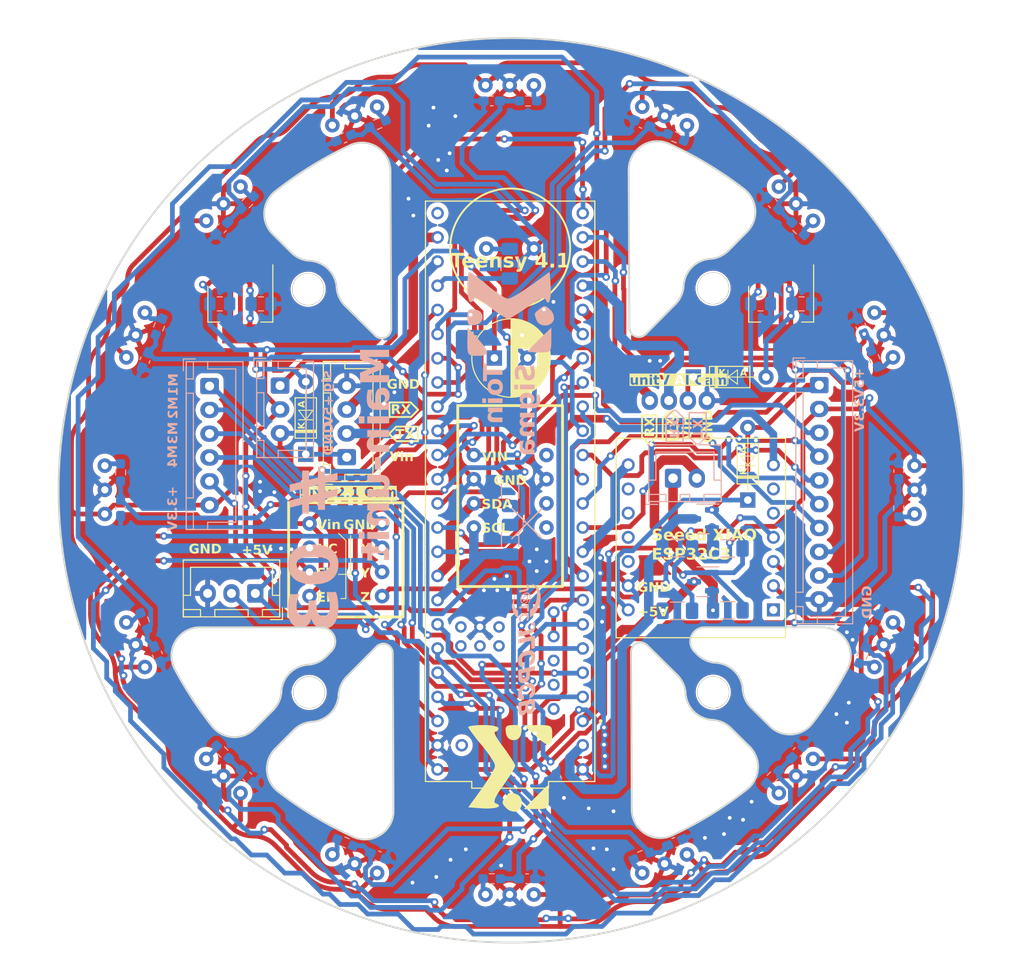
<source format=kicad_pcb>
(kicad_pcb (version 20221018) (generator pcbnew)
  (layers (0 "F.Cu" signal) (31 "B.Cu" signal) (34 "B.Paste" user) (35 "F.Paste" user) (36 "B.SilkS" user "B.Silkscreen") (37 "F.SilkS" user "F.Silkscreen") (38 "B.Mask" user) (39 "F.Mask" user) (44 "Edge.Cuts" user))
  (net 0 "")
  (net 1 "sig1")
  (net 2 "GND")
  (net 3 "sig2")
  (net 4 "sig3")
  (net 5 "sig4")
  (net 6 "sig5")
  (net 7 "sig6")
  (net 8 "sig7")
  (net 9 "sig8")
  (net 10 "sig9")
  (net 11 "sig10")
  (net 12 "sig11")
  (net 13 "sig12")
  (net 14 "sig13")
  (net 15 "sig14")
  (net 16 "sig15")
  (net 17 "sig16")
  (net 18 "+5V")
  (net 19 "+3.3V")
  (net 20 "motor-start")
  (net 21 "at-gk")
  (net 22 "whichgoal")
  (net 23 "neopixel")
  (net 24 "swA")
  (net 25 "swB")
  (net 26 "swC")
  (net 27 "TX_5V")
  (net 28 "RX_5V")
  (net 29 "M1")
  (net 30 "M2")
  (net 31 "M3")
  (net 32 "M4")
  (net 33 "Kick")
  (net 35 "Net-(BZ1--)")
  (net 36 "Net-(D1-K)")
  (net 37 "NeopiSig")
  (net 38 "Net-(U1-OUT)")
  (net 39 "Net-(U2-OUT)")
  (net 40 "Net-(U3-OUT)")
  (net 41 "Net-(U4-OUT)")
  (net 42 "Net-(U5-OUT)")
  (net 43 "Net-(U6-OUT)")
  (net 44 "Net-(U7-OUT)")
  (net 45 "Net-(U8-OUT)")
  (net 46 "Net-(U9-OUT)")
  (net 47 "Net-(U10-OUT)")
  (net 48 "Net-(U11-OUT)")
  (net 49 "Net-(U12-OUT)")
  (net 50 "Net-(U13-OUT)")
  (net 51 "Net-(U14-OUT)")
  (net 52 "Net-(U15-OUT)")
  (net 53 "Net-(U16-OUT)")
  (net 54 "TX_UnitV")
  (net 56 "acce_x")
  (net 57 "acce_y")
  (net 58 "acce_z")
  (net 64 "unconnected-(U19-3.3V-Pad3.3V_1)")
  (net 66 "RX_UnitV")
  (net 68 "TX_Pixy")
  (net 69 "RX_Pixy")
  (net 78 "unconnected-(U19-USB_GND-PadUSB_GND1)")
  (net 80 "RX_line")
  (net 81 "SDA_gyro")
  (net 83 "buzzer")
  (net 84 "TX_line")
  (net 85 "to-MD")
  (net 86 "SCL_gyro")
  (net 88 "RX_ESP")
  (net 89 "TX_ESP")
  (net 91 "Net-(D2-K)")
  (net 92 "Net-(D3-K)")
  (net 93 "unitV-Vin")
  (net 94 "Pixy-Vin")
  (footprint "@3pare:BAT43" (layer "F.Cu") (at 123.5 98.4 90)
    (fp_text reference "D1")
    (fp_text value "D")
  )
  (footprint "MountingHole:MountingHole_3.2mm_M3" (layer "F.Cu") (at 119.85 80.275)
    (fp_text reference "REF**")
    (fp_text value "MountingHole_3.2mm_M3")
  )
  (footprint "MountingHole:MountingHole_3.2mm_M3" (layer "F.Cu") (at 119.875 122.7)
    (fp_text reference "REF**")
    (fp_text value "MountingHole_3.2mm_M3")
  )
  (footprint "MountingHole:MountingHole_3.2mm_M3" (layer "F.Cu") (at 77.35 80.375)
    (fp_text reference "REF**")
    (fp_text value "MountingHole_3.2mm_M3")
  )
  (footprint "@3pare:UART - XH4" (layer "F.Cu") (at 81.4 94.3 90)
    (fp_text reference "J7")
    (fp_text value "Conn_01x04_Pin")
  )
  (footprint "@3pare:Seeed Studio XIAO ESP32C3" (layer "F.Cu") (at 118.566916 106.5 180)
    (fp_text reference "U20")
    (fp_text value "Seeed Studio XIAO ESP32C3")
  )
  (footprint "@3pare:PKM13EPYH4000-A0" (layer "F.Cu") (at 98.552 76.1)
    (fp_text reference "BZ1")
    (fp_text value "Buzzer")
  )
  (footprint "Connector_JST:JST_XH_B3B-XH-A_1x03_P2.50mm_Vertical" (layer "F.Cu") (at 71.8 112.325 180)
    (fp_text reference "J4")
    (fp_text value "Conn_01x03_Pin")
  )
  (footprint "@3pare:grove - 4" (layer "F.Cu") (at 116.205 92.075)
    (fp_text reference "J6")
    (fp_text value "Conn_01x04_Pin")
  )
  (footprint "@3pare:BAT43" (layer "F.Cu") (at 121.91 89.6)
    (fp_text reference "D2")
    (fp_text value "D")
  )
  (footprint "@3pare:teensy 4.1" (layer "F.Cu") (at 98.552 101.6 90)
    (fp_text reference "U19")
    (fp_text value "Teensy 4.1")
  )
  (footprint "clipboard:74088b3c-db2f-4466-bc90-3f4e289b6004" (layer "F.Cu") (at 112.395 95.885)
    (fp_text reference "")
    (fp_text value "")
  )
  (footprint "MountingHole:MountingHole_3.2mm_M3" (layer "F.Cu") (at 77.45 122.725)
    (fp_text reference "REF**")
    (fp_text value "MountingHole_3.2mm_M3")
  )
  (footprint "Package_TO_SOT_SMD:SOT-223-3_TabPin2" (layer "F.Cu") (at 70.231 81.915 -90)
    (fp_text reference "U24")
    (fp_text value "~")
  )
  (footprint "Package_TO_SOT_SMD:SOT-223-3_TabPin2" (layer "F.Cu") (at 127 81.915 -90)
    (fp_text reference "U23")
    (fp_text value "~")
  )
  (footprint "@3pare:BAT43" (layer "F.Cu") (at 77.1 93.59 90)
    (fp_text reference "D3")
    (fp_text value "D")
  )
  (footprint "Capacitor_THT:CP_Radial_D8.0mm_P3.50mm" (layer "F.Cu") (at 96.899349 87.6)
    (fp_text reference "C17")
    (fp_text value "470uf")
  )
  (footprint "@3pare:AE-BN0055-B0" (layer "F.Cu") (at 98.552 101.6)
    (fp_text reference "U18")
    (fp_text value "~")
  )
  (footprint "@3pare:KXTC9-2050" (layer "F.Cu") (at 81.3 108.8)
    (fp_text reference "U17")
    (fp_text value "~")
  )
  (footprint "Resistor_SMD:R_0603_1608Metric_Pad0.98x0.95mm_HandSolder" (layer "B.Cu") (at 61.690801 84.31284 67.5)
    (fp_text reference "R14")
    (fp_text value "39k")
  )
  (footprint "Capacitor_SMD:C_0603_1608Metric_Pad1.08x0.95mm_HandSolder" (layer "B.Cu") (at 96.619416 60.6044 180)
    (fp_text reference "C1")
    (fp_text value "0.33μF")
  )
  (footprint "@3pare:tssp58038" (layer "B.Cu") (at 141.000916 101.447464 90)
    (fp_text reference "U5")
    (fp_text value "tssp58038")
  )
  (footprint "Resistor_SMD:R_1206_3216Metric_Pad1.30x1.75mm_HandSolder" (layer "B.Cu") (at 116.100916 107.571)
    (fp_text reference "R18")
    (fp_text value "10k")
  )
  (footprint "Capacitor_SMD:C_0603_1608Metric_Pad1.08x0.95mm_HandSolder" (layer "B.Cu") (at 68.2752 73.9648 -135)
    (fp_text reference "C15")
    (fp_text value "0.33μF")
  )
  (footprint "Capacitor_SMD:C_0603_1608Metric_Pad1.08x0.95mm_HandSolder" (layer "B.Cu") (at 135.382 84.2772 112.5)
    (fp_text reference "C4")
    (fp_text value "0.33μF")
  )
  (footprint "Capacitor_SMD:C_0603_1608Metric_Pad1.08x0.95mm_HandSolder" (layer "B.Cu") (at 60.225 87.825 -112.5)
    (fp_text reference "C14")
    (fp_text value "0.33μF")
  )
  (footprint "@3pare:tssp58038" (layer "B.Cu") (at 114.764961 62.182583 157.5)
    (fp_text reference "U2")
    (fp_text value "tssp58038")
  )
  (footprint "Resistor_SMD:R_0603_1608Metric_Pad0.98x0.95mm_HandSolder" (layer "B.Cu") (at 81.2292 138.4808 157.5)
    (fp_text reference "R10")
    (fp_text value "39k")
  )
  (footprint "Connector_JST:JST_XH_B6B-XH-A_1x06_P2.50mm_Vertical" (layer "B.Cu") (at 67 90.55 -90)
    (fp_text reference "J3")
    (fp_text value "Conn_01x06_Pin")
  )
  (footprint "Capacitor_SMD:C_0805_2012Metric_Pad1.18x1.45mm_HandSolder" (layer "B.Cu") (at 72.39 81.915 180)
    (fp_text reference "C20")
    (fp_text value "10uF")
  )
  (footprint "Capacitor_SMD:C_0603_1608Metric_Pad1.08x0.95mm_HandSolder" (layer "B.Cu") (at 136.9568 115.3668 67.5)
    (fp_text reference "C6")
    (fp_text value "0.33μF")
  )
  (footprint "@3pare:tssp58038" (layer "B.Cu") (at 128.552954 131.499502 45)
    (fp_text reference "U7")
    (fp_text value "tssp58038")
  )
  (footprint "Resistor_SMD:R_0603_1608Metric_Pad0.98x0.95mm_HandSolder" (layer "B.Cu") (at 96.621884 142.2908 180)
    (fp_text reference "R9")
    (fp_text value "39k")
  )
  (footprint "Capacitor_SMD:C_0603_1608Metric_Pad1.08x0.95mm_HandSolder" (layer "B.Cu") (at 126.1364 71.374 135)
    (fp_text reference "C3")
    (fp_text value "0.33μF")
  )
  (footprint "@3pare:tssp58038" (layer "B.Cu") (at 68.448877 131.499502 -45)
    (fp_text reference "U11")
    (fp_text value "tssp58038")
  )
  (footprint "Capacitor_SMD:C_0603_1608Metric_Pad1.08x0.95mm_HandSolder" (layer "B.Cu") (at 61.5188 118.7196 -67.5)
    (fp_text reference "C12")
    (fp_text value "0.33μF")
  )
  (footprint "Capacitor_SMD:C_0603_1608Metric_Pad1.08x0.95mm_HandSolder" (layer "B.Cu") (at 112.4204 62.9412 157.5)
    (fp_text reference "C2")
    (fp_text value "0.33μF")
  )
  (footprint "@3pare:tssp58038" (layer "B.Cu") (at 59.236035 117.711509 -67.5)
    (fp_text reference "U12")
    (fp_text value "tssp58038")
  )
  (footprint "Capacitor_SMD:C_0603_1608Metric_Pad1.08x0.95mm_HandSolder" (layer "B.Cu") (at 100.33 142.2908)
    (fp_text reference "C9")
    (fp_text value "0.33μF")
  )
  (footprint "Capacitor_SMD:C_0805_2012Metric_Pad1.18x1.45mm_HandSolder" (layer "B.Cu") (at 124.841 81.915)
    (fp_text reference "C19")
    (fp_text value "10uF")
  )
  (footprint "Resistor_SMD:R_0603_1608Metric_Pad0.98x0.95mm_HandSolder" (layer "B.Cu") (at 84.648754 63.017264 22.5)
    (fp_text reference "R16")
    (fp_text value "39k")
  )
  (footprint "@3pare:tssp58038" (layer "B.Cu") (at 98.500916 143.947464)
    (fp_text reference "U9")
    (fp_text value "tssp58038")
  )
  (footprint "Resistor_SMD:R_0603_1608Metric_Pad0.98x0.95mm_HandSolder" (layer "B.Cu") (at 128.778 74.006268 -45)
    (fp_text reference "R3")
    (fp_text value "39k")
  )
  (footprint "Resistor_SMD:R_0603_1608Metric_Pad0.98x0.95mm_HandSolder" (layer "B.Cu") (at 100.429416 60.6044)
    (fp_text reference "R1")
    (fp_text value "39k")
  )
  (footprint "@3pare:tssp58038" (layer "B.Cu") (at 56.000916 101.447464 -90)
    (fp_text reference "U13")
    (fp_text value "tssp58038")
  )
  (footprint "Resistor_SMD:R_0603_1608Metric_Pad0.98x0.95mm_HandSolder" (layer "B.Cu") (at 136.8044 87.6808 -67.5)
    (fp_text reference "R4")
    (fp_text value "39k")
  )
  (footprint "Capacitor_SMD:C_0603_1608Metric_Pad1.08x0.95mm_HandSolder" (layer "B.Cu") (at 115.8748 138.4808 22.5)
    (fp_text reference "C8")
    (fp_text value "0.33μF")
  )
  (footprint "Connector_JST:JST_XH_B3B-XH-A_1x03_P2.50mm_Vertical" (layer "B.Cu") (at 74.4 90.5 -90)
    (fp_text reference "J5")
    (fp_text value "Conn_01x03_Pin")
  )
  (footprint "Resistor_SMD:R_0603_1608Metric_Pad0.98x0.95mm_HandSolder" (layer "B.Cu") (at 139.3444 103.378136 -90)
    (fp_text reference "R5")
    (fp_text value "39k")
  )
  (footprint "Resistor_SMD:R_0603_1608Metric_Pad0.98x0.95mm_HandSolder" (layer "B.Cu") (at 57.658 99.618936 90)
    (fp_text reference "R13")
    (fp_text value "39k")
  )
  (footprint "Resistor_SMD:R_1206_3216Metric_Pad1.30x1.75mm_HandSolder" (layer "B.Cu") (at 121.4 114.1)
    (fp_text reference "R19")
    (fp_text value "10k")
  )
  (footprint "Capacitor_SMD:C_0603_1608Metric_Pad1.08x0.95mm_HandSolder" (layer "B.Cu") (at 128.7272 128.9812 45)
    (fp_text reference "C7")
    (fp_text value "0.33μF")
  )
  (footprint "Capacitor_SMD:C_0603_1608Metric_Pad1.08x0.95mm_HandSolder" (layer "B.Cu") (at 81.092754 64.490464 -157.5)
    (fp_text reference "C16")
    (fp_text value "0.33μF")
  )
  (footprint "Capacitor_SMD:C_0805_2012Metric_Pad1.18x1.45mm_HandSolder" (layer "B.Cu") (at 68.072 81.915)
    (fp_text reference "C21")
    (fp_text value "10uF")
  )
  (footprint "@3pare:tssp58038" (layer "B.Cu") (at 137.765796 85.183418 112.5)
    (fp_text reference "U4")
    (fp_text value "tssp58038")
  )
  (footprint "Resistor_SMD:R_1206_3216Metric_Pad1.30x1.75mm_HandSolder" (layer "B.Cu") (at 98.552 101.6 -90)
    (fp_text reference "R22")
    (fp_text value "1k")
  )
  (footprint "Resistor_SMD:R_0603_1608Metric_Pad0.98x0.95mm_HandSolder" (layer "B.Cu") (at 68.3768 128.9812 135)
    (fp_text reference "R11")
    (fp_text value "39k")
  )
  (footprint "Resistor_SMD:R_0603_1608Metric_Pad0.98x0.95mm_HandSolder" (layer "B.Cu") (at 126.0856 131.6228 -135)
    (fp_text reference "R7")
    (fp_text value "39k")
  )
  (footprint "@3pare:tssp58038" (layer "B.Cu") (at 114.764961 140.712344 22.5)
    (fp_text reference "U8")
    (fp_text value "tssp58038")
  )
  (footprint "@3pare:tssp58038" (layer "B.Cu") (at 59.236035 85.183418 -112.5)
    (fp_text reference "U14")
    (fp_text value "tssp58038")
  )
  (footprint "@3pare:tssp58038" (layer "B.Cu") (at 68.448877 71.395425 -135)
    (fp_text reference "U15")
    (fp_text value "tssp58038")
  )
  (footprint "Connector_JST:JST_XH_B2B-XH-A_1x02_P2.50mm_Vertical" (layer "B.Cu") (at 115.65 100.225)
    (fp_text reference "J2")
    (fp_text value "Conn_01x02_Pin")
  )
  (footprint "@3pare:tssp58038" (layer "B.Cu") (at 82.23687 62.182583 -157.5)
    (fp_text reference "U16")
    (fp_text value "tssp58038")
  )
  (footprint "@3pare:tssp58038" (layer "B.Cu") (at 82.23687 140.712344 -22.5)
    (fp_text reference "U10")
    (fp_text value "tssp58038")
  )
  (footprint "Resistor_SMD:R_0603_1608Metric_Pad0.98x0.95mm_HandSolder" (layer "B.Cu") (at 70.9676 71.2724 45)
    (fp_text reference "R15")
    (fp_text value "39k")
  )
  (footprint "@3pare:tssp58038" (layer "B.Cu") (at 137.765796 117.711509 67.5)
    (fp_text reference "U6")
    (fp_text value "tssp58038")
  )
  (footprint "Package_TO_SOT_SMD:SOT-23" (layer "B.Cu") (at 118.8 104.5 180)
    (fp_text reference "U21")
    (fp_text value "~")
  )
  (footprint "Capacitor_SMD:C_0603_1608Metric_Pad1.08x0.95mm_HandSolder" (layer "B.Cu") (at 139.3444 99.4664 90)
    (fp_text reference "C5")
    (fp_text value "0.33μF")
  )
  (footprint "Connector_JST:JST_XH_B10B-XH-A_1x10_P2.50mm_Vertical" (layer "B.Cu") (at 131 90.451464 -90)
    (fp_text reference "J1")
    (fp_text value "Conn_01x10_Pin")
  )
  (footprint "Capacitor_SMD:C_0805_2012Metric_Pad1.18x1.45mm_HandSolder" (layer "B.Cu") (at 129.159 81.915 180)
    (fp_text reference "C18")
    (fp_text value "10uF")
  )
  (footprint "@3pare:tssp58038" (layer "B.Cu") (at 98.500916 58.947464 180)
    (fp_text reference "U1")
    (fp_text value "tssp58038")
  )
  (footprint "Capacitor_SMD:C_0603_1608Metric_Pad1.08x0.95mm_HandSolder" (layer "B.Cu") (at 70.9676 131.572 -45)
    (fp_text reference "C11")
    (fp_text value "0.33μF")
  )
  (footprint "Resistor_SMD:R_0603_1608Metric_Pad0.98x0.95mm_HandSolder" (layer "B.Cu") (at 115.94616 64.420801 -22.5)
    (fp_text reference "R2")
    (fp_text value "39k")
  )
  (footprint "Resistor_SMD:R_1206_3216Metric_Pad1.30x1.75mm_HandSolder" (layer "B.Cu") (at 116.100916 114.151)
    (fp_text reference "R20")
    (fp_text value "10k")
  )
  (footprint "Package_TO_SOT_SMD:SOT-23" (layer "B.Cu") (at 118.8 111.1 180)
    (fp_text reference "U22")
    (fp_text value "~")
  )
  (footprint "Capacitor_SMD:C_0603_1608Metric_Pad1.08x0.95mm_HandSolder" (layer "B.Cu") (at 84.6836 139.9032 -22.5)
    (fp_text reference "C10")
    (fp_text value "0.33μF")
  )
  (footprint "Resistor_SMD:R_1206_3216Metric_Pad1.30x1.75mm_HandSolder" (layer "B.Cu") (at 98.5 77.7 90)
    (fp_text reference "R21")
    (fp_text value "1k")
  )
  (footprint "Capacitor_SMD:C_0603_1608Metric_Pad1.08x0.95mm_HandSolder" (layer "B.Cu") (at 57.658 103.3272 -90)
    (fp_text reference "C13")
    (fp_text value "0.33μF")
  )
  (footprint "Resistor_SMD:R_0603_1608Metric_Pad0.98x0.95mm_HandSolder" (layer "B.Cu") (at 112.3696 139.9032 -157.5)
    (fp_text reference "R8")
    (fp_text value "39k")
  )
  (footprint "Resistor_SMD:R_1206_3216Metric_Pad1.30x1.75mm_HandSolder" (layer "B.Cu") (at 98.552 106.68 -90)
    (fp_text reference "R23")
    (fp_text value "1k")
  )
  (footprint "Resistor_SMD:R_0603_1608Metric_Pad0.98x0.95mm_HandSolder" (layer "B.Cu") (at 135.5344 118.8212 -112.5)
    (fp_text reference "R6")
    (fp_text value "39k")
  )
  (footprint "Resistor_SMD:R_1206_3216Metric_Pad1.30x1.75mm_HandSolder" (layer "B.Cu") (at 121.4 107.6)
    (fp_text reference "R17")
    (fp_text value "10k")
  )
  (footprint "@3pare:tssp58038" (layer "B.Cu") (at 128.552954 71.395425 135)
    (fp_text reference "U3")
    (fp_text value "tssp58038")
  )
  (footprint "Resistor_SMD:R_0603_1608Metric_Pad0.98x0.95mm_HandSolder" (layer "B.Cu") (at 60.102801 115.23496 112.5)
    (fp_text reference "R12")
    (fp_text value "39k")
  )
  (gr_line (start 116.713 96.393) (end 116.713 93.853) (stroke (width 0.15)) (layer "B.SilkS"))
  (gr_poly (pts (xy 99.41105 120.802992) (xy 99.413141 120.974816) (xy 99.417031 121.132977) (xy 99.422615 121.258933) (xy 99.429792 121.334143) (xy 99.434206 121.356696) (xy 99.439476 121.379301) (xy 99.445546 121.401844) (xy 99.452364 121.424211) (xy 99.459874 121.446289) (xy 99.468022 121.467964) (xy 99.476754 121.489122) (xy 99.486016 121.509649) (xy 99.495753 121.529433) (xy 99.505911 121.548359) (xy 99.516436 121.566313) (xy 99.527274 121.583182) (xy 99.53837 121.598852) (xy 99.549671 121.613209) (xy 99.561121 121.62614) (xy 99.572667 121.637532) (xy 99.585292 121.648372) (xy 99.599252 121.659018) (xy 99.614397 121.669401) (xy 99.630572 121.679451) (xy 99.647625 121.689098) (xy 99.665405 121.698272) (xy 99.683758 121.706903) (xy 99.702533 121.714922) (xy 99.721576 121.722258) (xy 99.740736 121.728843) (xy 99.759859 121.734606) (xy 99.778794 121.739478) (xy 99.797387 121.743389) (xy 99.815487 121.746269) (xy 99.832941 121.748048) (xy 99.849597 121.748656) (xy 99.885702 121.747435) (xy 99.923047 121.74385) (xy 99.961342 121.738017) (xy 100.000299 121.730052) (xy 100.039629 121.720072) (xy 100.079041 121.708193) (xy 100.118246 121.694531) (xy 100.156955 121.679203) (xy 100.194878 121.662324) (xy 100.231727 121.644011) (xy 100.267212 121.624381) (xy 100.301043 121.603549) (xy 100.33293 121.581631) (xy 100.362586 121.558745) (xy 100.389719 121.535006) (xy 100.414042 121.510531) (xy 100.441728 121.478876) (xy 100.467272 121.445974) (xy 100.490723 121.41165) (xy 100.51213 121.375732) (xy 100.531543 121.338046) (xy 100.54901 121.29842) (xy 100.564581 121.256681) (xy 100.578304 121.212655) (xy 100.590229 121.166169) (xy 100.600404 121.11705) (xy 100.608879 121.065125) (xy 100.615704 121.010221) (xy 100.620926 120.952164) (xy 100.624596 120.890783) (xy 100.626761 120.825902) (xy 100.627472 120.75735) (xy 100.627472 120.517462) (xy 100.869125 120.459254) (xy 100.918548 120.447895) (xy 100.965533 120.436516) (xy 101.008961 120.425426) (xy 101.047719 120.414936) (xy 101.080688 120.405355) (xy 101.106754 120.396994) (xy 101.116849 120.393367) (xy 101.124799 120.390162) (xy 101.130466 120.387417) (xy 101.133708 120.38517) (xy 101.136582 120.38252) (xy 101.139251 120.378521) (xy 101.141719 120.373148) (xy 101.143989 120.366374) (xy 101.146061 120.358174) (xy 101.14794 120.348522) (xy 101.151127 120.324757) (xy 101.153569 120.294875) (xy 101.155289 120.258667) (xy 101.156305 120.215927) (xy 101.156639 120.166449) (xy 101.156574 120.136554) (xy 101.156367 120.109604) (xy 101.155999 120.085446) (xy 101.155454 120.063922) (xy 101.154712 120.04488) (xy 101.153755 120.028162) (xy 101.153191 120.020627) (xy 101.152566 120.013615) (xy 101.151879 120.007107) (xy 101.151127 120.001084) (xy 101.150307 119.995525) (xy 101.149418 119.990413) (xy 101.148458 119.985726) (xy 101.147423 119.981447) (xy 101.146312 119.977555) (xy 101.145123 119.974031) (xy 101.143853 119.970856) (xy 101.1425 119.968011) (xy 101.141062 119.965475) (xy 101.139536 119.963231) (xy 101.13792 119.961257) (xy 101.136213 119.959536) (xy 101.134411 119.958047) (xy 101.132512 119.956771) (xy 101.130515 119.955689) (xy 101.128417 119.954782) (xy 101.0497 119.968214) (xy 100.857191 120.009324) (xy 100.281529 120.139769) (xy 100.212076 120.156181) (xy 100.212076 120.614779) (xy 100.218405 120.61481) (xy 100.224176 120.615364) (xy 100.229409 120.616481) (xy 100.234125 120.6182) (xy 100.238345 120.620561) (xy 100.24209 120.623604) (xy 100.24538 120.627368) (xy 100.248236 120.631894) (xy 100.250679 120.637221) (xy 100.252729 120.643388) (xy 100.254406 120.650436) (xy 100.255733 120.658404) (xy 100.257414 120.67726) (xy 100.257938 120.700273) (xy 100.257469 120.727761) (xy 100.256174 120.760042) (xy 100.251764 120.840254) (xy 100.249311 120.877994) (xy 100.246527 120.912649) (xy 100.24333 120.944441) (xy 100.239637 120.973593) (xy 100.235365 121.000326) (xy 100.230432 121.024863) (xy 100.227691 121.036377) (xy 100.224754 121.047425) (xy 100.221611 121.058036) (xy 100.21825 121.068236) (xy 100.214662 121.078054) (xy 100.210836 121.087518) (xy 100.206762 121.096654) (xy 100.20243 121.105491) (xy 100.197829 121.114058) (xy 100.192949 121.12238) (xy 100.18778 121.130487) (xy 100.182311 121.138406) (xy 100.176532 121.146164) (xy 100.170432 121.153791) (xy 100.164002 121.161312) (xy 100.15723 121.168757) (xy 100.142623 121.183527) (xy 100.126528 121.198323) (xy 100.116608 121.206805) (xy 100.10728 121.214422) (xy 100.098433 121.221217) (xy 100.089955 121.227234) (xy 100.081735 121.232517) (xy 100.073663 121.237111) (xy 100.065627 121.241059) (xy 100.057516 121.244404) (xy 100.049219 121.247192) (xy 100.040624 121.249465) (xy 100.031622 121.251268) (xy 100.0221 121.252645) (xy 100.011948 121.253639) (xy 100.001054 121.254295) (xy 99.989307 121.254656) (xy 99.976597 121.254767) (xy 99.966799 121.254633) (xy 99.957248 121.25423) (xy 99.947943 121.253558) (xy 99.938884 121.252617) (xy 99.930068 121.251408) (xy 99.921496 121.24993) (xy 99.913166 121.248184) (xy 99.905077 121.246168) (xy 99.897228 121.243884) (xy 99.889619 121.241331) (xy 99.882248 121.23851) (xy 99.875115 121.23542) (xy 99.868218 121.232061) (xy 99.861556 121.228433) (xy 99.855129 121.224537) (xy 99.848936 121.220372) (xy 99.842975 121.215938) (xy 99.837245 121.211235) (xy 99.831746 121.206264) (xy 99.826477 121.201024) (xy 99.821437 121.195515) (xy 99.816624 121.189738) (xy 99.812038 121.183692) (xy 99.807677 121.177377) (xy 99.803542 121.170793) (xy 99.79963 121.163941) (xy 99.795941 121.15682) (xy 99.792474 121.14943) (xy 99.789228 121.141772) (xy 99.786202 121.133845) (xy 99.783395 121.125649) (xy 99.780806 121.117184) (xy 99.777515 121.10081) (xy 99.774329 121.078792) (xy 99.771349 121.052103) (xy 99.768679 121.021714) (xy 99.766422 120.988596) (xy 99.764683 120.953721) (xy 99.763563 120.918061) (xy 99.763167 120.882587) (xy 99.763167 120.711489) (xy 99.898986 120.681504) (xy 99.960529 120.668275) (xy 100.026207 120.653723) (xy 100.138875 120.628587) (xy 100.180767 120.619089) (xy 100.197662 120.616126) (xy 100.212076 120.614779) (xy 100.212076 120.156181) (xy 99.702891 120.276498) (xy 99.506662 120.325463) (xy 99.422736 120.349893) (xy 99.419385 120.361702) (xy 99.4166 120.390955) (xy 99.412676 120.49252) (xy 99.410861 120.636046)) (fill solid) (layer "B.SilkS"))
  (gr_poly (pts (xy 94.057087 83.451009) (xy 94.062651 83.574869) (xy 94.072556 83.684983) (xy 94.079297 83.735063) (xy 94.087318 83.781919) (xy 94.096682 83.825624) (xy 94.107454 83.866247) (xy 94.1197 83.90386) (xy 94.133482 83.938533) (xy 94.148866 83.970339) (xy 94.165918 83.999348) (xy 94.1847 84.025631) (xy 94.205278 84.049259) (xy 94.227716 84.070303) (xy 94.252079 84.088834) (xy 94.278432 84.104924) (xy 94.306839 84.118643) (xy 94.337365 84.130063) (xy 94.370074 84.139253) (xy 94.405031 84.146287) (xy 94.4423 84.151234) (xy 94.481947 84.154165) (xy 94.524035 84.155153) (xy 94.56863 84.154267) (xy 94.615795 84.151578) (xy 94.718097 84.14108) (xy 94.831458 84.124224) (xy 94.927774 84.108523) (xy 94.973746 84.098829) (xy 95.018251 84.087913) (xy 95.061284 84.075783) (xy 95.102837 84.062445) (xy 95.142905 84.047906) (xy 95.18148 84.032172) (xy 95.218557 84.015249) (xy 95.254128 83.997144) (xy 95.288189 83.977863) (xy 95.320731 83.957413) (xy 95.351748 83.9358) (xy 95.381235 83.913032) (xy 95.409185 83.889113) (xy 95.43559 83.864051) (xy 95.460446 83.837852) (xy 95.483744 83.810523) (xy 95.505479 83.782069) (xy 95.525645 83.752499) (xy 95.544235 83.721817) (xy 95.561242 83.69003) (xy 95.576659 83.657146) (xy 95.590482 83.62317) (xy 95.602702 83.588108) (xy 95.613314 83.551968) (xy 95.622311 83.514756) (xy 95.629687 83.476477) (xy 95.635435 83.43714) (xy 95.639549 83.396749) (xy 95.642022 83.355312) (xy 95.642847 83.312835) (xy 95.642022 83.270358) (xy 95.639549 83.228921) (xy 95.635435 83.188531) (xy 95.629687 83.149193) (xy 95.622311 83.110915) (xy 95.613314 83.073703) (xy 95.602702 83.037562) (xy 95.590482 83.002501) (xy 95.576659 82.968525) (xy 95.561242 82.93564) (xy 95.544235 82.903854) (xy 95.525645 82.873172) (xy 95.505479 82.843601) (xy 95.483744 82.815148) (xy 95.460446 82.787819) (xy 95.43559 82.76162) (xy 95.409185 82.736558) (xy 95.381235 82.712639) (xy 95.351748 82.689871) (xy 95.320731 82.668258) (xy 95.288189 82.647808) (xy 95.254128 82.628527) (xy 95.218557 82.610422) (xy 95.18148 82.593499) (xy 95.142905 82.577765) (xy 95.102837 82.563226) (xy 95.018251 82.537758) (xy 94.927774 82.517148) (xy 94.831458 82.501447) (xy 94.718097 82.484591) (xy 94.615795 82.474092) (xy 94.524035 82.470518) (xy 94.481947 82.471505) (xy 94.4423 82.474437) (xy 94.405031 82.479384) (xy 94.370074 82.486417) (xy 94.337365 82.495608) (xy 94.306839 82.507028) (xy 94.278432 82.520747) (xy 94.252079 82.536836) (xy 94.227716 82.555368) (xy 94.205278 82.576412) (xy 94.1847 82.60004) (xy 94.165918 82.626323) (xy 94.148866 82.655331) (xy 94.133482 82.687137) (xy 94.1197 82.721811) (xy 94.107454 82.759424) (xy 94.096682 82.800047) (xy 94.087318 82.843751) (xy 94.072556 82.940687) (xy 94.062651 83.050801) (xy 94.057087 83.174661) (xy 94.055348 83.312835)) (fill solid) (layer "B.SilkS"))
  (gr_line (start 118.364 96.647) (end 118.11 96.647) (stroke (width 0.15)) (layer "B.SilkS"))
  (gr_poly (pts (xy 94.055993 86.137297) (xy 94.058861 86.356922) (xy 94.065347 86.548848) (xy 94.076845 86.714936) (xy 94.08491 86.788872) (xy 94.094751 86.857046) (xy 94.106543 86.919691) (xy 94.12046 86.977039) (xy 94.136676 87.029322) (xy 94.155367 87.076774) (xy 94.176706 87.119627) (xy 94.200868 87.158113) (xy 94.228027 87.192465) (xy 94.258358 87.222915) (xy 94.292035 87.249696) (xy 94.329232 87.273041) (xy 94.370124 87.293182) (xy 94.414886 87.310352) (xy 94.463691 87.324782) (xy 94.516714 87.336706) (xy 94.57413 87.346357) (xy 94.636113 87.353966) (xy 94.774476 87.363992) (xy 94.933201 87.368643) (xy 95.113681 87.369779) (xy 95.349325 87.365068) (xy 95.55355 87.35028) (xy 95.643881 87.3388) (xy 95.726356 87.324433) (xy 95.800977 87.307056) (xy 95.867743 87.286546) (xy 95.926654 87.26278) (xy 95.97771 87.235636) (xy 96.020912 87.204991) (xy 96.056259 87.170722) (xy 96.08375 87.132706) (xy 96.103387 87.090821) (xy 96.11517 87.044945) (xy 96.119097 86.994953) (xy 96.11517 86.940724) (xy 96.103387 86.882135) (xy 96.08375 86.819063) (xy 96.056259 86.751385) (xy 96.020912 86.678979) (xy 95.97771 86.601721) (xy 95.926654 86.51949) (xy 95.867743 86.432162) (xy 95.726356 86.241726) (xy 95.55355 86.029431) (xy 95.349325 85.794294) (xy 95.113681 85.535335) (xy 94.090625 84.371169) (xy 94.055348 85.888114)) (fill solid) (layer "B.SilkS"))
  (gr_line (start 114.935 96.393) (end 116.713 96.393) (stroke (width 0.15)) (layer "B.SilkS"))
  (gr_poly (pts (xy 99.48337 115.020302) (xy 99.483855 115.042246) (xy 99.484813 115.063896) (xy 99.486242 115.084957) (xy 99.488138 115.105134) (xy 99.490499 115.124133) (xy 99.493323 115.141659) (xy 99.496606 115.157418) (xy 99.500347 115.171115) (xy 99.502844 115.177616) (xy 99.505684 115.184513) (xy 99.512281 115.199254) (xy 99.519912 115.214864) (xy 99.528349 115.230866) (xy 99.537365 115.246786) (xy 99.546732 115.262148) (xy 99.551476 115.269471) (xy 99.556223 115.276476) (xy 99.560944 115.283104) (xy 99.565611 115.289295) (xy 99.607944 115.349267) (xy 99.676736 115.282239) (xy 99.683904 115.275301) (xy 99.690833 115.268404) (xy 99.697495 115.26159) (xy 99.703856 115.254899) (xy 99.709887 115.248374) (xy 99.715555 115.242056) (xy 99.720832 115.235986) (xy 99.725684 115.230205) (xy 99.730082 115.224755) (xy 99.733994 115.219677) (xy 99.737389 115.215012) (xy 99.740236 115.210802) (xy 99.742505 115.207088) (xy 99.744164 115.203912) (xy 99.744755 115.202538) (xy 99.745182 115.201314) (xy 99.745441 115.200245) (xy 99.745528 115.199337) (xy 99.745345 115.197481) (xy 99.744808 115.19524) (xy 99.743935 115.192643) (xy 99.742744 115.189718) (xy 99.741254 115.186493) (xy 99.739482 115.182997) (xy 99.737446 115.179257) (xy 99.735165 115.175304) (xy 99.729939 115.166867) (xy 99.723948 115.157913) (xy 99.717337 115.14867) (xy 99.71025 115.139365) (xy 99.705925 115.133524) (xy 99.701878 115.12726) (xy 99.694623 115.11355) (xy 99.688484 115.09841) (xy 99.683461 115.082011) (xy 99.679554 115.064526) (xy 99.676764 115.04613) (xy 99.675089 115.026995) (xy 99.674531 115.007293) (xy 99.675089 114.9872) (xy 99.676764 114.966886) (xy 99.679554 114.946526) (xy 99.683461 114.926292) (xy 99.688484 114.906359) (xy 99.694623 114.886898) (xy 99.701878 114.868083) (xy 99.71025 114.850087) (xy 99.724442 114.825503) (xy 99.741101 114.802079) (xy 99.760049 114.779901) (xy 99.781109 114.759054) (xy 99.804101 114.739622) (xy 99.828847 114.721692) (xy 99.85517 114.705348) (xy 99.882891 114.690675) (xy 99.911831 114.67776) (xy 99.941812 114.666687) (xy 99.972656 114.657542) (xy 100.004186 114.650409) (xy 100.036221 114.645375) (xy 100.068585 114.642523) (xy 100.101098 114.641941) (xy 100.133583 114.643712) (xy 100.1514 114.645982) (xy 100.168463 114.649138) (xy 100.184763 114.653157) (xy 100.200291 114.658016) (xy 100.215037 114.663691) (xy 100.228992 114.67016) (xy 100.242147 114.677398) (xy 100.254492 114.685384) (xy 100.266019 114.694092) (xy 100.276716 114.703501) (xy 100.286576 114.713587) (xy 100.295589 114.724327) (xy 100.303745 114.735697) (xy 100.311035 114.747674) (xy 100.317451 114.760236) (xy 100.322981 114.773358) (xy 100.327617 114.787017) (xy 100.33135 114.80119) (xy 100.334171 114.815855) (xy 100.336069 114.830987) (xy 100.337036 114.846564) (xy 100.337061 114.862561) (xy 100.336137 114.878957) (xy 100.334253 114.895727) (xy 100.3314 114.912849) (xy 100.327569 114.930299) (xy 100.322751 114.948054) (xy 100.316935 114.96609) (xy 100.310113 114.984385) (xy 100.302275 115.002915) (xy 100.293411 115.021656) (xy 100.283514 115.040587) (xy 100.242944 115.116434) (xy 100.306444 115.169351) (xy 100.314216 115.175677) (xy 100.321654 115.181429) (xy 100.328757 115.186613) (xy 100.335521 115.191234) (xy 100.341944 115.195296) (xy 100.348023 115.198806) (xy 100.350933 115.200355) (xy 100.353756 115.201768) (xy 100.356492 115.203045) (xy 100.359141 115.204187) (xy 100.361701 115.205195) (xy 100.364173 115.206069) (xy 100.366557 115.20681) (xy 100.368852 115.207419) (xy 100.371058 115.207896) (xy 100.373175 115.208241) (xy 100.375201 115.208457) (xy 100.377138 115.208542) (xy 100.378984 115.208498) (xy 100.380739 115.208326) (xy 100.382403 115.208026) (xy 100.383976 115.207598) (xy 100.385457 115.207044) (xy 100.386846 115.206364) (xy 100.388143 115.205558) (xy 100.389347 115.204628) (xy 100.397595 115.196672) (xy 100.406383 115.186207) (xy 100.41559 115.173495) (xy 100.425094 115.158795) (xy 100.434773 115.142369) (xy 100.444507 115.124478) (xy 100.454173 115.105383) (xy 100.463651 115.085345) (xy 100.472819 115.064625) (xy 100.481555 115.043484) (xy 100.489739 115.022183) (xy 100.497248 115.000982) (xy 100.503961 114.980143) (xy 100.509757 114.959927) (xy 100.514514 114.940594) (xy 100.518111 114.922406) (xy 100.521528 114.901295) (xy 100.52418 114.880308) (xy 100.526074 114.859467) (xy 100.52722 114.838794) (xy 100.527627 114.818309) (xy 100.527304 114.798034) (xy 100.526261 114.77799) (xy 100.524505 114.758199) (xy 100.522047 114.738682) (xy 100.518895 114.71946) (xy 100.515058 114.700555) (xy 100.510546 114.681987) (xy 100.505367 114.663778) (xy 100.49953 114.64595) (xy 100.493045 114.628524) (xy 100.48592 114.611521) (xy 100.478165 114.594962) (xy 100.469788 114.578869) (xy 100.4608 114.563263) (xy 100.451207 114.548166) (xy 100.441021 114.533598) (xy 100.430249 114.519581) (xy 100.418901 114.506136) (xy 100.406986 114.493285) (xy 100.394513 114.481049) (xy 100.381491 114.469449) (xy 100.367928 114.458507) (xy 100.353835 114.448244) (xy 100.33922 114.438681) (xy 100.324092 114.429839) (xy 100.30846 114.421741) (xy 100.292333 114.414406) (xy 100.274117 114.407976) (xy 100.254007 114.402572) (xy 100.232217 114.398186) (xy 100.208962 114.39481) (xy 100.184457 114.392437) (xy 100.158915 114.391059) (xy 100.132552 114.390667) (xy 100.105582 114.391255) (xy 100.078219 114.392814) (xy 100.050677 114.395338) (xy 100.023172 114.398817) (xy 99.995917 114.403244) (xy 99.969128 114.408612) (xy 99.943018 114.414913) (xy 99.917802 114.422138) (xy 99.893694 114.430281) (xy 99.861429 114.443837) (xy 99.829543 114.459933) (xy 99.798169 114.478422) (xy 99.767439 114.499156) (xy 99.737483 114.521988) (xy 99.708434 114.54677) (xy 99.680424 114.573356) (xy 99.653585 114.601599) (xy 99.628048 114.63135) (xy 99.603945 114.662463) (xy 99.581407 114.694791) (xy 99.560567 114.728186) (xy 99.541557 114.7625) (xy 99.524508 114.797587) (xy 99.509551 114.833299) (xy 99.496819 114.86949) (xy 99.493429 114.883186) (xy 99.490532 114.898945) (xy 99.488126 114.916471) (xy 99.486209 114.93547) (xy 99.484777 114.955647) (xy 99.483828 114.976708) (xy 99.48336 114.998358)) (fill solid) (layer "B.SilkS"))
  (gr_poly (pts (xy 101.142735 83.055487) (xy 101.145902 83.088457) (xy 101.151434 83.123347) (xy 101.159265 83.160393) (xy 101.169331 83.199836) (xy 101.19591 83.286868) (xy 101.230654 83.386354) (xy 101.322569 83.630335) (xy 101.351759 83.697618) (xy 101.386183 83.76056) (xy 101.425489 83.819161) (xy 101.46933 83.873421) (xy 101.517357 83.923341) (xy 101.569221 83.968919) (xy 101.624573 84.010157) (xy 101.683064 84.047054) (xy 101.744346 84.07961) (xy 101.808069 84.107826) (xy 101.873886 84.1317) (xy 101.941446 84.151234) (xy 102.010402 84.166427) (xy 102.080404 84.177279) (xy 102.151104 84.18379) (xy 102.222153 84.18596) (xy 102.293201 84.18379) (xy 102.363901 84.177279) (xy 102.433903 84.166427) (xy 102.502859 84.151234) (xy 102.57042 84.1317) (xy 102.636236 84.107826) (xy 102.699959 84.07961) (xy 102.761241 84.047054) (xy 102.819733 84.010157) (xy 102.875085 83.968919) (xy 102.926948 83.923341) (xy 102.974975 83.873421) (xy 103.018816 83.819161) (xy 103.058123 83.76056) (xy 103.092546 83.697618) (xy 103.121736 83.630335) (xy 103.130937 83.603168) (xy 103.138703 83.574645) (xy 103.149986 83.513891) (xy 103.155688 83.448796) (xy 103.155912 83.380084) (xy 103.150761 83.308477) (xy 103.14034 83.234701) (xy 103.124751 83.159477) (xy 103.104097 83.08353) (xy 103.078483 83.007583) (xy 103.048011 82.932359) (xy 103.012785 82.858582) (xy 102.972908 82.786976) (xy 102.928484 82.718264) (xy 102.879615 82.653169) (xy 102.826406 82.592414) (xy 102.798206 82.563891) (xy 102.768959 82.536724) (xy 102.685751 82.455696) (xy 102.607659 82.384589) (xy 102.534012 82.323404) (xy 102.498645 82.296532) (xy 102.464137 82.272141) (xy 102.430404 82.25023) (xy 102.397362 82.2308) (xy 102.364927 82.21385) (xy 102.333016 82.19938) (xy 102.301544 82.187391) (xy 102.270427 82.177883) (xy 102.239582 82.170855) (xy 102.208924 82.166307) (xy 102.178369 82.16424) (xy 102.147833 82.164654) (xy 102.117233 82.167548) (xy 102.086485 82.172922) (xy 102.055504 82.180777) (xy 102.024206 82.191112) (xy 101.992508 82.203928) (xy 101.960325 82.219224) (xy 101.927574 82.237001) (xy 101.894171 82.257258) (xy 101.860031 82.279996) (xy 101.825071 82.305214) (xy 101.789206 82.332912) (xy 101.752354 82.363091) (xy 101.675347 82.430891) (xy 101.466299 82.593844) (xy 101.382807 82.661497) (xy 101.312647 82.722484) (xy 101.282406 82.751075) (xy 101.255304 82.778716) (xy 101.231276 82.805647) (xy 101.210259 82.832107) (xy 101.192187 82.858334) (xy 101.176997 82.884567) (xy 101.164622 82.911046) (xy 101.155 82.938009) (xy 101.148064 82.965696) (xy 101.143751 82.994345) (xy 101.141997 83.024196)) (fill solid) (layer "B.SilkS"))
  (gr_poly (pts (xy 99.412053 116.668749) (xy 99.41659 116.760957) (xy 99.41963 116.798613) (xy 99.423153 116.828567) (xy 99.427136 116.849266) (xy 99.429293 116.855659) (xy 99.431556 116.859156) (xy 99.437584 116.861906) (xy 99.44679 116.863463) (xy 99.477031 116.862519) (xy 99.526867 116.855374) (xy 99.600889 116.841076) (xy 99.839841 116.787223) (xy 100.230597 116.693351) (xy 100.305237 116.674971) (xy 100.373958 116.657435) (xy 100.437123 116.640598) (xy 100.495098 116.624311) (xy 100.548246 116.608427) (xy 100.596931 116.592799) (xy 100.641519 116.577279) (xy 100.682373 116.56172) (xy 100.719858 116.545976) (xy 100.754338 116.529898) (xy 100.786177 116.51334) (xy 100.81574 116.496153) (xy 100.843391 116.478192) (xy 100.869494 116.459308) (xy 100.894413 116.439355) (xy 100.918514 116.418184) (xy 100.958263 116.379389) (xy 100.994823 116.338427) (xy 101.028189 116.295319) (xy 101.058357 116.250091) (xy 101.085321 116.202764) (xy 101.109076 116.153363) (xy 101.129616 116.10191) (xy 101.146938 116.048429) (xy 101.161034 115.992943) (xy 101.171901 115.935475) (xy 101.179532 115.876048) (xy 101.183924 115.814686) (xy 101.18507 115.751412) (xy 101.182966 115.68625) (xy 101.177607 115.619221) (xy 101.168986 115.550351) (xy 101.162892 115.515176) (xy 101.156611 115.481614) (xy 101.15029 115.45045) (xy 101.144071 115.422469) (xy 101.138101 115.398456) (xy 101.135254 115.388184) (xy 101.132523 115.379198) (xy 101.129927 115.371598) (xy 101.127483 115.36548) (xy 101.12521 115.360944) (xy 101.124143 115.359299) (xy 101.123125 115.358087) (xy 101.1201 115.356207) (xy 101.115396 115.354851) (xy 101.10139 115.353618) (xy 101.081984 115.354199) (xy 101.058054 115.356405) (xy 101.030476 115.360048) (xy 101.000125 115.364939) (xy 100.934609 115.37771) (xy 100.868515 115.393209) (xy 100.837441 115.401511) (xy 100.80885 115.409929) (xy 100.783617 115.418274) (xy 100.76262 115.426358) (xy 100.746733 115.433993) (xy 100.74098 115.437583) (xy 100.736833 115.44099) (xy 100.734023 115.444118) (xy 100.731545 115.44758) (xy 100.729404 115.451419) (xy 100.7276 115.455679) (xy 100.726138 115.460405) (xy 100.72502 115.465639) (xy 100.724248 115.471426) (xy 100.723825 115.477811) (xy 100.723753 115.484836) (xy 100.724035 115.492545) (xy 100.724673 115.500984) (xy 100.725671 115.510195) (xy 100.727031 115.520222) (xy 100.728755 115.53111) (xy 100.733306 115.555642) (xy 100.736596 115.57765) (xy 100.739782 115.603378) (xy 100.742762 115.631917) (xy 100.745432 115.662358) (xy 100.747689 115.693791) (xy 100.749429 115.725306) (xy 100.750548 115.755995) (xy 100.750944 115.784948) (xy 100.750418 115.818556) (xy 100.748802 115.850005) (xy 100.746038 115.879407) (xy 100.744208 115.893376) (xy 100.74207 115.906877) (xy 100.739617 115.919922) (xy 100.736841 115.932527) (xy 100.733736 115.944706) (xy 100.730295 115.956472) (xy 100.726509 115.967841) (xy 100.722373 115.978826) (xy 100.71788 115.989441) (xy 100.713021 115.999701) (xy 100.70779 116.00962) (xy 100.70218 116.019212) (xy 100.696184 116.028492) (xy 100.689794 116.037473) (xy 100.683004 116.04617) (xy 100.675806 116.054597) (xy 100.668194 116.062768) (xy 100.660159 116.070698) (xy 100.651696 116.0784) (xy 100.642797 116.085889) (xy 100.633455 116.093179) (xy 100.623662 116.100284) (xy 100.613412 116.107219) (xy 100.602698 116.113998) (xy 100.591512 116.120634) (xy 100.579847 116.127143) (xy 100.555231 116.138408) (xy 100.520747 116.151448) (xy 100.42818 116.181354) (xy 100.314158 116.213866) (xy 100.190689 116.245984) (xy 100.069784 116.274713) (xy 99.963451 116.297054) (xy 99.919502 116.304893) (xy 99.8837 116.310011) (xy 99.857546 116.312034) (xy 99.842542 116.310587) (xy 99.839837 116.309081) (xy 99.837029 116.307225) (xy 99.834139 116.305037) (xy 99.831187 116.302539) (xy 99.828193 116.299752) (xy 99.825178 116.296696) (xy 99.822164 116.293392) (xy 99.81917 116.289861) (xy 99.816218 116.286123) (xy 99.813327 116.282199) (xy 99.810519 116.27811) (xy 99.807815 116.273876) (xy 99.805235 116.269518) (xy 99.802799 116.265056) (xy 99.800529 116.260512) (xy 99.798444 116.255906) (xy 99.796731 116.251591) (xy 99.794906 116.247266) (xy 99.792984 116.242961) (xy 99.790975 116.238708) (xy 99.788895 116.234538) (xy 99.786755 116.230481) (xy 99.784569 116.22657) (xy 99.782349 116.222833) (xy 99.780108 116.219304) (xy 99.77786 116.216012) (xy 99.775617 116.212989) (xy 99.773392 116.210265) (xy 99.771198 116.207873) (xy 99.769047 116.205842) (xy 99.767993 116.204972) (xy 99.766954 116.204204) (xy 99.765933 116.203542) (xy 99.76493 116.202989) (xy 99.762652 116.202201) (xy 99.75886 116.201805) (xy 99.747123 116.202114) (xy 99.730502 116.203757) (xy 99.709781 116.206572) (xy 99.65917 116.215082) (xy 99.60155 116.226361) (xy 99.543187 116.239128) (xy 99.490343 116.252103) (xy 99.44928 116.264002) (xy 99.435125 116.269148) (xy 99.426264 116.273545) (xy 99.423881 116.276562) (xy 99.421692 116.282505) (xy 99.417882 116.302398) (xy 99.414811 116.331669) (xy 99.412456 116.368767) (xy 99.4098 116.460231) (xy 99.409727 116.564366)) (fill solid) (layer "B.SilkS"))
  (gr_line (start 116.713 93.853) (end 115.951 93.091) (stroke (width 0.15)) (layer "B.SilkS"))
  (gr_poly (pts (xy 99.497481 113.824385) (xy 99.498461 113.842912) (xy 99.500233 113.860814) (xy 99.502787 113.87763) (xy 99.506107 113.892901) (xy 99.510182 113.906168) (xy 99.512499 113.911905) (xy 99.514999 113.916969) (xy 99.517682 113.921301) (xy 99.520544 113.924845) (xy 99.523586 113.927543) (xy 99.526806 113.929337) (xy 99.531319 113.929941) (xy 99.539435 113.929791) (xy 99.565666 113.927352) (xy 99.603886 113.922267) (xy 99.652483 113.914785) (xy 99.774356 113.893618) (xy 99.918389 113.865837) (xy 100.182311 113.815125) (xy 100.267391 113.79936) (xy 100.292785 113.795033) (xy 100.304681 113.793517) (xy 100.307555 113.794229) (xy 100.310231 113.796401) (xy 100.312715 113.800087) (xy 100.315016 113.805341) (xy 100.317141 113.812218) (xy 100.319098 113.820771) (xy 100.32254 113.843127) (xy 100.325403 113.872841) (xy 100.327749 113.910347) (xy 100.32964 113.956081) (xy 100.331139 114.010476) (xy 100.336431 114.22567) (xy 100.389347 114.222142) (xy 100.436052 114.219111) (xy 100.454611 114.217305) (xy 100.470293 114.214425) (xy 100.48334 114.209809) (xy 100.48895 114.206643) (xy 100.493992 114.202795) (xy 100.498495 114.198182) (xy 100.502489 114.192721) (xy 100.506004 114.18633) (xy 100.509071 114.178927) (xy 100.513979 114.160751) (xy 100.517453 114.137531) (xy 100.519733 114.108606) (xy 100.52106 114.073314) (xy 100.521815 113.980986) (xy 100.521639 113.855253) (xy 100.521593 113.800812) (xy 100.521439 113.752355) (xy 100.521151 113.709541) (xy 100.520702 113.672029) (xy 100.520067 113.639478) (xy 100.519672 113.624957) (xy 100.51922 113.611547) (xy 100.51871 113.599208) (xy 100.518136 113.587895) (xy 100.517497 113.577567) (xy 100.516788 113.56818) (xy 100.516007 113.559693) (xy 100.515151 113.552063) (xy 100.514216 113.545246) (xy 100.513198 113.5392) (xy 100.512096 113.533883) (xy 100.510905 113.529253) (xy 100.509622 113.525265) (xy 100.508945 113.523499) (xy 100.508244 113.521878) (xy 100.507519 113.520397) (xy 100.506768 113.51905) (xy 100.505993 113.517831) (xy 100.505191 113.516737) (xy 100.504363 113.51576) (xy 100.503509 113.514896) (xy 100.502628 113.51414) (xy 100.501719 113.513486) (xy 100.500783 113.512929) (xy 100.499818 113.512464) (xy 100.498825 113.512084) (xy 100.497803 113.511786) (xy 100.496752 113.511563) (xy 100.49567 113.511411) (xy 100.493417 113.511295) (xy 100.434723 113.519133) (xy 100.318213 113.539931) (xy 99.99137 113.60412) (xy 99.672133 113.671285) (xy 99.565132 113.695804) (xy 99.51975 113.708851) (xy 99.516721 113.711926) (xy 99.513919 113.715823) (xy 99.51134 113.720483) (xy 99.508984 113.725849) (xy 99.506849 113.731863) (xy 99.504933 113.738469) (xy 99.501753 113.753223) (xy 99.49943 113.769652) (xy 99.497953 113.787295) (xy 99.497307 113.805693)) (fill solid) (layer "B.SilkS"))
  (gr_poly (pts (xy 99.499549 112.122686) (xy 99.500134 112.140784) (xy 99.501225 112.158226) (xy 99.502828 112.17457) (xy 99.504947 112.189374) (xy 99.507589 112.202197) (xy 99.510757 112.212595) (xy 99.512541 112.216748) (xy 99.514458 112.220128) (xy 99.517224 112.223411) (xy 99.5217 112.225964) (xy 99.528109 112.227764) (xy 99.536672 112.228782) (xy 99.547613 112.228995) (xy 99.561153 112.228376) (xy 99.59692 112.224538) (xy 99.645751 112.217062) (xy 99.709423 112.205742) (xy 99.888403 112.170739) (xy 99.957024 112.15658) (xy 100.019578 112.14312) (xy 100.076407 112.130234) (xy 100.127851 112.117795) (xy 100.174251 112.105677) (xy 100.215949 112.093752) (xy 100.253285 112.081894) (xy 100.286601 112.069977) (xy 100.301857 112.063957) (xy 100.316237 112.057874) (xy 100.329782 112.051713) (xy 100.342535 112.045459) (xy 100.354539 112.039094) (xy 100.365836 112.032604) (xy 100.376469 112.025972) (xy 100.386481 112.019183) (xy 100.395914 112.012221) (xy 100.404811 112.00507) (xy 100.413214 111.997714) (xy 100.421166 111.990137) (xy 100.42871 111.982324) (xy 100.435889 111.974259) (xy 100.442744 111.965926) (xy 100.44932 111.957309) (xy 100.461128 111.940476) (xy 100.472081 111.923084) (xy 100.482182 111.905185) (xy 100.491432 111.886829) (xy 100.499835 111.868067) (xy 100.507393 111.848951) (xy 100.514109 111.829531) (xy 100.519985 111.809859) (xy 100.525024 111.789985) (xy 100.529228 111.76996) (xy 100.532601 111.749836) (xy 100.535144 111.729664) (xy 100.53686 111.709494) (xy 100.537752 111.689378) (xy 100.537822 111.669366) (xy 100.537073 111.64951) (xy 100.535508 111.629861) (xy 100.533128 111.61047) (xy 100.529938 111.591387) (xy 100.525938 111.572664) (xy 100.521133 111.554352) (xy 100.515524 111.536502) (xy 100.509114 111.519164) (xy 100.501905 111.502391) (xy 100.493901 111.486232) (xy 100.485104 111.47074) (xy 100.475516 111.455964) (xy 100.465139 111.441957) (xy 100.453978 111.428769) (xy 100.442033 111.41645) (xy 100.429308 111.405053) (xy 100.415805 111.394628) (xy 100.404885 111.386913) (xy 100.395163 111.380362) (xy 100.386474 111.375068) (xy 100.378654 111.371119) (xy 100.375017 111.369678) (xy 100.371536 111.368607) (xy 100.368189 111.367918) (xy 100.364956 111.367622) (xy 100.361816 111.367731) (xy 100.358748 111.368255) (xy 100.355732 111.369206) (xy 100.352746 111.370595) (xy 100.349772 111.372434) (xy 100.346786 111.374734) (xy 100.34377 111.377506) (xy 100.340702 111.380762) (xy 100.337562 111.384512) (xy 100.334329 111.388769) (xy 100.327501 111.398845) (xy 100.320053 111.411082) (xy 100.311819 111.425569) (xy 100.292333 111.461656) (xy 100.25 111.535739) (xy 100.297625 111.585128) (xy 100.302617 111.590521) (xy 100.307339 111.596109) (xy 100.311792 111.601878) (xy 100.315974 111.607818) (xy 100.319884 111.613915) (xy 100.323523 111.620157) (xy 100.329981 111.633029) (xy 100.335344 111.646335) (xy 100.339607 111.659976) (xy 100.342764 111.673856) (xy 100.344809 111.687875) (xy 100.345738 111.701935) (xy 100.345546 111.715939) (xy 100.344228 111.729787) (xy 100.341777 111.743382) (xy 100.33819 111.756626) (xy 100.335969 111.763085) (xy 100.333461 111.76942) (xy 100.330666 111.775618) (xy 100.327584 111.781667) (xy 100.324214 111.787554) (xy 100.320556 111.793267) (xy 100.313733 111.801615) (xy 100.30558 111.809532) (xy 100.295716 111.817122) (xy 100.283762 111.824494) (xy 100.269338 111.831751) (xy 100.252064 111.839001) (xy 100.23156 111.846349) (xy 100.207446 111.853901) (xy 100.146871 111.870041) (xy 100.0673 111.888269) (xy 99.965693 111.909432) (xy 99.839014 111.934378) (xy 99.776888 111.946233) (xy 99.71838 111.957777) (xy 99.664792 111.968702) (xy 99.617425 111.978696) (xy 99.577583 111.98745) (xy 99.546567 111.994654) (xy 99.525679 111.999997) (xy 99.51944 112.001874) (xy 99.516222 112.00317) (xy 99.514295 112.004789) (xy 99.512482 112.007293) (xy 99.510784 112.010626) (xy 99.509201 112.014735) (xy 99.506386 112.025056) (xy 99.50404 112.037814) (xy 99.502171 112.052566) (xy 99.500781 112.068871) (xy 99.499878 112.086288) (xy 99.499465 112.104373)) (fill solid) (layer "B.SilkS"))
  (gr_poly (pts (xy 100.406987 86.91768) (xy 100.41185 86.923984) (xy 100.43091 86.935973) (xy 100.461856 86.947135) (xy 100.504015 86.957471) (xy 100.619288 86.975661) (xy 100.771354 86.990543) (xy 100.95484 87.002119) (xy 101.164371 87.010387) (xy 101.394572 87.015348) (xy 101.64007 87.017002) (xy 101.851599 87.016296) (xy 102.037496 87.013006) (xy 102.199415 87.005375) (xy 102.33901 86.991646) (xy 102.400953 86.981946) (xy 102.457935 86.970062) (xy 102.510163 86.955776) (xy 102.557843 86.938867) (xy 102.601182 86.919116) (xy 102.640387 86.896303) (xy 102.675665 86.870208) (xy 102.707222 86.840613) (xy 102.735265 86.807297) (xy 102.760001 86.77004) (xy 102.781636 86.728624) (xy 102.800378 86.682827) (xy 102.816432 86.632432) (xy 102.830006 86.577218) (xy 102.841306 86.516965) (xy 102.850538 86.451455) (xy 102.86363 86.303781) (xy 102.870933 86.132439) (xy 102.874103 85.935672) (xy 102.874792 85.711724) (xy 102.874792 84.406446) (xy 101.64007 85.605891) (xy 101.164371 86.082692) (xy 100.95484 86.294841) (xy 100.771354 86.483426) (xy 100.619288 86.643898) (xy 100.556716 86.712171) (xy 100.504015 86.771711) (xy 100.461856 86.821949) (xy 100.43091 86.862317) (xy 100.41185 86.892247) (xy 100.406987 86.903119) (xy 100.405348 86.911169)) (fill solid) (layer "B.SilkS"))
  (gr_line (start 114.935 95.885) (end 114.935 94.869) (stroke (width 0.15)) (layer "B.SilkS"))
  (gr_poly (pts (xy 98.778476 113.696283) (xy 98.781845 113.792983) (xy 98.78724 113.883007) (xy 98.794537 113.960422) (xy 98.798859 113.992547) (xy 98.803611 114.019295) (xy 98.816545 114.077081) (xy 98.831513 114.133982) (xy 98.84848 114.189944) (xy 98.867414 114.244908) (xy 98.888281 114.298817) (xy 98.911046 114.351616) (xy 98.935678 114.403247) (xy 98.962141 114.453653) (xy 98.990402 114.502777) (xy 99.020428 114.550563) (xy 99.052185 114.596954) (xy 99.08564 114.641893) (xy 99.120759 114.685323) (xy 99.157508 114.727187) (xy 99.195854 114.767428) (xy 99.235764 114.80599) (xy 99.261216 114.829223) (xy 99.285594 114.850969) (xy 99.308318 114.87073) (xy 99.328809 114.88801) (xy 99.346489 114.902314) (xy 99.354094 114.908195) (xy 99.360779 114.913146) (xy 99.366472 114.917104) (xy 99.371101 114.920009) (xy 99.374592 114.921797) (xy 99.375889 114.922253) (xy 99.376875 114.922406) (xy 99.378507 114.920414) (xy 99.380089 114.914569) (xy 99.383076 114.892117) (xy 99.385774 114.856643) (xy 99.38812 114.809738) (xy 99.39151 114.688002) (xy 99.39275 114.539642) (xy 99.39275 114.155114) (xy 99.269278 114.043989) (xy 99.252335 114.028448) (xy 99.236508 114.0135) (xy 99.221715 113.999039) (xy 99.207872 113.984954) (xy 99.194898 113.971139) (xy 99.182709 113.957483) (xy 99.171223 113.943879) (xy 99.160358 113.930219) (xy 99.150029 113.916393) (xy 99.140156 113.902293) (xy 99.130654 113.88781) (xy 99.121442 113.872837) (xy 99.112436 113.857264) (xy 99.103555 113.840984) (xy 99.094715 113.823887) (xy 99.085833 113.805864) (xy 99.059415 113.747172) (xy 99.036382 113.686154) (xy 99.016729 113.622759) (xy 99.00045 113.556936) (xy 98.98754 113.488631) (xy 98.977995 113.417795) (xy 98.971808 113.344375) (xy 98.968976 113.268319) (xy 98.969492 113.189577) (xy 98.973351 113.108095) (xy 98.980549 113.023823) (xy 98.991079 112.936708) (xy 99.004938 112.8467) (xy 99.02212 112.753746) (xy 99.042619 112.657795) (xy 99.066431 112.558795) (xy 99.07475 112.525178) (xy 99.082388 112.493586) (xy 99.089158 112.464723) (xy 99.094873 112.439292) (xy 99.099348 112.417994) (xy 99.102397 112.401533) (xy 99.103329 112.395336) (xy 99.103834 112.390612) (xy 99.103889 112.387449) (xy 99.103741 112.38648) (xy 99.103472 112.385934) (xy 99.10232 112.385973) (xy 99.100539 112.38769) (xy 99.095225 112.395852) (xy 99.078502 112.428901) (xy 99.055413 112.480099) (xy 99.028066 112.544463) (xy 98.998569 112.617014) (xy 98.969031 112.692768) (xy 98.941559 112.766744) (xy 98.918264 112.833962) (xy 98.899199 112.893665) (xy 98.879513 112.961017) (xy 98.859911 113.033081) (xy 98.841094 113.106924) (xy 98.823765 113.179608) (xy 98.808627 113.2482) (xy 98.796383 113.309764) (xy 98.787736 113.361364) (xy 98.784426 113.390903) (xy 98.781762 113.425447) (xy 98.77831 113.506582) (xy 98.777256 113.598838)) (fill solid) (layer "B.SilkS"))
  (gr_line (start 119.126 93.853) (end 119.126 94.869) (stroke (width 0.15)) (layer "B.SilkS"))
  (gr_line (start 114.935 93.853) (end 115.697 93.091) (stroke (width 0.15)) (layer "B.SilkS"))
  (gr_line (start 117.348 95.885) (end 118.11 96.647) (stroke (width 0.15)) (layer "B.SilkS"))
  (gr_line (start 119.126 94.869) (end 119.126 95.885) (stroke (width 0.15)) (layer "B.SilkS"))
  (gr_line (start 101.9 103.4) (end 98.73 106.57) (stroke (width 0.15)) (layer "B.SilkS"))
  (gr_poly (pts (xy 99.41197 124.360104) (xy 99.415047 124.506083) (xy 99.419818 124.623661) (xy 99.426264 124.696115) (xy 99.435991 124.749648) (xy 99.446704 124.799192) (xy 99.458475 124.84485) (xy 99.464781 124.866254) (xy 99.471381 124.886725) (xy 99.478282 124.906276) (xy 99.485496 124.924921) (xy 99.49303 124.942671) (xy 99.500895 124.95954) (xy 99.509099 124.975542) (xy 99.517653 124.990688) (xy 99.526565 125.004991) (xy 99.535845 125.018465) (xy 99.545503 125.031123) (xy 99.555547 125.042977) (xy 99.565986 125.054041) (xy 99.576832 125.064326) (xy 99.588092 125.073847) (xy 99.599776 125.082616) (xy 99.611893 125.090646) (xy 99.624453 125.09795) (xy 99.637466 125.104541) (xy 99.65094 125.110432) (xy 99.664884 125.115635) (xy 99.679309 125.120164) (xy 99.694224 125.124031) (xy 99.709638 125.12725) (xy 99.72556 125.129834) (xy 99.742 125.131794) (xy 99.760082 125.133048) (xy 99.778257 125.133511) (xy 99.796494 125.133202) (xy 99.814764 125.132135) (xy 99.833035 125.130329) (xy 99.851276 125.127799) (xy 99.869458 125.124561) (xy 99.887548 125.120632) (xy 99.905518 125.11603) (xy 99.923335 125.110769) (xy 99.940969 125.104867) (xy 99.95839 125.098339) (xy 99.975566 125.091204) (xy 99.992468 125.083476) (xy 100.009065 125.075173) (xy 100.025325 125.066311) (xy 100.041218 125.056906) (xy 100.056713 125.046975) (xy 100.071781 125.036534) (xy 100.086389 125.0256) (xy 100.100508 125.014189) (xy 100.114106 125.002319) (xy 100.127153 124.990004) (xy 100.139619 124.977262) (xy 100.151472 124.964109) (xy 100.162683 124.950562) (xy 100.173219 124.936637) (xy 100.183051 124.92235) (xy 100.192148 124.907719) (xy 100.20048 124.892759) (xy 100.208015 124.877487) (xy 100.214722 124.86192) (xy 100.220919 124.847702) (xy 100.226921 124.834831) (xy 100.229841 124.828907) (xy 100.232702 124.823329) (xy 100.2355 124.818099) (xy 100.238232 124.81322) (xy 100.240894 124.808695) (xy 100.243482 124.804527) (xy 100.245994 124.800718) (xy 100.248426 124.797273) (xy 100.250773 124.794193) (xy 100.253033 124.791481) (xy 100.255202 124.789141) (xy 100.257276 124.787175) (xy 100.259252 124.785587) (xy 100.261126 124.784378) (xy 100.262895 124.783553) (xy 100.264556 124.783113) (xy 100.266103 124.783063) (xy 100.266834 124.783184) (xy 100.267535 124.783404) (xy 100.268206 124.783723) (xy 100.268847 124.78414) (xy 100.270037 124.785274) (xy 100.271099 124.786808) (xy 100.272032 124.788745) (xy 100.272831 124.791089) (xy 100.273492 124.793842) (xy 100.274013 124.797007) (xy 100.274389 124.800587) (xy 100.274617 124.804585) (xy 100.274694 124.809004) (xy 100.275081 124.812033) (xy 100.276217 124.815794) (xy 100.278066 124.820231) (xy 100.280592 124.825292) (xy 100.283759 124.83092) (xy 100.287531 124.837063) (xy 100.291871 124.843666) (xy 100.296743 124.850675) (xy 100.302111 124.858035) (xy 100.30794 124.865692) (xy 100.320831 124.881681) (xy 100.327822 124.889904) (xy 100.335128 124.898207) (xy 100.342713 124.906537) (xy 100.350542 124.914837) (xy 100.375429 124.940531) (xy 100.386074 124.950982) (xy 100.395852 124.959982) (xy 100.405009 124.967637) (xy 100.413794 124.974058) (xy 100.418124 124.976839) (xy 100.422455 124.979352) (xy 100.426816 124.981611) (xy 100.43124 124.983629) (xy 100.435756 124.985419) (xy 100.440397 124.986995) (xy 100.445192 124.988371) (xy 100.450174 124.989561) (xy 100.460819 124.991434) (xy 100.472581 124.992724) (xy 100.485706 124.993537) (xy 100.500445 124.993984) (xy 100.53575 124.994212) (xy 100.556316 124.993877) (xy 100.576667 124.992875) (xy 100.596797 124.991211) (xy 100.616696 124.988889) (xy 100.636357 124.985915) (xy 100.655774 124.982294) (xy 100.674937 124.97803) (xy 100.693839 124.973128) (xy 100.712472 124.967593) (xy 100.730829 124.96143) (xy 100.748901 124.954643) (xy 100.766682 124.947238) (xy 100.784162 124.939219) (xy 100.801336 124.930592) (xy 100.818194 124.92136) (xy 100.834729 124.911529) (xy 100.850934 124.901105) (xy 100.8668 124.89009) (xy 100.882319 124.878491) (xy 100.897485 124.866313) (xy 100.912289 124.853559) (xy 100.926724 124.840235) (xy 100.940781 124.826346) (xy 100.954453 124.811897) (xy 100.967733 124.796892) (xy 100.980612 124.781337) (xy 100.993083 124.765236) (xy 101.005137 124.748594) (xy 101.016768 124.731415) (xy 101.027968 124.713705) (xy 101.038728 124.695469) (xy 101.049042 124.676712) (xy 101.079999 124.61429) (xy 101.093031 124.583365) (xy 101.104549 124.551724) (xy 101.114641 124.518687) (xy 101.123394 124.483576) (xy 101.130896 124.445711) (xy 101.137236 124.404412) (xy 101.142501 124.358999) (xy 101.146779 124.308793) (xy 101.152725 124.191284) (xy 101.155778 124.046449) (xy 101.156639 123.868851) (xy 101.156439 123.730393) (xy 101.156151 123.6727) (xy 101.155702 123.622072) (xy 101.155067 123.578037) (xy 101.15422 123.540127) (xy 101.153136 123.507869) (xy 101.152497 123.493714) (xy 101.151788 123.480795) (xy 101.151007 123.469055) (xy 101.150151 123.458434) (xy 101.149216 123.448874) (xy 101.148198 123.440315) (xy 101.147096 123.4327) (xy 101.145905 123.425969) (xy 101.144622 123.420064) (xy 101.143244 123.414925) (xy 101.141768 123.410494) (xy 101.140191 123.406713) (xy 101.138509 123.403521) (xy 101.136719 123.400862) (xy 101.134818 123.398675) (xy 101.132803 123.396903) (xy 101.13067 123.395485) (xy 101.128417 123.394364) (xy 101.049772 123.407797) (xy 100.857439 123.448907) (xy 100.758201 123.471411) (xy 100.758201 123.938027) (xy 100.762218 123.938185) (xy 100.765896 123.938559) (xy 100.769269 123.939145) (xy 100.772372 123.939943) (xy 100.773833 123.940421) (xy 100.77524 123.940952) (xy 100.777906 123.94217) (xy 100.780407 123.943596) (xy 100.782775 123.945229) (xy 100.785047 123.947067) (xy 100.787256 123.949109) (xy 100.789436 123.951354) (xy 100.791624 123.953801) (xy 100.793852 123.956448) (xy 100.798569 123.962337) (xy 100.802333 123.967811) (xy 100.805694 123.973716) (xy 100.808662 123.980154) (xy 100.811247 123.987225) (xy 100.813461 123.995029) (xy 100.815313 124.003668) (xy 100.816813 124.013242) (xy 100.817972 124.023853) (xy 100.818801 124.0356) (xy 100.819309 124.048585) (xy 100.819405 124.078671) (xy 100.818344 124.114917) (xy 100.816208 124.158129) (xy 100.812877 124.202866) (xy 100.810695 124.224065) (xy 100.808164 124.244491) (xy 100.805283 124.264147) (xy 100.80205 124.283036) (xy 100.798463 124.301164) (xy 100.794518 124.318533) (xy 100.790214 124.335147) (xy 100.785549 124.351011) (xy 100.78052 124.366128) (xy 100.775126 124.380503) (xy 100.769363 124.394138) (xy 100.763229 124.407039) (xy 100.756723 124.419208) (xy 100.749842 124.43065) (xy 100.742584 124.441368) (xy 100.734946 124.451367) (xy 100.726926 124.46065) (xy 100.718523 124.469221) (xy 100.709733 124.477084) (xy 100.700554 124.484243) (xy 100.690985 124.490702) (xy 100.681023 124.496465) (xy 100.670665 124.501535) (xy 100.65991 124.505916) (xy 100.648755 124.509613) (xy 100.637198 124.512629) (xy 100.625236 124.514968) (xy 100.612868 124.516634) (xy 100.600091 124.517631) (xy 100.586903 124.517962) (xy 100.579509 124.517798) (xy 100.572213 124.517307) (xy 100.565022 124.516496) (xy 100.55794 124.515368) (xy 100.550973 124.513929) (xy 100.544126 124.512183) (xy 100.537406 124.510136) (xy 100.530817 124.507792) (xy 100.524364 124.505156) (xy 100.518055 124.502233) (xy 100.511893 124.499028) (xy 100.505884 124.495545) (xy 100.500035 124.491789) (xy 100.49435 124.487766) (xy 100.488835 124.48348) (xy 100.483495 124.478936) (xy 100.478336 124.474138) (xy 100.473363 124.469093) (xy 100.468582 124.463803) (xy 100.463999 124.458275) (xy 100.459618 124.452514) (xy 100.455446 124.446523) (xy 100.451488 124.440308) (xy 100.447748 124.433874) (xy 100.444234 124.427225) (xy 100.44095 124.420367) (xy 100.437902 124.413304) (xy 100.435095 124.406041) (xy 100.432534 124.398583) (xy 100.430226 124.390934) (xy 100.428176 124.383101) (xy 100.426389 124.375087) (xy 100.424218 124.361088) (xy 100.422337 124.343302) (xy 100.419444 124.298743) (xy 100.417707 124.246165) (xy 100.417129 124.19032) (xy 100.417707 124.135963) (xy 100.419444 124.087849) (xy 100.422337 124.050731) (xy 100.424218 124.037782) (xy 100.426389 124.029364) (xy 100.428235 124.027179) (xy 100.431729 124.024617) (xy 100.436784 124.021714) (xy 100.443311 124.018506) (xy 100.460433 124.011319) (xy 100.482392 124.003348) (xy 100.508486 123.99488) (xy 100.53801 123.986205) (xy 100.570263 123.977613) (xy 100.604542 123.969393) (xy 100.633754 123.96226) (xy 100.659398 123.956067) (xy 100.68175 123.950805) (xy 100.701087 123.946462) (xy 100.709711 123.944633) (xy 100.717685 123.943029) (xy 100.725043 123.94165) (xy 100.731821 123.940495) (xy 100.738052 123.939562) (xy 100.74377 123.93885) (xy 100.749012 123.938358) (xy 100.753811 123.938084) (xy 100.758201 123.938027) (xy 100.758201 123.471411) (xy 100.282191 123.579352) (xy 100.107687 123.620592) (xy 100.107687 124.087119) (xy 100.111631 124.087188) (xy 100.115254 124.087417) (xy 100.11857 124.087803) (xy 100.121594 124.088345) (xy 100.124342 124.089042) (xy 100.126829 124.089893) (xy 100.129069 124.090897) (xy 100.131079 124.092052) (xy 100.132872 124.093356) (xy 100.134466 124.094809) (xy 100.135873 124.09641) (xy 100.137111 124.098156) (xy 100.139608 124.102584) (xy 100.141811 124.108212) (xy 100.145362 124.122789) (xy 100.147812 124.141324) (xy 100.14921 124.163255) (xy 100.149606 124.188018) (xy 100.149048 124.215049) (xy 100.147586 124.243785) (xy 100.145269 124.273663) (xy 100.142146 124.304121) (xy 100.138265 124.334593) (xy 100.133677 124.364518) (xy 100.128429 124.393332) (xy 100.122572 124.420472) (xy 100.116155 124.445374) (xy 100.109225 124.467475) (xy 100.101833 124.486212) (xy 100.095225 124.500302) (xy 100.087994 124.513792) (xy 100.08018 124.52667) (xy 100.07182 124.538925) (xy 100.062953 124.550546) (xy 100.053619 124.561521) (xy 100.043856 124.57184) (xy 100.033703 124.58149) (xy 100.023199 124.59046) (xy 100.012381 124.59874) (xy 100.00129 124.606317) (xy 99.989964 124.613181) (xy 99.978442 124.61932) (xy 99.966761 124.624723) (xy 99.954962 124.629379) (xy 99.943083 124.633276) (xy 99.931163 124.636403) (xy 99.91924 124.638749) (xy 99.907353 124.640302) (xy 99.895541 124.641052) (xy 99.883843 124.640986) (xy 99.872297 124.640094) (xy 99.860942 124.638363) (xy 99.849818 124.635784) (xy 99.838962 124.632344) (xy 99.828413 124.628033) (xy 99.818211 124.622839) (xy 99.808394 124.61675) (xy 99.799 124.609755) (xy 99.790069 124.601844) (xy 99.78164 124.593005) (xy 99.77375 124.583226) (xy 99.768372 124.575594) (xy 99.763466 124.567812) (xy 99.759011 124.559731) (xy 99.754981 124.5512) (xy 99.751355 124.54207) (xy 99.748108 124.53219) (xy 99.745218 124.521411) (xy 99.742661 124.509584) (xy 99.740415 124.496557) (xy 99.738455 124.482181) (xy 99.736759 124.466307) (xy 99.735303 124.448784) (xy 99.733019 124.408194) (xy 99.731417 124.359211) (xy 99.730421 124.324275) (xy 99.730066 124.291385) (xy 99.730331 124.261265) (xy 99.73069 124.247469) (xy 99.731196 124.234637) (xy 99.731847 124.22286) (xy 99.73264 124.212227) (xy 99.733572 124.202829) (xy 99.734641 124.194757) (xy 99.735845 124.1881) (xy 99.73718 124.18295) (xy 99.737897 124.180968) (xy 99.738645 124.179397) (xy 99.739425 124.178247) (xy 99.740236 124.177531) (xy 99.747133 124.174671) (xy 99.760686 124.1702) (xy 99.804618 124.157246) (xy 99.865748 124.140324) (xy 99.937792 124.121087) (xy 99.964312 124.114512) (xy 99.98839 124.108671) (xy 100.010148 124.103553) (xy 100.029707 124.099149) (xy 100.047189 124.095447) (xy 100.062714 124.092438) (xy 100.076405 124.090111) (xy 100.082601 124.0892) (xy 100.088384 124.088455) (xy 100.093768 124.087876) (xy 100.09877 124.087461) (xy 100.103405 124.087209) (xy 100.107687 124.087119) (xy 100.107687 123.620592) (xy 99.703635 123.716081) (xy 99.507168 123.765046) (xy 99.422736 123.789476) (xy 99.419656 123.800103) (xy 99.417028 123.826624) (xy 99.413117 123.918984) (xy 99.410985 124.049832) (xy 99.410609 124.202446)) (fill solid) (layer "B.SilkS"))
  (gr_line (start 119.126 93.345) (end 117.348 93.345) (stroke (width 0.15)) (layer "B.SilkS"))
  (gr_line (start 115.697 93.091) (end 115.951 93.091) (stroke (width 0.15)) (layer "B.SilkS"))
  (gr_line (start 119.126 93.853) (end 119.126 93.345) (stroke (width 0.15)) (layer "B.SilkS"))
  (gr_poly (pts (xy 94.056984 80.301004) (xy 94.061824 80.459263) (xy 94.069765 80.611837) (xy 94.080703 80.757952) (xy 94.094535 80.896833) (xy 94.111158 81.027703) (xy 94.130468 81.149789) (xy 94.152361 81.262314) (xy 94.176735 81.364505) (xy 94.203486 81.455584) (xy 94.217721 81.496716) (xy 94.232511 81.534779) (xy 94.247844 81.569676) (xy 94.263706 81.601312) (xy 94.280086 81.629589) (xy 94.296969 81.654409) (xy 94.314343 81.675678) (xy 94.332195 81.693296) (xy 94.350512 81.707168) (xy 94.369282 81.717196) (xy 94.38849 81.723285) (xy 94.408125 81.725335) (xy 94.424656 81.724824) (xy 94.441155 81.723311) (xy 94.457589 81.72083) (xy 94.473927 81.717412) (xy 94.490135 81.713089) (xy 94.506181 81.707895) (xy 94.522034 81.70186) (xy 94.537661 81.695019) (xy 94.553029 81.687402) (xy 94.568107 81.679042) (xy 94.582862 81.669972) (xy 94.597261 81.660223) (xy 94.611273 81.649829) (xy 94.624865 81.63882) (xy 94.638005 81.627231) (xy 94.65066 81.615092) (xy 94.662799 81.602437) (xy 94.674388 81.589297) (xy 94.685396 81.575705) (xy 94.695791 81.561693) (xy 94.705539 81.547294) (xy 94.71461 81.532539) (xy 94.722969 81.517461) (xy 94.730586 81.502093) (xy 94.737428 81.486466) (xy 94.743462 81.470613) (xy 94.748657 81.454567) (xy 94.752979 81.438359) (xy 94.756397 81.422021) (xy 94.758879 81.405587) (xy 94.760392 81.389089) (xy 94.760903 81.372557) (xy 94.763055 81.354462) (xy 94.769438 81.339829) (xy 94.779942 81.328607) (xy 94.794458 81.320743) (xy 94.812875 81.316187) (xy 94.835084 81.314887) (xy 94.890439 81.321846) (xy 94.959642 81.341207) (xy 95.041816 81.372557) (xy 95.136083 81.415483) (xy 95.241563 81.469571) (xy 95.357378 81.534408) (xy 95.482651 81.60958) (xy 95.616501 81.694674) (xy 95.758052 81.789276) (xy 95.906423 81.892974) (xy 96.060738 82.005353) (xy 96.220117 82.126) (xy 96.383681 82.254502) (xy 96.724608 82.5) (xy 97.053958 82.730201) (xy 97.363466 82.939732) (xy 97.644861 83.123217) (xy 97.889876 83.275284) (xy 97.996157 83.337855) (xy 98.090243 83.390557) (xy 98.1711 83.432716) (xy 98.237693 83.463662) (xy 98.288991 83.482722) (xy 98.308581 83.487585) (xy 98.323959 83.489224) (xy 98.365541 83.482722) (xy 98.423453 83.463662) (xy 98.496661 83.432716) (xy 98.584132 83.390557) (xy 98.797728 83.275284) (xy 99.055972 83.123217) (xy 99.350597 82.939732) (xy 99.673333 82.730201) (xy 100.015914 82.5) (xy 100.370069 82.254502) (xy 100.587963 82.096562) (xy 100.791956 81.953401) (xy 100.982203 81.824916) (xy 101.158859 81.711004) (xy 101.322079 81.611561) (xy 101.398699 81.567233) (xy 101.472018 81.526484) (xy 101.542055 81.489301) (xy 101.608831 81.45567) (xy 101.672364 81.42558) (xy 101.732674 81.399016) (xy 101.789779 81.375966) (xy 101.8437 81.356417) (xy 101.894456 81.340357) (xy 101.942066 81.327771) (xy 101.98655 81.318648) (xy 102.027927 81.312975) (xy 102.066216 81.310737) (xy 102.101436 81.311924) (xy 102.133608 81.316521) (xy 102.16275 81.324516) (xy 102.188883 81.335895) (xy 102.212024 81.350647) (xy 102.232194 81.368757) (xy 102.249412 81.390214) (xy 102.263697 81.415003) (xy 102.275069 81.443113) (xy 102.334497 81.587712) (xy 102.393305 81.692056) (xy 102.422283 81.729729) (xy 102.450873 81.758055) (xy 102.478998 81.777274) (xy 102.50658 81.787623) (xy 102.533542 81.789342) (xy 102.559807 81.78267) (xy 102.585296 81.767847) (xy 102.609933 81.74511) (xy 102.633639 81.7147) (xy 102.656338 81.676854) (xy 102.698403 81.579815) (xy 102.735507 81.455903) (xy 102.767029 81.307032) (xy 102.792351 81.135113) (xy 102.810851 80.942059) (xy 102.82191 80.72978) (xy 102.824907 80.500191) (xy 102.819222 80.255201) (xy 102.804236 79.996724) (xy 102.698403 78.550335) (xy 100.758125 79.961447) (xy 100.36125 80.23478) (xy 99.97099 80.494472) (xy 99.597266 80.733492) (xy 99.25 80.944815) (xy 99.08939 81.037892) (xy 98.939115 81.12141) (xy 98.800415 81.194489) (xy 98.674531 81.256251) (xy 98.562704 81.305817) (xy 98.466172 81.34231) (xy 98.386177 81.364849) (xy 98.352768 81.370612) (xy 98.323959 81.372557) (xy 98.269173 81.365237) (xy 98.198213 81.343756) (xy 98.112266 81.30884) (xy 98.012522 81.261212) (xy 97.900169 81.201595) (xy 97.776395 81.130712) (xy 97.49934 80.958044) (xy 97.190867 80.748995) (xy 96.860482 80.509354) (xy 96.517695 80.244909) (xy 96.172014 79.961447) (xy 95.831156 79.677984) (xy 95.502287 79.413538) (xy 95.194089 79.173898) (xy 94.915243 78.964849) (xy 94.674431 78.792181) (xy 94.571 78.721298) (xy 94.480334 78.661681) (xy 94.403517 78.614052) (xy 94.341634 78.579136) (xy 94.295772 78.557656) (xy 94.279187 78.552181) (xy 94.267014 78.550335) (xy 94.257095 78.552386) (xy 94.247196 78.558474) (xy 94.227533 78.582375) (xy 94.20818 78.621261) (xy 94.189292 78.674359) (xy 94.171025 78.740892) (xy 94.153532 78.820086) (xy 94.121493 79.013356) (xy 94.094415 79.247967) (xy 94.073538 79.517718) (xy 94.060102 79.816408) (xy 94.055348 80.137835)) (fill solid) (layer "B.SilkS"))
  (gr_line (start 114.935 95.885) (end 114.935 96.393) (stroke (width 0.15)) (layer "B.SilkS"))
  (gr_poly (pts (xy 99.408405 117.369802) (xy 99.40922 117.407903) (xy 99.410833 117.444754) (xy 99.413238 117.479268) (xy 99.416425 117.510362) (xy 99.420387 117.53695) (xy 99.425117 117.557946) (xy 99.427767 117.566008) (xy 99.430606 117.572265) (xy 99.433633 117.576582) (xy 99.436847 117.578823) (xy 99.454352 117.577841) (xy 99.494532 117.571299) (xy 99.632418 117.543766) (xy 99.829505 117.500688) (xy 100.064792 117.446531) (xy 100.302641 117.390776) (xy 100.409391 117.366629) (xy 100.504441 117.345769) (xy 100.585104 117.328795) (xy 100.648694 117.316307) (xy 100.692522 117.308903) (xy 100.706187 117.307296) (xy 100.713903 117.307184) (xy 100.759764 117.312475) (xy 100.765056 117.711115) (xy 100.766485 117.81814) (xy 100.768225 117.90619) (xy 100.769256 117.943629) (xy 100.77042 117.976959) (xy 100.771733 118.006393) (xy 100.773214 118.032142) (xy 100.774881 118.054419) (xy 100.776752 118.073435) (xy 100.778845 118.089402) (xy 100.781179 118.102532) (xy 100.782441 118.1081) (xy 100.783771 118.113037) (xy 100.785169 118.117372) (xy 100.786639 118.121129) (xy 100.788183 118.124336) (xy 100.789802 118.127019) (xy 100.7915 118.129205) (xy 100.793278 118.13092) (xy 100.796948 118.133648) (xy 100.801387 118.135874) (xy 100.806664 118.137594) (xy 100.812846 118.138802) (xy 100.819999 118.139494) (xy 100.82819 118.139664) (xy 100.837488 118.139306) (xy 100.847958 118.138417) (xy 100.859669 118.13699) (xy 100.872687 118.13502) (xy 100.902915 118.129432) (xy 100.939178 118.121612) (xy 100.982014 118.111518) (xy 101.147819 118.070948) (xy 101.153111 117.413018) (xy 101.154086 117.22875) (xy 101.154296 117.080883) (xy 101.154082 117.019417) (xy 101.153638 116.965634) (xy 101.152951 116.919059) (xy 101.152009 116.87922) (xy 101.150797 116.845645) (xy 101.149304 116.81786) (xy 101.147517 116.795392) (xy 101.145422 116.777769) (xy 101.144255 116.770627) (xy 101.143006 116.764518) (xy 101.141674 116.759384) (xy 101.140257 116.755166) (xy 101.138754 116.751804) (xy 101.137162 116.74924) (xy 101.135481 116.747414) (xy 101.133708 116.746267) (xy 101.128828 116.745845) (xy 101.119635 116.746529) (xy 101.089253 116.751008) (xy 101.044442 116.75929) (xy 100.987085 116.770962) (xy 100.842253 116.802822) (xy 100.669805 116.843281) (xy 99.842542 117.040837) (xy 99.764111 117.059282) (xy 99.69002 117.077272) (xy 99.621966 117.094353) (xy 99.561642 117.110069) (xy 99.510744 117.123967) (xy 99.470967 117.135591) (xy 99.444006 117.144486) (xy 99.435861 117.147769) (xy 99.431556 117.150198) (xy 99.428522 117.153721) (xy 99.425704 117.159236) (xy 99.420714 117.175706) (xy 99.416576 117.198521) (xy 99.413283 117.226597) (xy 99.410827 117.258848) (xy 99.4092 117.294189) (xy 99.408395 117.331536)) (fill solid) (layer "B.SilkS"))
  (gr_line (start 98.73 103.4) (end 101.9 106.57) (stroke (width 0.15)) (layer "B.SilkS"))
  (gr_poly (pts (xy 100.678625 114.825392) (xy 100.691568 114.818123) (xy 100.708749 114.807257) (xy 100.729444 114.793332) (xy 100.752929 114.776885) (xy 100.778481 114.758454) (xy 100.805377 114.738576) (xy 100.832893 114.717788) (xy 100.860305 114.696628) (xy 100.937213 114.632275) (xy 101.011139 114.563631) (xy 101.082036 114.490784) (xy 101.149859 114.413827) (xy 101.21456 114.33285) (xy 101.276094 114.247943) (xy 101.334413 114.159196) (xy 101.389472 114.0667) (xy 101.441224 113.970545) (xy 101.489621 113.870822) (xy 101.534618 113.767621) (xy 101.576169 113.661033) (xy 101.614226 113.551147) (xy 101.648743 113.438056) (xy 101.679674 113.321848) (xy 101.706972 113.202615) (xy 101.717204 113.148688) (xy 101.726068 113.091765) (xy 101.733564 113.032361) (xy 101.739687 112.970994) (xy 101.744436 112.908179) (xy 101.747807 112.844435) (xy 101.749799 112.780277) (xy 101.750408 112.716222) (xy 101.749632 112.652788) (xy 101.747469 112.59049) (xy 101.743916 112.529846) (xy 101.73897 112.471372) (xy 101.732629 112.415586) (xy 101.72489 112.363003) (xy 101.715751 112.314142) (xy 101.705208 112.269517) (xy 101.677939 112.173849) (xy 101.647706 112.083279) (xy 101.614481 111.997778) (xy 101.578236 111.917318) (xy 101.538942 111.841871) (xy 101.49657 111.771408) (xy 101.474221 111.738037) (xy 101.451093 111.705901) (xy 101.42718 111.674997) (xy 101.402481 111.645321) (xy 101.376991 111.61687) (xy 101.350707 111.58964) (xy 101.323625 111.563628) (xy 101.295742 111.53883) (xy 101.267053 111.515242) (xy 101.237557 111.492861) (xy 101.207248 111.471684) (xy 101.176124 111.451707) (xy 101.144181 111.432926) (xy 101.111416 111.415337) (xy 101.077824 111.398938) (xy 101.043402 111.383725) (xy 101.008147 111.369693) (xy 100.972055 111.35684) (xy 100.935123 111.345163) (xy 100.897347 111.334656) (xy 100.849485 111.322609) (xy 100.830254 111.317994) (xy 100.814086 111.314344) (xy 100.800925 111.311675) (xy 100.790718 111.310006) (xy 100.786705 111.309553) (xy 100.78341 111.309356) (xy 100.780826 111.309418) (xy 100.778946 111.309741) (xy 100.777764 111.310328) (xy 100.777273 111.311181) (xy 100.777466 111.312302) (xy 100.778336 111.313693) (xy 100.779877 111.315356) (xy 100.782082 111.317295) (xy 100.788455 111.322006) (xy 100.797401 111.327843) (xy 100.808867 111.334825) (xy 100.839139 111.352295) (xy 100.911415 111.397665) (xy 100.978717 111.448355) (xy 101.040991 111.504228) (xy 101.098183 111.565147) (xy 101.150238 111.630975) (xy 101.197102 111.701576) (xy 101.238721 111.776812) (xy 101.27504 111.856547) (xy 101.306006 111.940643) (xy 101.331564 112.028963) (xy 101.351659 112.121372) (xy 101.366239 112.217731) (xy 101.375247 112.317903) (xy 101.378631 112.421753) (xy 101.376335 112.529142) (xy 101.368306 112.639934) (xy 101.355577 112.75138) (xy 101.339236 112.859459) (xy 101.319309 112.964112) (xy 101.295821 113.065279) (xy 101.268798 113.162902) (xy 101.238267 113.25692) (xy 101.204253 113.347274) (xy 101.166781 113.433904) (xy 101.125879 113.516752) (xy 101.08157 113.595758) (xy 101.033882 113.670863) (xy 100.982841 113.742006) (xy 100.928471 113.809129) (xy 100.870799 113.872172) (xy 100.809851 113.931076) (xy 100.745653 113.985781) (xy 100.627472 114.081031) (xy 100.627472 114.853615)) (fill solid) (layer "B.SilkS"))
  (gr_poly (pts (xy 99.398899 119.381173) (xy 99.399805 119.437962) (xy 99.401135 119.485367) (xy 99.403168 119.529798) (xy 99.405945 119.571423) (xy 99.409507 119.61041) (xy 99.413896 119.646926) (xy 99.419153 119.681141) (xy 99.42532 119.713221) (xy 99.432437 119.743335) (xy 99.440547 119.771651) (xy 99.44969 119.798336) (xy 99.459909 119.823559) (xy 99.471243 119.847487) (xy 99.483735 119.870289) (xy 99.497426 119.892132) (xy 99.512357 119.913185) (xy 99.528569 119.933615) (xy 99.537889 119.944051) (xy 99.547954 119.954184) (xy 99.558714 119.964) (xy 99.570121 119.973485) (xy 99.59467 119.991406) (xy 99.621201 120.007836) (xy 99.649314 120.022664) (xy 99.678607 120.035779) (xy 99.70868 120.04707) (xy 99.739134 120.056425) (xy 99.769566 120.063735) (xy 99.799578 120.068886) (xy 99.828768 120.071769) (xy 99.856735 120.072273) (xy 99.870136 120.071597) (xy 99.883081 120.070285) (xy 99.895519 120.068323) (xy 99.907402 120.065696) (xy 99.91868 120.062391) (xy 99.929301 120.058394) (xy 99.939216 120.053691) (xy 99.948375 120.048268) (xy 99.962424 120.038304) (xy 99.968165 120.033369) (xy 99.973125 120.028093) (xy 99.977361 120.022197) (xy 99.980931 120.015401) (xy 99.983891 120.007427) (xy 99.986299 119.997996) (xy 99.98821 119.986829) (xy 99.989682 119.973646) (xy 99.990771 119.958169) (xy 99.991535 119.940119) (xy 99.992314 119.895181) (xy 99.992472 119.836601) (xy 99.992235 119.798712) (xy 99.991563 119.762352) (xy 99.990519 119.72839) (xy 99.989165 119.697694) (xy 99.987563 119.671133) (xy 99.985775 119.649573) (xy 99.983863 119.633884) (xy 99.98288 119.628513) (xy 99.981889 119.624934) (xy 99.980594 119.621859) (xy 99.978719 119.618605) (xy 99.976308 119.615202) (xy 99.9734 119.611677) (xy 99.970038 119.60806) (xy 99.966262 119.604377) (xy 99.962114 119.600659) (xy 99.957635 119.596932) (xy 99.952867 119.593227) (xy 99.947851 119.58957) (xy 99.942629 119.585991) (xy 99.93724 119.582518) (xy 99.931728 119.579179) (xy 99.926133 119.576003) (xy 99.920497 119.573018) (xy 99.914861 119.570253) (xy 99.898921 119.561895) (xy 99.884158 119.552663) (xy 99.870554 119.542511) (xy 99.858086 119.531393) (xy 99.846734 119.519262) (xy 99.836478 119.506071) (xy 99.827297 119.491775) (xy 99.81917 119.476326) (xy 99.812077 119.459679) (xy 99.805996 119.441786) (xy 99.800908 119.422601) (xy 99.796791 119.402078) (xy 99.793625 119.380169) (xy 99.791389 119.35683) (xy 99.790063 119.332012) (xy 99.789625 119.30567) (xy 99.790398 119.278904) (xy 99.792088 119.253435) (xy 99.794745 119.229155) (xy 99.798417 119.205955) (xy 99.803153 119.183727) (xy 99.809004 119.162361) (xy 99.816017 119.14175) (xy 99.824241 119.121785) (xy 99.833727 119.102357) (xy 99.844523 119.083358) (xy 99.856677 119.06468) (xy 99.87024 119.046213) (xy 99.88526 119.02785) (xy 99.901787 119.009482) (xy 99.919869 118.990999) (xy 99.939556 118.972295) (xy 99.968787 118.946767) (xy 99.982123 118.935933) (xy 99.995146 118.926158) (xy 100.008261 118.917273) (xy 100.021876 118.909105) (xy 100.036395 118.901486) (xy 100.052224 118.894243) (xy 100.069769 118.887207) (xy 100.089434 118.880208) (xy 100.111627 118.873074) (xy 100.136753 118.865635) (xy 100.197424 118.84916) (xy 100.274694 118.82942) (xy 100.344488 118.812836) (xy 100.408467 118.800185) (xy 100.438334 118.795361) (xy 100.466814 118.791554) (xy 100.493932 118.788774) (xy 100.51971 118.787032) (xy 100.544169 118.786338) (xy 100.567334 118.786705) (xy 100.589226 118.788143) (xy 100.609868 118.790663) (xy 100.629282 118.794275) (xy 100.647493 118.798992) (xy 100.66452 118.804824) (xy 100.680389 118.811781) (xy 100.69512 118.819876) (xy 100.708738 118.829118) (xy 100.721263 118.839519) (xy 100.73272 118.85109) (xy 100.74313 118.863841) (xy 100.752516 118.877785) (xy 100.760901 118.892931) (xy 100.768308 118.909291) (xy 100.774758 118.926876) (xy 100.780275 118.945696) (xy 100.784881 118.965764) (xy 100.788599 118.987088) (xy 100.791452 119.009682) (xy 100.793461 119.033555) (xy 100.79465 119.058719) (xy 100.795042 119.085184) (xy 100.794087 119.121981) (xy 100.79334 119.138402) (xy 100.792368 119.153673) (xy 100.791138 119.16792) (xy 100.789616 119.181271) (xy 100.787768 119.193852) (xy 100.785561 119.20579) (xy 100.782961 119.217211) (xy 100.779935 119.228242) (xy 100.776449 119.239009) (xy 100.772469 119.249639) (xy 100.767963 119.260259) (xy 100.762895 119.270995) (xy 100.757234 119.281974) (xy 100.750944 119.293323) (xy 100.746649 119.300841) (xy 100.742376 119.308154) (xy 100.738151 119.315225) (xy 100.733995 119.322014) (xy 100.729931 119.328482) (xy 100.725985 119.334592) (xy 100.722177 119.340303) (xy 100.718533 119.345578) (xy 100.715074 119.350377) (xy 100.711825 119.354663) (xy 100.708809 119.358395) (xy 100.706048 119.361536) (xy 100.703566 119.364046) (xy 100.702437 119.365052) (xy 100.701387 119.365887) (xy 100.700418 119.366544) (xy 100.699533 119.36702) (xy 100.698735 119.367309) (xy 100.698028 119.367406) (xy 100.696752 119.36767) (xy 100.694931 119.368446) (xy 100.692598 119.369708) (xy 100.689787 119.37143) (xy 100.682866 119.37615) (xy 100.674436 119.382399) (xy 100.664765 119.389972) (xy 100.654123 119.39866) (xy 100.642779 119.408258) (xy 100.631 119.418559) (xy 100.612369 119.43637) (xy 100.604831 119.444255) (xy 100.598368 119.451907) (xy 100.592897 119.459663) (xy 100.588336 119.467858) (xy 100.584602 119.476828) (xy 100.581611 119.486909) (xy 100.579282 119.498438) (xy 100.577532 119.511749) (xy 100.576278 119.527178) (xy 100.575438 119.545063) (xy 100.574666 119.589539) (xy 100.574556 119.647864) (xy 100.574647 119.683306) (xy 100.574955 119.71502) (xy 100.575532 119.743204) (xy 100.575938 119.756034) (xy 100.57643 119.768057) (xy 100.577015 119.779297) (xy 100.577699 119.789779) (xy 100.57849 119.799527) (xy 100.579393 119.808568) (xy 100.580414 119.816925) (xy 100.581561 119.824623) (xy 100.58284 119.831688) (xy 100.584257 119.838144) (xy 100.585819 119.844016) (xy 100.587532 119.849329) (xy 100.589402 119.854108) (xy 100.591437 119.858377) (xy 100.593642 119.862162) (xy 100.596024 119.865487) (xy 100.598589 119.868378) (xy 100.601345 119.870859) (xy 100.604296 119.872954) (xy 100.607451 119.87469) (xy 100.610815 119.87609) (xy 100.614395 119.87718) (xy 100.618197 119.877985) (xy 100.622227 119.878529) (xy 100.626493 119.878837) (xy 100.631 119.878934) (xy 100.644854 119.877901) (xy 100.660473 119.874889) (xy 100.677637 119.870028) (xy 100.696126 119.863445) (xy 100.715721 119.855271) (xy 100.736203 119.845634) (xy 100.757351 119.834664) (xy 100.778946 119.82249) (xy 100.800769 119.809241) (xy 100.822599 119.795046) (xy 100.844217 119.780035) (xy 100.865404 119.764337) (xy 100.88594 119.74808) (xy 100.905605 119.731395) (xy 100.92418 119.714409) (xy 100.941444 119.697254) (xy 100.971424 119.66356) (xy 100.999212 119.629199) (xy 101.02485 119.594043) (xy 101.04838 119.557961) (xy 101.069843 119.520826) (xy 101.08928 119.482507) (xy 101.106733 119.442875) (xy 101.122243 119.401802) (xy 101.135851 119.359158) (xy 101.147599 119.314813) (xy 101.157528 119.268639) (xy 101.165679 119.220507) (xy 101.172094 119.170287) (xy 101.176813 119.11785) (xy 101.179879 119.063067) (xy 101.181333 119.005809) (xy 101.180912 118.952353) (xy 101.178953 118.901698) (xy 101.175407 118.853709) (xy 101.170226 118.808253) (xy 101.163361 118.765195) (xy 101.154761 118.7244) (xy 101.144379 118.685734) (xy 101.132165 118.649062) (xy 101.125355 118.631433) (xy 101.11807 118.614251) (xy 101.110301 118.597502) (xy 101.102044 118.581167) (xy 101.093293 118.565229) (xy 101.08404 118.549673) (xy 101.07428 118.534481) (xy 101.064007 118.519637) (xy 101.053215 118.505124) (xy 101.041897 118.490924) (xy 101.01766 118.4634) (xy 100.991248 118.436929) (xy 100.962611 118.411379) (xy 100.946057 118.397904) (xy 100.928822 118.385268) (xy 100.910924 118.373486) (xy 100.892386 118.362568) (xy 100.873228 118.35253) (xy 100.85347 118.343383) (xy 100.833134 118.33514) (xy 100.81224 118.327814) (xy 100.790808 118.321419) (xy 100.768859 118.315967) (xy 100.746414 118.31147) (xy 100.723494 118.307943) (xy 100.700119 118.305398) (xy 100.67631 118.303847) (xy 100.652087 118.303304) (xy 100.627472 118.303781) (xy 100.59689 118.305706) (xy 100.56 118.31) (xy 100.47101 118.324755) (xy 100.367922 118.346166) (xy 100.258158 118.372352) (xy 100.149138 118.401432) (xy 100.048283 118.431525) (xy 99.963013 118.46075) (xy 99.928542 118.474449) (xy 99.90075 118.487226) (xy 99.860537 118.509468) (xy 99.820731 118.535026) (xy 99.781529 118.563659) (xy 99.74313 118.595126) (xy 99.705734 118.629187) (xy 99.669539 118.665603) (xy 99.634745 118.704131) (xy 99.60155 118.744533) (xy 99.570154 118.786568) (xy 99.540755 118.829996) (xy 99.513552 118.874576) (xy 99.488744 118.920068) (xy 99.46653 118.966232) (xy 99.44711 119.012827) (xy 99.430682 119.059614) (xy 99.417444 119.106351) (xy 99.411984 119.131886) (xy 99.407495 119.162134) (xy 99.403957 119.197012) (xy 99.401349 119.236437) (xy 99.39965 119.280328) (xy 99.398841 119.328601)) (fill solid) (layer "B.SilkS"))
  (gr_poly (pts (xy 99.641083 113.012776) (xy 99.641977 113.041911) (xy 99.643691 113.069992) (xy 99.646241 113.096709) (xy 99.649647 113.121751) (xy 99.653927 113.144809) (xy 99.659097 113.165573) (xy 99.663999 113.182232) (xy 99.669434 113.198466) (xy 99.675389 113.214266) (xy 99.681849 113.229621) (xy 99.688799 113.244519) (xy 99.696227 113.258951) (xy 99.704117 113.272905) (xy 99.712455 113.286372) (xy 99.721227 113.299339) (xy 99.730419 113.311798) (xy 99.740017 113.323736) (xy 99.750006 113.335144) (xy 99.760373 113.34601) (xy 99.771102 113.356325) (xy 99.782181 113.366077) (xy 99.793594 113.375255) (xy 99.805327 113.38385) (xy 99.817367 113.39185) (xy 99.829698 113.399244) (xy 99.842307 113.406023) (xy 99.85518 113.412176) (xy 99.868302 113.417691) (xy 99.88166 113.422558) (xy 99.895238 113.426766) (xy 99.909023 113.430306) (xy 99.923 113.433165) (xy 99.937156 113.435334) (xy 99.951476 113.436802) (xy 99.965945 113.437558) (xy 99.98055 113.437591) (xy 99.995277 113.436891) (xy 100.010111 113.435448) (xy 100.031145 113.43249) (xy 100.051901 113.428593) (xy 100.072358 113.423777) (xy 100.092497 113.418064) (xy 100.112297 113.411475) (xy 100.131739 113.404031) (xy 100.150803 113.395754) (xy 100.169467 113.386665) (xy 100.187714 113.376786) (xy 100.205521 113.366137) (xy 100.22287 113.35474) (xy 100.23974 113.342616) (xy 100.256112 113.329787) (xy 100.271965 113.316274) (xy 100.302035 113.287281) (xy 100.329789 113.255808) (xy 100.355068 113.222024) (xy 100.377712 113.186101) (xy 100.39756 113.14821) (xy 100.406386 113.128579) (xy 100.414452 113.10852) (xy 100.42174 113.088053) (xy 100.428229 113.067202) (xy 100.433898 113.045986) (xy 100.438728 113.024426) (xy 100.4427 113.002546) (xy 100.445792 112.980365) (xy 100.447298 112.966791) (xy 100.4485 112.954457) (xy 100.449381 112.943281) (xy 100.449926 112.93318) (xy 100.450068 112.928507) (xy 100.45012 112.924072) (xy 100.45008 112.919863) (xy 100.449946 112.915872) (xy 100.449717 112.912088) (xy 100.449391 112.9085) (xy 100.448965 112.905098) (xy 100.448438 112.901871) (xy 100.447807 112.89881) (xy 100.447071 112.895905) (xy 100.446227 112.893143) (xy 100.445275 112.890516) (xy 100.444211 112.888014) (xy 100.443035 112.885624) (xy 100.441743 112.883339) (xy 100.440335 112.881146) (xy 100.438807 112.879036) (xy 100.437159 112.876998) (xy 100.435388 112.875022) (xy 100.433493 112.873098) (xy 100.431471 112.871215) (xy 100.42932 112.869363) (xy 100.427039 112.867532) (xy 100.424625 112.865712) (xy 100.419644 112.86191) (xy 100.415289 112.858363) (xy 100.411564 112.854957) (xy 100.408474 112.851573) (xy 100.40717 112.849854) (xy 100.406026 112.848097) (xy 100.405043 112.846287) (xy 100.404223 112.844411) (xy 100.403566 112.842453) (xy 100.403072 112.840399) (xy 100.402742 112.838235) (xy 100.402576 112.835946) (xy 100.402577 112.833517) (xy 100.402743 112.830935) (xy 100.403575 112.825249) (xy 100.40508 112.818773) (xy 100.407262 112.811389) (xy 100.410125 112.802983) (xy 100.413677 112.793437) (xy 100.422861 112.770462) (xy 100.430529 112.750363) (xy 100.436996 112.73105) (xy 100.442259 112.712481) (xy 100.446315 112.694614) (xy 100.449162 112.67741) (xy 100.450131 112.669042) (xy 100.450797 112.660825) (xy 100.45116 112.652752) (xy 100.451218 112.644819) (xy 100.450972 112.63702) (xy 100.450422 112.629351) (xy 100.449567 112.621805) (xy 100.448406 112.614378) (xy 100.44694 112.607065) (xy 100.445168 112.599861) (xy 100.44309 112.592759) (xy 100.440705 112.585756) (xy 100.438014 112.578846) (xy 100.435015 112.572024) (xy 100.431709 112.565285) (xy 100.428095 112.558623) (xy 100.424173 112.552033) (xy 100.419943 112.545511) (xy 100.415404 112.53905) (xy 100.410556 112.532647) (xy 100.39993 112.519989) (xy 100.391663 112.510907) (xy 100.383976 112.502809) (xy 100.37675 112.495646) (xy 100.369862 112.489369) (xy 100.363191 112.48393) (xy 100.356615 112.479279) (xy 100.350014 112.475366) (xy 100.346666 112.473672) (xy 100.343266 112.472144) (xy 100.339798 112.470776) (xy 100.336248 112.469562) (xy 100.328841 112.467572) (xy 100.320922 112.466125) (xy 100.31237 112.465171) (xy 100.303063 112.464662) (xy 100.292881 112.464548) (xy 100.281701 112.46478) (xy 100.269403 112.465309) (xy 100.257056 112.466128) (xy 100.257056 112.611712) (xy 100.271325 112.612027) (xy 100.284392 112.612993) (xy 100.290488 112.61373) (xy 100.296297 112.614642) (xy 100.301826 112.615731) (xy 100.307078 112.617003) (xy 100.312059 112.618461) (xy 100.316774 112.620109) (xy 100.321227 112.621951) (xy 100.325423 112.62399) (xy 100.329368 112.626231) (xy 100.333065 112.628677) (xy 100.33652 112.631333) (xy 100.339738 112.634201) (xy 100.342723 112.637287) (xy 100.34548 112.640594) (xy 100.348015 112.644125) (xy 100.350332 112.647885) (xy 100.352435 112.651878) (xy 100.35433 112.656107) (xy 100.356022 112.660576) (xy 100.357515 112.66529) (xy 100.358814 112.670251) (xy 100.359924 112.675465) (xy 100.36085 112.680934) (xy 100.361597 112.686663) (xy 100.362572 112.698916) (xy 100.362889 112.712253) (xy 100.362389 112.722599) (xy 100.360915 112.733108) (xy 100.358507 112.74375) (xy 100.355203 112.75449) (xy 100.351042 112.765298) (xy 100.346064 112.776141) (xy 100.340308 112.786986) (xy 100.333812 112.797802) (xy 100.318759 112.819215) (xy 100.301218 112.840122) (xy 100.281502 112.860263) (xy 100.259922 112.879382) (xy 100.236792 112.897219) (xy 100.212424 112.913516) (xy 100.187132 112.928015) (xy 100.161227 112.940456) (xy 100.135022 112.950583) (xy 100.121905 112.954698) (xy 100.10883 112.958137) (xy 100.095837 112.960868) (xy 100.082964 112.962858) (xy 100.070251 112.964076) (xy 100.057736 112.964489) (xy 100.051438 112.964368) (xy 100.045141 112.964014) (xy 100.038884 112.963443) (xy 100.032711 112.96267) (xy 100.026661 112.961712) (xy 100.020777 112.960583) (xy 100.0151 112.959299) (xy 100.00967 112.957875) (xy 100.00453 112.956327) (xy 99.999721 112.954671) (xy 99.995283 112.952922) (xy 99.991259 112.951095) (xy 99.98769 112.949206) (xy 99.984617 112.947271) (xy 99.98328 112.946291) (xy 99.982082 112.945305) (xy 99.981028 112.944315) (xy 99.980125 112.943323) (xy 99.971973 112.931513) (xy 99.965348 112.91927) (xy 99.960206 112.906647) (xy 99.956502 112.893696) (xy 99.954192 112.88047) (xy 99.953231 112.867021) (xy 99.953576 112.853403) (xy 99.955182 112.839667) (xy 99.958006 112.825866) (xy 99.962002 112.812054) (xy 99.967126 112.798282) (xy 99.973335 112.784604) (xy 99.980583 112.771071) (xy 99.988828 112.757738) (xy 99.998024 112.744655) (xy 100.008127 112.731877) (xy 100.019093 112.719455) (xy 100.030878 112.707442) (xy 100.043437 112.695891) (xy 100.056727 112.684855) (xy 100.070702 112.674385) (xy 100.08532 112.664536) (xy 100.100535 112.655359) (xy 100.116303 112.646907) (xy 100.13258 112.639233) (xy 100.149322 112.632389) (xy 100.166484 112.626428) (xy 100.184023 112.621403) (xy 100.201894 112.617366) (xy 100.220052 112.61437) (xy 100.238454 112.612468) (xy 100.257056 112.611712) (xy 100.257056 112.466128) (xy 100.250718 112.466548) (xy 100.232059 112.468916) (xy 100.213465 112.472376) (xy 100.194971 112.476888) (xy 100.176616 112.482414) (xy 100.158437 112.488916) (xy 100.14047 112.496355) (xy 100.122752 112.504693) (xy 100.105321 112.513892) (xy 100.088214 112.523912) (xy 100.071469 112.534716) (xy 100.055121 112.546265) (xy 100.039209 112.558521) (xy 100.02377 112.571445) (xy 100.00884 112.584999) (xy 99.994457 112.599144) (xy 99.980657 112.613842) (xy 99.967479 112.629055) (xy 99.95496 112.644743) (xy 99.943135 112.66087) (xy 99.932043 112.677395) (xy 99.921721 112.694282) (xy 99.912205 112.71149) (xy 99.903534 112.728983) (xy 99.895743 112.746721) (xy 99.888871 112.764666) (xy 99.882954 112.782779) (xy 99.87803 112.801023) (xy 99.874135 112.819359) (xy 99.871307 112.837747) (xy 99.869583 112.856151) (xy 99.869 112.874531) (xy 99.869163 112.882173) (xy 99.869641 112.889862) (xy 99.870419 112.897561) (xy 99.87148 112.905234) (xy 99.872811 112.912845) (xy 99.874395 112.920358) (xy 99.876217 112.927736) (xy 99.87826 112.934944) (xy 99.880511 112.941946) (xy 99.882953 112.948704) (xy 99.88557 112.955183) (xy 99.888348 112.961348) (xy 99.89127 112.96716) (xy 99.894321 112.972586) (xy 99.897487 112.977587) (xy 99.90075 112.982128) (xy 99.906331 112.989297) (xy 99.911168 112.995657) (xy 99.915261 113.001309) (xy 99.917028 113.003902) (xy 99.918609 113.006354) (xy 99.920005 113.008681) (xy 99.921214 113.010893) (xy 99.922237 113.013004) (xy 99.923074 113.015026) (xy 99.923725 113.016971) (xy 99.92419 113.018854) (xy 99.924469 113.020685) (xy 99.924562 113.022477) (xy 99.924469 113.024244) (xy 99.92419 113.025998) (xy 99.923725 113.027751) (xy 99.923074 113.029516) (xy 99.922237 113.031305) (xy 99.921214 113.033132) (xy 99.920005 113.035008) (xy 99.918609 113.036947) (xy 99.917028 113.03896) (xy 99.915261 113.041061) (xy 99.911168 113.045577) (xy 99.906331 113.050593) (xy 99.90075 113.056212) (xy 99.897487 113.059761) (xy 99.894321 113.06377) (xy 99.89127 113.068203) (xy 99.888348 113.073024) (xy 99.88557 113.078196) (xy 99.882953 113.083683) (xy 99.880511 113.089449) (xy 99.87826 113.095458) (xy 99.876217 113.101674) (xy 99.874395 113.10806) (xy 99.872811 113.114581) (xy 99.87148 113.1212) (xy 99.870419 113.127881) (xy 99.869641 113.134588) (xy 99.869163 113.141284) (xy 99.869 113.147934) (xy 99.869 113.20967) (xy 100.087722 113.112656) (xy 100.132464 113.09337) (xy 100.174787 113.075449) (xy 100.213761 113.059264) (xy 100.248457 113.045187) (xy 100.277943 113.033591) (xy 100.301291 113.024848) (xy 100.317569 113.019329) (xy 100.322766 113.017895) (xy 100.325847 113.017406) (xy 100.328245 113.01759) (xy 100.330477 113.018133) (xy 100.332544 113.019022) (xy 100.334446 113.020245) (xy 100.336182 113.021788) (xy 100.337753 113.023638) (xy 100.339159 113.025783) (xy 100.340399 113.02821) (xy 100.341474 113.030905) (xy 100.342384 113.033856) (xy 100.343707 113.040474) (xy 100.344368 113.047961) (xy 100.344368 113.056212) (xy 100.343707 113.065124) (xy 100.342384 113.074595) (xy 100.340399 113.08452) (xy 100.337753 113.094797) (xy 100.334446 113.105321) (xy 100.330477 113.115991) (xy 100.325847 113.126702) (xy 100.320556 113.137351) (xy 100.312021 113.152494) (xy 100.302653 113.167156) (xy 100.292497 113.18132) (xy 100.281598 113.19497) (xy 100.270002 113.208088) (xy 100.257753 113.220659) (xy 100.244897 113.232667) (xy 100.231479 113.244093) (xy 100.217544 113.254923) (xy 100.203138 113.26514) (xy 100.173092 113.283667) (xy 100.141702 113.299544) (xy 100.10933 113.312637) (xy 100.076338 113.322816) (xy 100.059722 113.326771) (xy 100.043088 113.329949) (xy 100.026478 113.332331) (xy 100.009941 113.333903) (xy 99.993519 113.334647) (xy 99.977259 113.334548) (xy 99.961205 113.333588) (xy 99.945404 113.331751) (xy 99.929899 113.329021) (xy 99.914737 113.32538) (xy 99.899963 113.320814) (xy 99.885621 113.315305) (xy 99.871757 113.308836) (xy 99.858417 113.301392) (xy 99.852657 113.297392) (xy 99.846655 113.292704) (xy 99.840457 113.287385) (xy 99.834108 113.281493) (xy 99.827656 113.275085) (xy 99.821148 113.268216) (xy 99.814629 113.260944) (xy 99.808146 113.253326) (xy 99.801746 113.245419) (xy 99.795475 113.237279) (xy 99.789379 113.228963) (xy 99.783506 113.220529) (xy 99.777902 113.212032) (xy 99.772613 113.203531) (xy 99.767686 113.195081) (xy 99.763167 113.186739) (xy 99.751963 113.161714) (xy 99.747338 113.149936) (xy 99.743323 113.138343) (xy 99.739886 113.126709) (xy 99.736998 113.114806) (xy 99.734626 113.102407) (xy 99.73274 113.089285) (xy 99.731308 113.075211) (xy 99.7303 113.05996) (xy 99.729685 113.043303) (xy 99.729432 113.025013) (xy 99.729887 112.982624) (xy 99.731417 112.930975) (xy 99.733501 112.877732) (xy 99.73473 112.854868) (xy 99.736185 112.834099) (xy 99.737939 112.815119) (xy 99.740067 112.797619) (xy 99.742645 112.781293) (xy 99.745748 112.765831) (xy 99.74945 112.750928) (xy 99.753827 112.736276) (xy 99.758953 112.721567) (xy 99.764903 112.706493) (xy 99.771752 112.690748) (xy 99.779576 112.674023) (xy 99.788448 112.656012) (xy 99.798444 112.636406) (xy 99.817922 112.601275) (xy 99.839255 112.568018) (xy 99.862355 112.536687) (xy 99.887135 112.507339) (xy 99.913506 112.480027) (xy 99.941381 112.454805) (xy 99.970673 112.431727) (xy 100.001292 112.410849) (xy 100.033151 112.392223) (xy 100.066163 112.375905) (xy 100.100239 112.361949) (xy 100.135292 112.350408) (xy 100.171234 112.341338) (xy 100.207977 112.334791) (xy 100.245433 112.330824) (xy 100.283514 112.329489) (xy 100.297916 112.329768) (xy 100.312016 112.330603) (xy 100.325813 112.331992) (xy 100.339304 112.333934) (xy 100.352487 112.336425) (xy 100.365362 112.339466) (xy 100.377924 112.343052) (xy 100.390174 112.347183) (xy 100.402108 112.351857) (xy 100.413726 112.357072) (xy 100.425024 112.362825) (xy 100.436001 112.369115) (xy 100.446655 112.37594) (xy 100.456984 112.383298) (xy 100.466986 112.391186) (xy 100.47666 112.399604) (xy 100.486002 112.408549) (xy 100.495013 112.418019) (xy 100.503688 112.428012) (xy 100.512027 112.438527) (xy 100.520028 112.449561) (xy 100.527688 112.461112) (xy 100.535005 112.473179) (xy 100.541979 112.485759) (xy 100.554885 112.512452) (xy 100.566391 112.541177) (xy 100.576481 112.571917) (xy 100.585139 112.604656) (xy 100.593182 112.643207) (xy 100.599464 112.682047) (xy 100.603998 112.721052) (xy 100.606802 112.760099) (xy 100.607889 112.799063) (xy 100.607277 112.83782) (xy 100.60498 112.876247) (xy 100.601014 112.914219) (xy 100.595394 112.951612) (xy 100.588136 112.988302) (xy 100.579256 113.024165) (xy 100.568768 113.059078) (xy 100.556688 113.092916) (xy 100.543033 113.125555) (xy 100.527817 113.15687) (xy 100.511056 113.186739) (xy 100.504859 113.197104) (xy 100.498857 113.207641) (xy 100.493076 113.218276) (xy 100.487546 113.228935) (xy 100.482295 113.239542) (xy 100.477352 113.250022) (xy 100.472745 113.260301) (xy 100.468502 113.270304) (xy 100.464651 113.279955) (xy 100.461222 113.289179) (xy 100.458243 113.297903) (xy 100.455741 113.30605) (xy 100.453746 113.313546) (xy 100.452286 113.320316) (xy 100.451389 113.326285) (xy 100.451083 113.331378) (xy 100.451083 113.37724) (xy 100.511056 113.319031) (xy 100.526779 113.3028) (xy 100.541861 113.285242) (xy 100.570056 113.246412) (xy 100.595554 113.203081) (xy 100.618267 113.155789) (xy 100.638106 113.105076) (xy 100.654985 113.051482) (xy 100.668814 112.995547) (xy 100.679507 112.937811) (xy 100.686975 112.878814) (xy 100.691131 112.819096) (xy 100.691886 112.759198) (xy 100.689153 112.699658) (xy 100.682844 112.641018) (xy 100.672872 112.583817) (xy 100.659147 112.528595) (xy 100.641583 112.475892) (xy 100.635359 112.460065) (xy 100.628601 112.444671) (xy 100.613544 112.415217) (xy 100.596528 112.387603) (xy 100.57767 112.361901) (xy 100.557086 112.338183) (xy 100.534892 112.316522) (xy 100.511205 112.29699) (xy 100.486141 112.27966) (xy 100.459815 112.264603) (xy 100.432345 112.251892) (xy 100.418218 112.246439) (xy 100.403847 112.2416) (xy 100.389249 112.237383) (xy 100.374437 112.233798) (xy 100.359426 112.230854) (xy 100.344231 112.22856) (xy 100.328865 112.226925) (xy 100.313345 112.225957) (xy 100.297684 112.225667) (xy 100.281896 112.226062) (xy 100.265997 112.227153) (xy 100.25 112.228948) (xy 100.199165 112.237907) (xy 100.149903 112.250187) (xy 100.1023 112.265717) (xy 100.056441 112.284428) (xy 100.012411 112.306249) (xy 99.970296 112.331112) (xy 99.930181 112.358946) (xy 99.892151 112.389682) (xy 99.856291 112.42325) (xy 99.822688 112.45958) (xy 99.791425 112.498602) (xy 99.762588 112.540247) (xy 99.736263 112.584444) (xy 99.712534 112.631125) (xy 99.691488 112.680219) (xy 99.673208 112.731656) (xy 99.666907 112.75428) (xy 99.661244 112.77895) (xy 99.656237 112.805357) (xy 99.651904 112.83319) (xy 99.648264 112.862139) (xy 99.645334 112.891894) (xy 99.643133 112.922146) (xy 99.641679 112.952583) (xy 99.640989 112.982897)) (fill solid) (layer "B.SilkS"))
  (gr_line (start 114.935 94.869) (end 114.935 93.853) (stroke (width 0.15)) (layer "B.SilkS"))
  (gr_line (start 119.126 95.885) (end 118.364 96.647) (stroke (width 0.15)) (layer "B.SilkS"))
  (gr_line (start 117.348 93.345) (end 117.348 95.885) (stroke (width 0.15)) (layer "B.SilkS"))
  (gr_poly (pts (xy 99.394466 122.928791) (xy 99.39626 122.971736) (xy 99.398979 123.013061) (xy 99.402628 123.052206) (xy 99.407212 123.088609) (xy 99.412738 123.12171) (xy 99.419208 123.150948) (xy 99.431714 123.194832) (xy 99.44608 123.235866) (xy 99.462306 123.274053) (xy 99.471117 123.292079) (xy 99.480393 123.309395) (xy 99.490134 123.326) (xy 99.50034 123.341894) (xy 99.511012 123.357079) (xy 99.522148 123.371555) (xy 99.533749 123.385321) (xy 99.545816 123.398378) (xy 99.558347 123.410726) (xy 99.571344 123.422366) (xy 99.584805 123.433299) (xy 99.598732 123.443523) (xy 99.613124 123.45304) (xy 99.627981 123.461851) (xy 99.643303 123.469954) (xy 99.65909 123.477351) (xy 99.675343 123.484043) (xy 99.69206 123.490028) (xy 99.709242 123.495308) (xy 99.72689 123.499883) (xy 99.745002 123.503754) (xy 99.76358 123.506919) (xy 99.782623 123.509381) (xy 99.802131 123.511139) (xy 99.842542 123.512545) (xy 99.853735 123.512443) (xy 99.864787 123.512142) (xy 99.875637 123.51165) (xy 99.886225 123.510974) (xy 99.896494 123.510123) (xy 99.906383 123.509104) (xy 99.915832 123.507924) (xy 99.924783 123.506592) (xy 99.933176 123.505115) (xy 99.940951 123.503502) (xy 99.948049 123.501759) (xy 99.954411 123.499895) (xy 99.959977 123.497917) (xy 99.964688 123.495833) (xy 99.966704 123.494754) (xy 99.968484 123.493651) (xy 99.97002 123.492525) (xy 99.971306 123.491378) (xy 99.973869 123.48803) (xy 99.976266 123.483279) (xy 99.978499 123.477127) (xy 99.980566 123.469578) (xy 99.982468 123.460633) (xy 99.984204 123.450295) (xy 99.987181 123.425453) (xy 99.989496 123.395071) (xy 99.991149 123.359169) (xy 99.992142 123.317769) (xy 99.992472 123.270892) (xy 99.992472 123.071573) (xy 99.921917 123.027475) (xy 99.904754 123.016053) (xy 99.888957 123.004225) (xy 99.874489 122.991916) (xy 99.861311 122.979051) (xy 99.849382 122.965557) (xy 99.838666 122.951356) (xy 99.829123 122.936376) (xy 99.820714 122.92054) (xy 99.8134 122.903774) (xy 99.807143 122.886003) (xy 99.801905 122.867152) (xy 99.797645 122.847146) (xy 99.794326 122.82591) (xy 99.791909 122.803369) (xy 99.790355 122.779448) (xy 99.789625 122.754073) (xy 99.790033 122.732953) (xy 99.791257 122.712258) (xy 99.793295 122.691991) (xy 99.796147 122.672152) (xy 99.799811 122.652743) (xy 99.804287 122.633766) (xy 99.809574 122.615223) (xy 99.81567 122.597114) (xy 99.822575 122.579443) (xy 99.830288 122.562209) (xy 99.838808 122.545415) (xy 99.848133 122.529063) (xy 99.858263 122.513154) (xy 99.869198 122.49769) (xy 99.880935 122.482672) (xy 99.893474 122.468102) (xy 99.906814 122.453982) (xy 99.920954 122.440313) (xy 99.935893 122.427097) (xy 99.951631 122.414335) (xy 99.968165 122.402029) (xy 99.985495 122.390181) (xy 100.022541 122.367864) (xy 100.062759 122.347397) (xy 100.106143 122.328793) (xy 100.152684 122.312065) (xy 100.202375 122.297226) (xy 100.260041 122.282075) (xy 100.313459 122.269038) (xy 100.362846 122.25812) (xy 100.408419 122.249325) (xy 100.450396 122.24266) (xy 100.470104 122.240127) (xy 100.488993 122.238129) (xy 100.507092 122.236665) (xy 100.524428 122.235737) (xy 100.541027 122.235345) (xy 100.556917 122.23549) (xy 100.572124 122.236172) (xy 100.586677 122.237392) (xy 100.600602 122.239151) (xy 100.613926 122.24145) (xy 100.626677 122.244288) (xy 100.638881 122.247667) (xy 100.650565 122.251588) (xy 100.661758 122.25605) (xy 100.672485 122.261055) (xy 100.682775 122.266603) (xy 100.692653 122.272695) (xy 100.702148 122.279332) (xy 100.711286 122.286514) (xy 100.720095 122.294241) (xy 100.728602 122.302516) (xy 100.736833 122.311337) (xy 100.7476 122.324752) (xy 100.757404 122.339783) (xy 100.766231 122.356307) (xy 100.774068 122.374203) (xy 100.780902 122.39335) (xy 100.786722 122.413625) (xy 100.791513 122.434909) (xy 100.795262 122.457078) (xy 100.797957 122.480013) (xy 100.799586 122.50359) (xy 100.800134 122.52769) (xy 100.799589 122.55219) (xy 100.797939 122.57697) (xy 100.795169 122.601906) (xy 100.791268 122.62688) (xy 100.786222 122.651767) (xy 100.782861 122.665804) (xy 100.779339 122.678894) (xy 100.775579 122.691168) (xy 100.771505 122.702755) (xy 100.767037 122.713784) (xy 100.7621 122.724383) (xy 100.756614 122.734683) (xy 100.750503 122.744813) (xy 100.74369 122.754901) (xy 100.736096 122.765077) (xy 100.727644 122.77547) (xy 100.718257 122.786209) (xy 100.707857 122.797424) (xy 100.696367 122.809243) (xy 100.683709 122.821796) (xy 100.669805 122.835212) (xy 100.574556 122.92517) (xy 100.574556 123.099796) (xy 100.57489 123.142312) (xy 100.575311 123.161741) (xy 100.575906 123.17997) (xy 100.576677 123.19701) (xy 100.577625 123.212874) (xy 100.578755 123.227575) (xy 100.580068 123.241127) (xy 100.581567 123.253542) (xy 100.583254 123.264832) (xy 100.585133 123.275012) (xy 100.587206 123.284094) (xy 100.589475 123.29209) (xy 100.591943 123.299015) (xy 100.594612 123.30488) (xy 100.597486 123.309698) (xy 100.6016 123.314969) (xy 100.60543 123.319541) (xy 100.609106 123.323414) (xy 100.612755 123.326593) (xy 100.61461 123.327922) (xy 100.616507 123.329079) (xy 100.618463 123.330063) (xy 100.620492 123.330875) (xy 100.622613 123.331515) (xy 100.624839 123.331984) (xy 100.627189 123.332281) (xy 100.629677 123.332408) (xy 100.635135 123.33215) (xy 100.641342 123.331213) (xy 100.648428 123.329598) (xy 100.656521 123.32731) (xy 100.665752 123.324349) (xy 100.676248 123.320719) (xy 100.701556 123.311463) (xy 100.735726 123.296972) (xy 100.769369 123.28004) (xy 100.802371 123.260787) (xy 100.834619 123.239336) (xy 100.865999 123.215807) (xy 100.896396 123.190322) (xy 100.925699 123.163003) (xy 100.953792 123.133971) (xy 100.980562 123.103347) (xy 101.005895 123.071253) (xy 101.029678 123.03781) (xy 101.051798 123.00314) (xy 101.072139 122.967364) (xy 101.090589 122.930603) (xy 101.107035 122.89298) (xy 101.121361 122.854615) (xy 101.128851 122.829417) (xy 101.13663 122.799548) (xy 101.144491 122.766124) (xy 101.152229 122.73026) (xy 101.159636 122.693074) (xy 101.166506 122.655681) (xy 101.172631 122.619198) (xy 101.177806 122.58474) (xy 101.182356 122.541306) (xy 101.185438 122.49867) (xy 101.187069 122.456863) (xy 101.187269 122.41592) (xy 101.186057 122.375871) (xy 101.183452 122.336751) (xy 101.179474 122.298591) (xy 101.17414 122.261424) (xy 101.16747 122.225283) (xy 101.159484 122.190201) (xy 101.1502 122.156209) (xy 101.139637 122.123341) (xy 101.127815 122.09163) (xy 101.114752 122.061107) (xy 101.100468 122.031806) (xy 101.084981 122.003759) (xy 101.068311 121.976998) (xy 101.050476 121.951557) (xy 101.031496 121.927468) (xy 101.01139 121.904764) (xy 100.990177 121.883476) (xy 100.967876 121.863639) (xy 100.944505 121.845284) (xy 100.920085 121.828444) (xy 100.894633 121.813152) (xy 100.86817 121.799441) (xy 100.840714 121.787342) (xy 100.812284 121.776889) (xy 100.7829 121.768114) (xy 100.75258 121.761049) (xy 100.721343 121.755729) (xy 100.689208 121.752184) (xy 100.658879 121.751708) (xy 100.620868 121.754079) (xy 100.576258 121.759044) (xy 100.526131 121.76635) (xy 100.413659 121.786973) (xy 100.292113 121.81392) (xy 100.170153 121.845167) (xy 100.056441 121.878688) (xy 100.005384 121.895668) (xy 99.959637 121.912457) (xy 99.920282 121.928802) (xy 99.888403 121.944448) (xy 99.847982 121.96742) (xy 99.808787 121.992624) (xy 99.770883 122.019978) (xy 99.734338 122.0494) (xy 99.69922 122.080805) (xy 99.665595 122.114112) (xy 99.63353 122.149238) (xy 99.603094 122.186101) (xy 99.574352 122.224617) (xy 99.547373 122.264704) (xy 99.522223 122.306279) (xy 99.498969 122.34926) (xy 99.477679 122.393564) (xy 99.45842 122.439108) (xy 99.441259 122.48581) (xy 99.426264 122.533586) (xy 99.419092 122.561894) (xy 99.412793 122.594189) (xy 99.407373 122.62991) (xy 99.402837 122.668497) (xy 99.39919 122.709388) (xy 99.396436 122.752023) (xy 99.393632 122.840283)) (fill solid) (layer "B.SilkS"))
  (gr_poly (pts (xy 101.736293 126.149009) (xy 101.955918 126.151877) (xy 102.147844 126.158363) (xy 102.313932 126.169861) (xy 102.387868 126.177926) (xy 102.456042 126.187767) (xy 102.518687 126.199559) (xy 102.576035 126.213476) (xy 102.628318 126.229692) (xy 102.67577 126.248383) (xy 102.718623 126.269722) (xy 102.757109 126.293884) (xy 102.791461 126.321043) (xy 102.821911 126.351374) (xy 102.848692 126.385051) (xy 102.872037 126.422248) (xy 102.892178 126.46314) (xy 102.909348 126.507902) (xy 102.923778 126.556707) (xy 102.935702 126.60973) (xy 102.945353 126.667146) (xy 102.952962 126.729129) (xy 102.962988 126.867492) (xy 102.967639 127.026217) (xy 102.968775 127.206697) (xy 102.964064 127.442341) (xy 102.949276 127.646566) (xy 102.937796 127.736897) (xy 102.923429 127.819372) (xy 102.906052 127.893993) (xy 102.885542 127.960759) (xy 102.861776 128.01967) (xy 102.834632 128.070726) (xy 102.803987 128.113928) (xy 102.769718 128.149275) (xy 102.731702 128.176766) (xy 102.689817 128.196403) (xy 102.643941 128.208186) (xy 102.593949 128.212113) (xy 102.53972 128.208186) (xy 102.481131 128.196403) (xy 102.418059 128.176766) (xy 102.350381 128.149275) (xy 102.277975 128.113928) (xy 102.200717 128.070726) (xy 102.118486 128.01967) (xy 102.031158 127.960759) (xy 101.840722 127.819372) (xy 101.628427 127.646566) (xy 101.39329 127.442341) (xy 101.134331 127.206697) (xy 99.970165 126.183641) (xy 101.48711 126.148364)) (fill solid) (layer "F.SilkS"))
  (gr_poly (pts (xy 102.516676 132.500003) (xy 102.52298 132.504866) (xy 102.534969 132.523926) (xy 102.546131 132.554872) (xy 102.556467 132.597031) (xy 102.574657 132.712304) (xy 102.589539 132.86437) (xy 102.601115 133.047856) (xy 102.609383 133.257387) (xy 102.614344 133.487588) (xy 102.615998 133.733086) (xy 102.615292 133.944615) (xy 102.612002 134.130512) (xy 102.604371 134.292431) (xy 102.590642 134.432026) (xy 102.580942 134.493969) (xy 102.569058 134.550951) (xy 102.554772 134.603179) (xy 102.537863 134.650859) (xy 102.518112 134.694198) (xy 102.495299 134.733403) (xy 102.469204 134.768681) (xy 102.439609 134.800238) (xy 102.406293 134.828281) (xy 102.369036 134.853017) (xy 102.32762 134.874652) (xy 102.281823 134.893394) (xy 102.231428 134.909448) (xy 102.176214 134.923022) (xy 102.115961 134.934322) (xy 102.050451 134.943554) (xy 101.902777 134.956646) (xy 101.731435 134.963949) (xy 101.534668 134.967119) (xy 101.31072 134.967808) (xy 100.005442 134.967808) (xy 101.204887 133.733086) (xy 101.681688 133.257387) (xy 101.893837 133.047856) (xy 102.082422 132.86437) (xy 102.242894 132.712304) (xy 102.311167 132.649732) (xy 102.370707 132.597031) (xy 102.420945 132.554872) (xy 102.461313 132.523926) (xy 102.491243 132.504866) (xy 102.502115 132.500003) (xy 102.510165 132.498364)) (fill solid) (layer "F.SilkS"))
  (gr_poly (pts (xy 98.654483 133.235751) (xy 98.687453 133.238918) (xy 98.722343 133.24445) (xy 98.759389 133.252281) (xy 98.798832 133.262347) (xy 98.885864 133.288926) (xy 98.98535 133.32367) (xy 99.229331 133.415585) (xy 99.296614 133.444775) (xy 99.359556 133.479199) (xy 99.418157 133.518505) (xy 99.472417 133.562346) (xy 99.522337 133.610373) (xy 99.567915 133.662237) (xy 99.609153 133.717589) (xy 99.64605 133.77608) (xy 99.678606 133.837362) (xy 99.706822 133.901085) (xy 99.730696 133.966902) (xy 99.75023 134.034462) (xy 99.765423 134.103418) (xy 99.776275 134.17342) (xy 99.782786 134.24412) (xy 99.784956 134.315169) (xy 99.782786 134.386217) (xy 99.776275 134.456917) (xy 99.765423 134.526919) (xy 99.75023 134.595875) (xy 99.730696 134.663436) (xy 99.706822 134.729252) (xy 99.678606 134.792975) (xy 99.64605 134.854257) (xy 99.609153 134.912749) (xy 99.567915 134.968101) (xy 99.522337 135.019964) (xy 99.472417 135.067991) (xy 99.418157 135.111832) (xy 99.359556 135.151139) (xy 99.296614 135.185562) (xy 99.229331 135.214752) (xy 99.202164 135.223953) (xy 99.173641 135.231719) (xy 99.112887 135.243002) (xy 99.047792 135.248704) (xy 98.97908 135.248928) (xy 98.907473 135.243777) (xy 98.833697 135.233356) (xy 98.758473 135.217767) (xy 98.682526 135.197113) (xy 98.606579 135.171499) (xy 98.531355 135.141027) (xy 98.457578 135.105801) (xy 98.385972 135.065924) (xy 98.31726 135.0215) (xy 98.252165 134.972631) (xy 98.19141 134.919422) (xy 98.162887 134.891222) (xy 98.13572 134.861975) (xy 98.054692 134.778767) (xy 97.983585 134.700675) (xy 97.9224 134.627028) (xy 97.895528 134.591661) (xy 97.871137 134.557153) (xy 97.849226 134.52342) (xy 97.829796 134.490378) (xy 97.812846 134.457943) (xy 97.798376 134.426032) (xy 97.786387 134.39456) (xy 97.776879 134.363443) (xy 97.769851 134.332598) (xy 97.765303 134.30194) (xy 97.763236 134.271385) (xy 97.76365 134.240849) (xy 97.766544 134.210249) (xy 97.771918 134.179501) (xy 97.779773 134.14852) (xy 97.790108 134.117222) (xy 97.802924 134.085524) (xy 97.81822 134.053341) (xy 97.835997 134.02059) (xy 97.856254 133.987187) (xy 97.878992 133.953047) (xy 97.90421 133.918087) (xy 97.931908 133.882222) (xy 97.962087 133.84537) (xy 98.029887 133.768363) (xy 98.19284 133.559315) (xy 98.260493 133.475823) (xy 98.32148 133.405663) (xy 98.350071 133.375422) (xy 98.377712 133.34832) (xy 98.404643 133.324292) (xy 98.431103 133.303275) (xy 98.45733 133.285203) (xy 98.483563 133.270013) (xy 98.510042 133.257638) (xy 98.537005 133.248016) (xy 98.564692 133.24108) (xy 98.593341 133.236767) (xy 98.623192 133.235013)) (fill solid) (layer "F.SilkS"))
  (gr_poly (pts (xy 99.050005 126.150103) (xy 99.173865 126.155667) (xy 99.283979 126.165572) (xy 99.334059 126.172313) (xy 99.380915 126.180334) (xy 99.42462 126.189698) (xy 99.465243 126.20047) (xy 99.502856 126.212716) (xy 99.537529 126.226498) (xy 99.569335 126.241882) (xy 99.598344 126.258934) (xy 99.624627 126.277716) (xy 99.648255 126.298294) (xy 99.669299 126.320732) (xy 99.68783 126.345095) (xy 99.70392 126.371448) (xy 99.717639 126.399855) (xy 99.729059 126.430381) (xy 99.738249 126.46309) (xy 99.745283 126.498047) (xy 99.75023 126.535316) (xy 99.753161 126.574963) (xy 99.754149 126.617051) (xy 99.753263 126.661646) (xy 99.750574 126.708811) (xy 99.740076 126.811113) (xy 99.72322 126.924474) (xy 99.707519 127.02079) (xy 99.697825 127.066762) (xy 99.686909 127.111267) (xy 99.674779 127.1543) (xy 99.661441 127.195853) (xy 99.646902 127.235921) (xy 99.631168 127.274496) (xy 99.614245 127.311573) (xy 99.59614 127.347144) (xy 99.576859 127.381205) (xy 99.556409 127.413747) (xy 99.534796 127.444764) (xy 99.512028 127.474251) (xy 99.488109 127.502201) (xy 99.463047 127.528606) (xy 99.436848 127.553462) (xy 99.409519 127.57676) (xy 99.381065 127.598495) (xy 99.351495 127.618661) (xy 99.320813 127.637251) (xy 99.289026 127.654258) (xy 99.256142 127.669675) (xy 99.222166 127.683498) (xy 99.187104 127.695718) (xy 99.150964 127.70633) (xy 99.113752 127.715327) (xy 99.075473 127.722703) (xy 99.036136 127.728451) (xy 98.995745 127.732565) (xy 98.954308 127.735038) (xy 98.911831 127.735863) (xy 98.869354 127.735038) (xy 98.827917 127.732565) (xy 98.787527 127.728451) (xy 98.748189 127.722703) (xy 98.709911 127.715327) (xy 98.672699 127.70633) (xy 98.636558 127.695718) (xy 98.601497 127.683498) (xy 98.567521 127.669675) (xy 98.534636 127.654258) (xy 98.50285 127.637251) (xy 98.472168 127.618661) (xy 98.442597 127.598495) (xy 98.414144 127.57676) (xy 98.386815 127.553462) (xy 98.360616 127.528606) (xy 98.335554 127.502201) (xy 98.311635 127.474251) (xy 98.288867 127.444764) (xy 98.267254 127.413747) (xy 98.246804 127.381205) (xy 98.227523 127.347144) (xy 98.209418 127.311573) (xy 98.192495 127.274496) (xy 98.176761 127.235921) (xy 98.162222 127.195853) (xy 98.136754 127.111267) (xy 98.116144 127.02079) (xy 98.100443 126.924474) (xy 98.083587 126.811113) (xy 98.073088 126.708811) (xy 98.069514 126.617051) (xy 98.070501 126.574963) (xy 98.073433 126.535316) (xy 98.07838 126.498047) (xy 98.085413 126.46309) (xy 98.094604 126.430381) (xy 98.106024 126.399855) (xy 98.119743 126.371448) (xy 98.135832 126.345095) (xy 98.154364 126.320732) (xy 98.175408 126.298294) (xy 98.199036 126.277716) (xy 98.225319 126.258934) (xy 98.254327 126.241882) (xy 98.286133 126.226498) (xy 98.320807 126.212716) (xy 98.35842 126.20047) (xy 98.399043 126.189698) (xy 98.442747 126.180334) (xy 98.539683 126.165572) (xy 98.649797 126.155667) (xy 98.773657 126.150103) (xy 98.911831 126.148364)) (fill solid) (layer "F.SilkS"))
  (gr_poly (pts (xy 95.9 126.15) (xy 96.058259 126.15484) (xy 96.210833 126.162781) (xy 96.356948 126.173719) (xy 96.495829 126.187551) (xy 96.626699 126.204174) (xy 96.748785 126.223484) (xy 96.86131 126.245377) (xy 96.963501 126.269751) (xy 97.05458 126.296502) (xy 97.095712 126.310737) (xy 97.133775 126.325527) (xy 97.168672 126.34086) (xy 97.200308 126.356722) (xy 97.228585 126.373102) (xy 97.253405 126.389985) (xy 97.274674 126.407359) (xy 97.292292 126.425211) (xy 97.306164 126.443528) (xy 97.316192 126.462298) (xy 97.322281 126.481506) (xy 97.324331 126.501141) (xy 97.32382 126.517672) (xy 97.322307 126.534171) (xy 97.319826 126.550605) (xy 97.316408 126.566943) (xy 97.312085 126.583151) (xy 97.306891 126.599197) (xy 97.300856 126.61505) (xy 97.294015 126.630677) (xy 97.286398 126.646045) (xy 97.278038 126.661123) (xy 97.268968 126.675878) (xy 97.259219 126.690277) (xy 97.248825 126.704289) (xy 97.237816 126.717881) (xy 97.226227 126.731021) (xy 97.214088 126.743676) (xy 97.201433 126.755815) (xy 97.188293 126.767404) (xy 97.174701 126.778412) (xy 97.160689 126.788807) (xy 97.14629 126.798555) (xy 97.131535 126.807626) (xy 97.116457 126.815985) (xy 97.101089 126.823602) (xy 97.085462 126.830444) (xy 97.069609 126.836478) (xy 97.053563 126.841673) (xy 97.037355 126.845995) (xy 97.021017 126.849413) (xy 97.004583 126.851895) (xy 96.988085 126.853408) (xy 96.971553 126.853919) (xy 96.953458 126.856071) (xy 96.938825 126.862454) (xy 96.927603 126.872958) (xy 96.919739 126.887474) (xy 96.915183 126.905891) (xy 96.913883 126.9281) (xy 96.920842 126.983455) (xy 96.940203 127.052658) (xy 96.971553 127.134832) (xy 97.014479 127.229099) (xy 97.068567 127.334579) (xy 97.133404 127.450394) (xy 97.208576 127.575667) (xy 97.29367 127.709517) (xy 97.388272 127.851068) (xy 97.49197 127.999439) (xy 97.604349 128.153754) (xy 97.724996 128.313133) (xy 97.853498 128.476697) (xy 98.098996 128.817624) (xy 98.329197 129.146974) (xy 98.538728 129.456482) (xy 98.722213 129.737877) (xy 98.87428 129.982892) (xy 98.936851 130.089173) (xy 98.989553 130.183259) (xy 99.031712 130.264116) (xy 99.062658 130.330709) (xy 99.081718 130.382007) (xy 99.086581 130.401597) (xy 99.08822 130.416975) (xy 99.081718 130.458557) (xy 99.062658 130.516469) (xy 99.031712 130.589677) (xy 98.989553 130.677148) (xy 98.87428 130.890744) (xy 98.722213 131.148988) (xy 98.538728 131.443613) (xy 98.329197 131.766349) (xy 98.098996 132.10893) (xy 97.853498 132.463085) (xy 97.695558 132.680979) (xy 97.552397 132.884972) (xy 97.423912 133.075219) (xy 97.31 133.251875) (xy 97.210557 133.415095) (xy 97.166229 133.491715) (xy 97.12548 133.565034) (xy 97.088297 133.635071) (xy 97.054666 133.701847) (xy 97.024576 133.76538) (xy 96.998012 133.82569) (xy 96.974962 133.882795) (xy 96.955413 133.936716) (xy 96.939353 133.987472) (xy 96.926767 134.035082) (xy 96.917644 134.079566) (xy 96.911971 134.120943) (xy 96.909733 134.159232) (xy 96.91092 134.194452) (xy 96.915517 134.226624) (xy 96.923512 134.255766) (xy 96.934891 134.281899) (xy 96.949643 134.30504) (xy 96.967753 134.32521) (xy 96.98921 134.342428) (xy 97.013999 134.356713) (xy 97.042109 134.368085) (xy 97.186708 134.427513) (xy 97.291052 134.486321) (xy 97.328725 134.515299) (xy 97.357051 134.543889) (xy 97.37627 134.572014) (xy 97.386619 134.599596) (xy 97.388338 134.626558) (xy 97.381666 134.652823) (xy 97.366843 134.678312) (xy 97.344106 134.702949) (xy 97.313696 134.726655) (xy 97.27585 134.749354) (xy 97.178811 134.791419) (xy 97.054899 134.828523) (xy 96.906028 134.860045) (xy 96.734109 134.885367) (xy 96.541055 134.903867) (xy 96.328776 134.914926) (xy 96.099187 134.917923) (xy 95.854197 134.912238) (xy 95.59572 134.897252) (xy 94.149331 134.791419) (xy 95.560443 132.851141) (xy 95.833776 132.454266) (xy 96.093468 132.064006) (xy 96.332488 131.690282) (xy 96.543811 131.343016) (xy 96.636888 131.182406) (xy 96.720406 131.032131) (xy 96.793485 130.893431) (xy 96.855247 130.767547) (xy 96.904813 130.65572) (xy 96.941306 130.559188) (xy 96.963845 130.479193) (xy 96.969608 130.445784) (xy 96.971553 130.416975) (xy 96.964233 130.362189) (xy 96.942752 130.291229) (xy 96.907836 130.205282) (xy 96.860208 130.105538) (xy 96.800591 129.993185) (xy 96.729708 129.869411) (xy 96.55704 129.592356) (xy 96.347991 129.283883) (xy 96.10835 128.953498) (xy 95.843905 128.610711) (xy 95.560443 128.26503) (xy 95.27698 127.924172) (xy 95.012534 127.595303) (xy 94.772894 127.287105) (xy 94.563845 127.008259) (xy 94.391177 126.767447) (xy 94.320294 126.664016) (xy 94.260677 126.57335) (xy 94.213048 126.496533) (xy 94.178132 126.43465) (xy 94.156652 126.388788) (xy 94.151177 126.372203) (xy 94.149331 126.36003) (xy 94.151382 126.350111) (xy 94.15747 126.340212) (xy 94.181371 126.320549) (xy 94.220257 126.301196) (xy 94.273355 126.282308) (xy 94.339888 126.264041) (xy 94.419082 126.246548) (xy 94.612352 126.214509) (xy 94.846963 126.187431) (xy 95.116714 126.166554) (xy 95.415404 126.153118) (xy 95.736831 126.148364)) (fill solid) (layer "F.SilkS"))
  (gr_arc (start 123.136507 69.866166) (mid 124.293811 72.041442) (end 123.431747 74.349694) (stroke (width 0.2)) (layer "Edge.Cuts"))
  (gr_arc (start 119.794639 125.604422) (mid 120.842319 125.8592) (end 121.732252 126.467936) (stroke (width 0.2)) (layer "Edge.Cuts"))
  (gr_line (start 111.314407 135.034737) (end 111.235027 118.473586) (stroke (width 0.2)) (layer "Edge.Cuts"))
  (gr_arc (start 73.868423 70.102316) (mid 77.655472 67.452867) (end 81.722862 65.257951) (stroke (width 0.2)) (layer "Edge.Cuts"))
  (gr_line (start 73.875287 128.64663) (end 75.815206 126.688025) (stroke (width 0.2)) (layer "Edge.Cuts"))
  (gr_arc (start 116.769821 80.010009) (mid 117.633347 78.072413) (end 119.562582 77.190348) (stroke (width 0.2)) (layer "Edge.Cuts"))
  (gr_arc (start 119.794639 125.604422) (mid 117.85701 124.740919) (end 116.974977 122.811662) (stroke (width 0.2)) (layer "Edge.Cuts"))
  (gr_arc (start 120.14167 119.614466) (mid 119.093991 119.359686) (end 118.204057 118.750952) (stroke (width 0.2)) (layer "Edge.Cuts"))
  (gr_line (start 75.574782 76.528388) (end 73.616177 74.588469) (stroke (width 0.2)) (layer "Edge.Cuts"))
  (gr_arc (start 130.285513 125.981152) (mid 128.110237 127.138456) (end 125.801985 126.276392) (stroke (width 0.2)) (layer "Edge.Cuts"))
  (gr_line (start 112.938725 117.758305) (end 116.092929 120.882416) (stroke (width 0.2)) (layer "Edge.Cuts"))
  (gr_line (start 125.801985 126.276392) (end 123.84338 124.336473) (stroke (width 0.2)) (layer "Edge.Cuts"))
  (gr_circle (center 119.86672 80.284959) (end 121.46672 80.284959) (stroke (width 0.2)) (fill none) (layer "Edge.Cuts"))
  (gr_arc (start 73.616177 74.588469) (mid 72.732036 72.288587) (end 73.868423 70.102316) (stroke (width 0.2)) (layer "Edge.Cuts"))
  (gr_arc (start 133.965707 120.287766) (mid 132.246443 123.212565) (end 130.285513 125.981152) (stroke (width 0.2)) (layer "Edge.Cuts"))
  (gr_arc (start 131.317293 115.878546) (mid 133.889061 117.33382) (end 133.965707 120.287766) (stroke (width 0.2)) (layer "Edge.Cuts"))
  (gr_line (start 84.368309 85.238019) (end 81.214105 82.113908) (stroke (width 0.2)) (layer "Edge.Cuts"))
  (gr_arc (start 74.547257 122.639284) (mid 75.410761 120.701657) (end 77.340017 119.819622) (stroke (width 0.2)) (layer "Edge.Cuts"))
  (gr_arc (start 123.84338 124.336473) (mid 123.226131 123.452417) (end 122.961331 122.407227) (stroke (width 0.2)) (layer "Edge.Cuts"))
  (gr_arc (start 74.547257 122.639284) (mid 74.292474 123.686959) (end 73.683743 124.576897) (stroke (width 0.2)) (layer "Edge.Cuts"))
  (gr_arc (start 80.537213 122.986315) (mid 79.673688 124.923914) (end 77.744452 125.805976) (stroke (width 0.2)) (layer "Edge.Cuts"))
  (gr_arc (start 112.782196 85.101826) (mid 111.693471 85.323827) (end 111.07172 84.40291) (stroke (width 0.2)) (layer "Edge.Cuts"))
  (gr_arc (start 116.769821 80.010009) (mid 116.515041 81.057689) (end 115.906307 81.947622) (stroke (width 0.2)) (layer "Edge.Cuts"))
  (gr_arc (start 86.314694 135.154565) (mid 84.94388 137.688071) (end 82.071043 137.899008) (stroke (width 0.2)) (layer "Edge.Cuts"))
  (gr_arc (start 121.491828 76.308299) (mid 120.607778 76.92556) (end 119.562582 77.190348) (stroke (width 0.2)) (layer "Edge.Cuts"))
  (gr_arc (start 111.235027 118.473586) (mid 111.847904 117.54673) (end 112.938725 117.758305) (stroke (width 0.2)) (layer "Edge.Cuts"))
  (gr_line (start 118.949992 115.878546) (end 131.317293 115.878546) (stroke (width 0.2)) (layer "Edge.Cuts"))
  (gr_line (start 115.906307 81.947622) (end 112.782196 85.101826) (stroke (width 0.2)) (layer "Edge.Cuts"))
  (gr_arc (start 75.815206 126.688025) (mid 76.699262 126.070776) (end 77.744452 125.805976) (stroke (width 0.2)) (layer "Edge.Cuts"))
  (gr_line (start 85.992627 67.961587) (end 86.072007 84.522738) (stroke (width 0.2)) (layer "Edge.Cuts"))
  (gr_circle (center 119.86672 122.711365) (end 121.46672 122.711365) (stroke (width 0.2)) (fill none) (layer "Edge.Cuts"))
  (gr_arc (start 81.214105 82.113908) (mid 80.59687 81.229849) (end 80.332057 80.184662) (stroke (width 0.2)) (layer "Edge.Cuts"))
  (gr_line (start 118.204057 118.750952) (end 117.894428 118.444277) (stroke (width 0.2)) (layer "Edge.Cuts"))
  (gr_line (start 111.07172 84.40291) (end 110.99234 67.841759) (stroke (width 0.2)) (layer "Edge.Cuts"))
  (gr_line (start 73.683743 124.576897) (end 71.743824 126.535502) (stroke (width 0.2)) (layer "Edge.Cuts"))
  (gr_arc (start 117.894428 118.444277) (mid 117.562823 116.807858) (end 118.949992 115.878546) (stroke (width 0.2)) (layer "Edge.Cuts"))
  (gr_arc (start 115.584172 137.738373) (mid 112.709487 137.554936) (end 111.314407 135.034737) (stroke (width 0.2)) (layer "Edge.Cuts"))
  (gr_arc (start 78.702192 115.878546) (mid 80.086668 116.801203) (end 79.767924 118.43411) (stroke (width 0.2)) (layer "Edge.Cuts"))
  (gr_circle (center 77.440314 122.711365) (end 79.040314 122.711365) (stroke (width 0.2)) (fill none) (layer "Edge.Cuts"))
  (gr_line (start 123.431747 74.349694) (end 121.491828 76.308299) (stroke (width 0.2)) (layer "Edge.Cuts"))
  (gr_arc (start 116.092929 120.882416) (mid 116.710165 121.766475) (end 116.974977 122.811662) (stroke (width 0.2)) (layer "Edge.Cuts"))
  (gr_arc (start 67.257671 126.283256) (mid 65.165058 123.37333) (end 63.341327 120.287766) (stroke (width 0.2)) (layer "Edge.Cuts"))
  (gr_arc (start 81.722862 65.257951) (mid 84.597546 65.441389) (end 85.992627 67.961587) (stroke (width 0.2)) (layer "Edge.Cuts"))
  (gr_arc (start 71.743824 126.535502) (mid 69.443941 127.419646) (end 67.257671 126.283256) (stroke (width 0.2)) (layer "Edge.Cuts"))
  (gr_arc (start 77.512395 77.391902) (mid 76.46472 77.137118) (end 75.574782 76.528388) (stroke (width 0.2)) (layer "Edge.Cuts"))
  (gr_circle (center 98.653517 101.498162) (end 146.153517 101.498162) (stroke (width 0.2)) (fill none) (layer "Edge.Cuts"))
  (gr_line (start 65.989741 115.878546) (end 78.702192 115.878546) (stroke (width 0.2)) (layer "Edge.Cuts"))
  (gr_arc (start 79.269263 118.937574) (mid 78.385204 119.55481) (end 77.340017 119.819622) (stroke (width 0.2)) (layer "Edge.Cuts"))
  (gr_line (start 79.767924 118.43411) (end 79.269263 118.937574) (stroke (width 0.2)) (layer "Edge.Cuts"))
  (gr_line (start 86.235314 118.593414) (end 86.314694 135.154565) (stroke (width 0.2)) (layer "Edge.Cuts"))
  (gr_arc (start 74.170527 133.130158) (mid 73.013225 130.954883) (end 73.875287 128.64663) (stroke (width 0.2)) (layer "Edge.Cuts"))
  (gr_arc (start 77.512395 77.391902) (mid 79.450024 78.255405) (end 80.332057 80.184662) (stroke (width 0.2)) (layer "Edge.Cuts"))
  (gr_arc (start 63.341327 120.287766) (mid 63.418004 117.33382) (end 65.989741 115.878546) (stroke (width 0.2)) (layer "Edge.Cuts"))
  (gr_arc (start 115.235991 65.097316) (mid 119.324232 67.253145) (end 123.136507 69.866166) (stroke (width 0.2)) (layer "Edge.Cuts"))
  (gr_line (start 121.732252 126.467936) (end 123.690857 128.407855) (stroke (width 0.2)) (layer "Edge.Cuts"))
  (gr_arc (start 123.438611 132.894008) (mid 119.651562 135.543457) (end 115.584172 137.738373) (stroke (width 0.2)) (layer "Edge.Cuts"))
  (gr_arc (start 86.072007 84.522738) (mid 85.45913 85.449599) (end 84.368309 85.238019) (stroke (width 0.2)) (layer "Edge.Cuts"))
  (gr_arc (start 82.071043 137.899008) (mid 77.982802 135.743178) (end 74.170527 133.130158) (stroke (width 0.2)) (layer "Edge.Cuts"))
  (gr_arc (start 123.690857 128.407855) (mid 124.575004 130.707738) (end 123.438611 132.894008) (stroke (width 0.2)) (layer "Edge.Cuts"))
  (gr_arc (start 110.99234 67.841759) (mid 112.363155 65.308258) (end 115.235991 65.097316) (stroke (width 0.2)) (layer "Edge.Cuts"))
  (gr_circle (center 77.33888 80.38688) (end 78.93888 80.38688) (stroke (width 0.2)) (fill none) (layer "Edge.Cuts"))
  (gr_arc (start 80.537213 122.986315) (mid 80.792001 121.938642) (end 81.400727 121.048702) (stroke (width 0.2)) (layer "Edge.Cuts"))
  (gr_line (start 81.400727 121.048702) (end 84.524838 117.894498) (stroke (width 0.2)) (layer "Edge.Cuts"))
  (gr_arc (start 84.524838 117.894498) (mid 85.613561 117.672499) (end 86.235314 118.593414) (stroke (width 0.2)) (layer "Edge.Cuts"))
  (gr_arc (start 120.14167 119.614466) (mid 122.079267 120.477992) (end 122.961331 122.407227) (stroke (width 0.2)) (layer "Edge.Cuts"))
  (gr_text "RX" (at 115.122 96.0185 -90) (layer "B.SilkS") (effects (font (size 1 1)) (justify left bottom mirror)))
  (gr_text "# 03" (at 81.28 98.552 90) (layer "B.SilkS") (effects (font (size 5 5)) (justify left bottom mirror)))
  (gr_text "3.3V" (at 135.870084 91.8 90) (layer "B.SilkS") (effects (font (size 1 1)) (justify left bottom mirror)))
  (gr_text "Main-unit" (at 86.36 86.36 90) (layer "B.SilkS") (effects (font (size 3 3)) (justify left bottom mirror)))
  (gr_text "sig" (at 79.95 88.9 90) (layer "B.SilkS") (effects (font (size 1 1) (thickness 0.1)) (justify left bottom mirror)))
  (gr_text "M1" (at 63.825 89.2 90) (layer "B.SilkS") (effects (font (size 1 1)) (justify left bottom mirror)))
  (gr_text "+3.3V" (at 63.75 101.05 90) (layer "B.SilkS") (effects (font (size 1 1)) (justify left bottom mirror)))
  (gr_text "+5V" (at 80.1 91.5 90) (layer "B.SilkS") (effects (font (size 1 1) (thickness 0.1)) (justify left bottom mirror)))
  (gr_text "M4" (at 63.75 96.75 -270) (layer "B.SilkS") (effects (font (size 1 1)) (justify left bottom mirror)))
  (gr_text "M3" (at 63.775 94.3 -270) (layer "B.SilkS") (effects (font (size 1 1)) (justify left bottom mirror)))
  (gr_text "TX" (at 117.554 96.012 -90) (layer "B.SilkS") (effects (font (size 1 1)) (justify left bottom mirror)))
  (gr_text "Toin\nSigma" (at 101.45 88.144815 90) (layer "B.SilkS") (effects (font (size 2 2)) (justify left bottom mirror)))
  (gr_text "GND" (at 136.652 111.506 90) (layer "B.SilkS") (effects (font (size 1 1)) (justify left bottom mirror)))
  (gr_text "M2" (at 63.8 91.65 -270) (layer "B.SilkS") (effects (font (size 1 1)) (justify left bottom mirror)))
  (gr_text "+5V" (at 135.857 88.651464 90) (layer "B.SilkS") (effects (font (size 1 1)) (justify left bottom mirror)))
  (gr_text "GND" (at 78.75 97.85 -90) (layer "B.SilkS") (effects (font (size 1 1) (thickness 0.1)) (justify left bottom mirror)))
  (gr_text "+5V" (at 70.35 108.4) (layer "F.SilkS") (effects (font (size 1 1)) (justify left bottom)))
  (gr_text "GND" (at 64.8 108.3) (layer "F.SilkS") (effects (font (size 1 1)) (justify left bottom)))
  (gr_text "+5V" (at 111.95 114.9) (layer "F.SilkS") (effects (font (size 1 1)) (justify left bottom)))
  (gr_text "GND" (at 111.9 112.325) (layer "F.SilkS") (effects (font (size 1 1)) (justify left bottom)))
  (gr_text "Seeed XIAO\nESP32C3" (at 113.4 108.975) (layer "F.SilkS") (effects (font (size 1.2 1.2)) (justify left bottom)))
  (segment (start 95.6005 94.347918) (end 95.5 94.247418) (width 0.5) (layer "F.Cu") (net 1))
  (segment (start 100.452563 72.949106) (end 101.2 72.201669) (width 0.5) (layer "F.Cu") (net 1))
  (segment (start 95.6005 95.429201) (end 95.6005 94.347918) (width 0.5) (layer "F.Cu") (net 1))
  (segment (start 95.5 94.247418) (end 95.5 82.764) (width 0.5) (layer "F.Cu") (net 1))
  (segment (start 93.436 73.855326) (end 94.49222 72.799106) (width 0.5) (layer "F.Cu") (net 1))
  (segment (start 93.436 80.7) (end 93.436 73.855326) (width 0.5) (layer "F.Cu") (net 1))
  (segment (start 94.49222 72.799106) (end 99 72.799106) (width 0.5) (layer "F.Cu") (net 1))
  (segment (start 99 72.799106) (end 99.15 72.949106) (width 0.5) (layer "F.Cu") (net 1))
  (segment (start 95.5 82.764) (end 93.436 80.7) (width 0.5) (layer "F.Cu") (net 1))
  (segment (start 94.593029 96.436672) (end 95.6005 95.429201) (width 0.5) (layer "F.Cu") (net 1))
  (segment (start 99.15 72.949106) (end 100.452563 72.949106) (width 0.5) (layer "F.Cu") (net 1))
  (segment (start 101.2 72.201669) (end 101.2 72.1) (width 0.5) (layer "F.Cu") (net 1))
  (via (at 101.2 72.1) (size 0.8) (drill 0.4) (layers "F.Cu" "B.Cu") (net 1))
  (via (at 94.593029 96.436672) (size 0.8) (drill 0.4) (layers "F.Cu" "B.Cu") (net 1))
  (segment (start 90.932 100.33) (end 92.4 98.862) (width 0.5) (layer "B.Cu") (net 1))
  (segment (start 101.2 71.996543) (end 97.853457 68.65) (width 0.5) (layer "B.Cu") (net 1))
  (segment (start 97.853457 68.65) (end 95 68.65) (width 0.5) (layer "B.Cu") (net 1))
  (segment (start 92.4 98.1) (end 94.063328 96.436672) (width 0.5) (layer "B.Cu") (net 1))
  (segment (start 93.5 67.15) (end 93.5 65.5) (width 0.5) (layer "B.Cu") (net 1))
  (segment (start 94.063328 96.436672) (end 94.593029 96.436672) (width 0.5) (layer "B.Cu") (net 1))
  (segment (start 92.4 98.862) (end 92.4 98.1) (width 0.5) (layer "B.Cu") (net 1))
  (segment (start 101.2 72.1) (end 101.2 71.996543) (width 0.5) (layer "B.Cu") (net 1))
  (segment (start 97.481916 61.518084) (end 93.5 65.5) (width 0.5) (layer "B.Cu") (net 1))
  (segment (start 97.481916 60.6044) (end 97.481916 61.518084) (width 0.5) (layer "B.Cu") (net 1))
  (segment (start 97.481916 60.6044) (end 99.516916 60.6044) (width 0.5) (layer "B.Cu") (net 1))
  (segment (start 95 68.65) (end 93.5 67.15) (width 0.5) (layer "B.Cu") (net 1))
  (via (at 123 136.1) (size 0.8) (drill 0.4) (layers "F.Cu" "B.Cu") (net 2))
  (via (at 88.392 72.644) (size 0.8) (drill 0.4) (layers "F.Cu" "B.Cu") (net 2))
  (via (at 72.3 101.6) (size 0.8) (drill 0.4) (layers "F.Cu" "B.Cu") (net 2))
  (via (at 133.9 125.9) (size 0.8) (drill 0.4) (layers "F.Cu" "B.Cu") (net 2))
  (via (at 109.4 141.3) (size 0.8) (drill 0.4) (layers "F.Cu" "B.Cu") (net 2))
  (via (at 90 63.2) (size 0.8) (drill 0.4) (layers "F.Cu" "B.Cu") (net 2))
  (via (at 108.4 126.4) (size 0.8) (drill 0.4) (layers "F.Cu" "B.Cu") (net 2))
  (via (at 73.8 101.7) (size 0.8) (drill 0.4) (layers "F.Cu" "B.Cu") (net 2))
  (via (at 123.9 134.2) (size 0.8) (drill 0.4) (layers "F.Cu" "B.Cu") (net 2))
  (via (at 85.3 92.4) (size 0.8) (drill 0.4) (layers "F.Cu" "B.Cu") (net 2))
  (via (at 87.884 70.866) (size 0.8) (drill 0.4) (layers "F.Cu" "B.Cu") (net 2))
  (via (at 98.3 111.9) (size 0.8) (drill 0.4) (layers "F.Cu" "B.Cu") (net 2))
  (via (at 107.3 139.1) (size 0.8) (drill 0.4) (layers "F.Cu" "B.Cu") (net 2))
  (via (at 101.346 107.696) (size 0.8) (drill 0.4) (layers "F.Cu" "B.Cu") (net 2))
  (via (at 104.2 133.8) (size 0.8) (drill 0.4) (layers "F.Cu" "B.Cu") (net 2))
  (via (at 108.5 130.5) (size 0.8) (drill 0.4) (layers "F.Cu" "B.Cu") (net 2))
  (via (at 102.1 82.5) (size 0.8) (drill 0.4) (layers "F.Cu" "B.Cu") (net 2))
  (via (at 108.2 115.3) (size 0.8) (drill 0.4) (layers "F.Cu" "B.Cu") (net 2))
  (via (at 106.8 134.9) (size 0.8) (drill 0.4) (layers "F.Cu" "B.Cu") (net 2))
  (via (at 101.346 109.982) (size 0.8) (drill 0.4) (layers "F.Cu" "B.Cu") (net 2))
  (via (at 102.362 108.966) (size 0.8) (drill 0.4) (layers "F.Cu" "B.Cu") (net 2))
  (via (at 75.6 107.7) (size 0.8) (drill 0.4) (layers "F.Cu" "B.Cu") (net 2))
  (via (at 93.9 139.2) (size 0.8) (drill 0.4) (layers "F.Cu" "B.Cu") (net 2))
  (via (at 92.3 140.3) (size 0.8) (drill 0.4) (layers "F.Cu" "B.Cu") (net 2))
  (via (at 88.3 142.7) (size 0.8) (drill 0.4) (layers "F.Cu" "B.Cu") (net 2))
  (via (at 108.5 127.2) (size 0.8) (drill 0.4) (layers "F.Cu" "B.Cu") (net 2))
  (via (at 108 108.6) (size 0.8) (drill 0.4) (layers "F.Cu" "B.Cu") (net 2))
  (via (at 121.6 135.9) (size 0.8) (drill 0.4) (layers "F.Cu" "B.Cu") (net 2))
  (via (at 95.8 112) (size 0.8) (drill 0.4) (layers "F.Cu" "B.Cu") (net 2))
  (via (at 96.9 110.8) (size 0.8) (drill 0.4) (layers "F.Cu" "B.Cu") (net 2))
  (via (at 91 66.8) (size 0.8) (drill 0.4) (layers "F.Cu" "B.Cu") (net 2))
  (via (at 108.3 113.8) (size 0.8) (drill 0.4) (layers "F.Cu" "B.Cu") (net 2))
  (via (at 92.8 62.2) (size 0.8) (drill 0.4) (layers "F.Cu" "B.Cu") (net 2))
  (via (at 90.5 61.3) (size 0.8) (drill 0.4) (layers "F.Cu" "B.Cu") (net 2))
  (via (at 97.6 140.9) (size 0.8) (drill 0.4) (layers "F.Cu" "B.Cu") (net 2))
  (via (at 114.3 87.9) (size 0.8) (drill 0.4) (layers "F.Cu" "B.Cu") (net 2))
  (via (at 119 138) (size 0.8) (drill 0.4) (layers "F.Cu" "B.Cu") (net 2))
  (via (at 133.9 116.4) (size 0.8) (drill 0.4) (layers "F.Cu" "B.Cu") (net 2))
  (via (at 108.4 128.2) (size 0.8) (drill 0.4) (layers "F.Cu" "B.Cu") (net 2))
  (via (at 72.3 100.6) (size 0.8) (drill 0.4) (layers "F.Cu" "B.Cu") (net 2))
  (via (at 74.5 107.6) (size 0.8) (drill 0.4) (layers "F.Cu" "B.Cu") (net 2))
  (via (at 103.1 81.7) (size 0.8) (drill 0.4) (layers "F.Cu" "B.Cu") (net 2))
  (via (at 113.2 87.9) (size 0.8) (drill 0.4) (layers "F.Cu" "B.Cu") (net 2))
  (via (at 97.2 112) (size 0.8) (drill 0.4) (layers "F.Cu" "B.Cu") (net 2))
  (via (at 109.4 135.2) (size 0.8) (drill 0.4) (layers "F.Cu" "B.Cu") (net 2))
  (via (at 73.4 107.7) (size 0.8) (drill 0.4) (layers "F.Cu" "B.Cu") (net 2))
  (via (at 108.5 129.4) (size 0.8) (drill 0.4) (layers "F.Cu" "B.Cu") (net 2))
  (via (at 108 110.2) (size 0.8) (drill 0.4) (layers "F.Cu" "B.Cu") (net 2))
  (via (at 100.584 108.966) (size 0.8) (drill 0.4) (layers "F.Cu" "B.Cu") (net 2))
  (via (at 98.2 110.5) (size 0.8) (drill 0.4) (layers "F.Cu" "B.Cu") (net 2))
  (via (at 132.8 125) (size 0.8) (drill 0.4) (layers "F.Cu" "B.Cu") (net 2))
  (via (at 121 137.6) (size 0.8) (drill 0.4) (layers "F.Cu" "B.Cu") (net 2))
  (via (at 86.4 91.2) (size 0.8) (drill 0.4) (layers "F.Cu" "B.Cu") (net 2))
  (via (at 92.2 66.1) (size 0.8) (drill 0.4) (layers "F.Cu" "B.Cu") (net 2))
  (via (at 134.1 123.8) (size 0.8) (drill 0.4) (layers "F.Cu" "B.Cu") (net 2))
  (via (at 134.5 117.2) (size 0.8) (drill 0.4) (layers "F.Cu" "B.Cu") (net 2))
  (via (at 108.7 139.2) (size 0.8) (drill 0.4) (layers "F.Cu" "B.Cu") (net 2))
  (via (at 91.9 67.9) (size 0.8) (drill 0.4) (layers "F.Cu" "B.Cu") (net 2))
  (via (at 90.8 142.1) (size 0.8) (drill 0.4) (layers "F.Cu" "B.Cu") (net 2))
  (via (at 84 93.5) (size 0.8) (drill 0.4) (layers "F.Cu" "B.Cu") (net 2))
  (segment (start 92.652 101.658) (end 91.44 102.87) (width 0.5) (layer "F.Cu") (net 3))
  (segment (start 98.6 85.8) (end 98.6 89.18995) (width 0.5) (layer "F.Cu") (net 3))
  (segment (start 96.3 91.48995) (end 96.3 101.058) (width 0.5) (layer "F.Cu") (net 3))
  (segment (start 96.3 101.058) (end 95.7 101.658) (width 0.5) (layer "F.Cu") (net 3))
  (segment (start 91.44 102.87) (end 90.932 102.87) (width 0.5) (layer "F.Cu") (net 3))
  (segment (start 98.6 89.18995) (end 96.3 91.48995) (width 0.5) (layer "F.Cu") (net 3))
  (segment (start 95.7 101.658) (end 92.652 101.658) (width 0.5) (layer "F.Cu") (net 3))
  (segment (start 98.2 85.4) (end 98.6 85.8) (width 0.5) (layer "F.Cu") (net 3))
  (via (at 98.2 85.4) (size 0.8) (drill 0.4) (layers "F.Cu" "B.Cu") (net 3))
  (segment (start 97.448 83.452) (end 102.964 77.936) (width 0.5) (layer "B.Cu") (net 3))
  (segment (start 111.48851 65) (end 113.217246 63.271264) (width 0.5) (layer "B.Cu") (net 3))
  (segment (start 98.2 85.4) (end 97.448 84.648) (width 0.5) (layer "B.Cu") (net 3))
  (segment (start 115.10312 64.071602) (end 114.017584 64.071602) (width 0.5) (layer "B.Cu") (net 3))
  (segment (start 97.448 84.648) (end 97.448 83.452) (width 0.5) (layer "B.Cu") (net 3))
  (segment (start 102.964 77.936) (end 102.964 69.336) (width 0.5) (layer "B.Cu") (net 3))
  (segment (start 107.3 65) (end 111.48851 65) (width 0.5) (layer "B.Cu") (net 3))
  (segment (start 114.017584 64.071602) (end 113.217246 63.271264) (width 0.5) (layer "B.Cu") (net 3))
  (segment (start 102.964 69.336) (end 107.3 65) (width 0.5) (layer "B.Cu") (net 3))
  (segment (start 99.8 85.2) (end 101.3 85.2) (width 0.5) (layer "F.Cu") (net 4))
  (segment (start 97.868023 107.2) (end 94.602036 107.2) (width 0.5) (layer "F.Cu") (net 4))
  (segment (start 108.5 61.4) (end 111.1 58.8) (width 0.5) (layer "F.Cu") (net 4))
  (segment (start 101.3 85.2) (end 102.4 86.3) (width 0.5) (layer "F.Cu") (net 4))
  (segment (start 100.1 90.410051) (end 102.4 88.110051) (width 0.5) (layer "F.Cu") (net 4))
  (segment (start 99.63 105.438023) (end 97.868023 107.2) (width 0.5) (layer "F.Cu") (net 4))
  (segment (start 108.5 65.8495) (end 108.5 61.4) (width 0.5) (layer "F.Cu") (net 4))
  (segment (start 97.15 99.15595) (end 99.63 101.63595) (width 0.5) (layer "F.Cu") (net 4))
  (segment (start 94.602036 107.2) (end 93.3855 105.983464) (width 0.5) (layer "F.Cu") (net 4))
  (segment (start 102.4 88.110051) (end 102.4 86.3) (width 0.5) (layer "F.Cu") (net 4))
  (segment (start 100.1 91.6) (end 100.1 90.410051) (width 0.5) (layer "F.Cu") (net 4))
  (segment (start 97.15 94.55) (end 97.15 99.15595) (width 0.5) (layer "F.Cu") (net 4))
  (segment (start 100.1 91.6) (end 97.15 94.55) (width 0.5) (layer "F.Cu") (net 4))
  (segment (start 99.63 101.63595) (end 99.63 105.438023) (width 0.5) (layer "F.Cu") (net 4))
  (via (at 108.5 65.8495) (size 0.8) (drill 0.4) (layers "F.Cu" "B.Cu") (net 4))
  (via (at 99.8 85.2) (size 0.8) (drill 0.4) (layers "F.Cu" "B.Cu") (net 4))
  (via (at 111.1 58.8) (size 0.8) (drill 0.4) (layers "F.Cu" "B.Cu") (net 4))
  (via (at 93.3855 105.983464) (size 0.8) (drill 0.4) (layers "F.Cu" "B.Cu") (net 4))
  (segment (start 103.664 78.225949) (end 103.664 69.62595) (width 0.5) (layer "B.Cu") (net 4))
  (segment (start 111.1 58.8) (end 117.6 58.8) (width 0.5) (layer "B.Cu") (net 4))
  (segment (start 99.7 85.1) (end 99.8 85.2) (width 0.5) (layer "B.Cu") (net 4))
  (segment (start 128.132765 73.361033) (end 128.123433 73.361033) (width 0.5) (layer "B.Cu") (net 4))
  (segment (start 127.968903 70.101401) (end 127.968903 69.097347) (width 0.5) (layer "B.Cu") (net 4))
  (segment (start 128.123433 73.361033) (end 126.74628 71.98388) (width 0.5) (layer "B.Cu") (net 4))
  (segment (start 107.44045 65.8495) (end 108.5 65.8495) (width 0.5) (layer "B.Cu") (net 4))
  (segment (start 99.656 82.23395) (end 103.664 78.225949) (width 0.5) (layer "B.Cu") (net 4))
  (segment (start 90.932 105.41) (end 92.812036 105.41) (width 0.5) (layer "B.Cu") (net 4))
  (segment (start 126.74628 71.98388) (end 126.74628 71.324024) (width 0.5) (layer "B.Cu") (net 4))
  (segment (start 127.968903 69.097347) (end 124.221556 65.35) (width 0.5) (layer "B.Cu") (net 4))
  (segment (start 99.656 85.1) (end 99.656 82.23395) (width 0.5) (layer "B.Cu") (net 4))
  (segment (start 103.664 69.62595) (end 107.44045 65.8495) (width 0.5) (layer "B.Cu") (net 4))
  (segment (start 92.812036 105.41) (end 93.3855 105.983464) (width 0.5) (layer "B.Cu") (net 4))
  (segment (start 126.74628 71.324024) (end 127.968903 70.101401) (width 0.5) (layer "B.Cu") (net 4))
  (segment (start 117.6 58.8) (end 124.15 65.35) (width 0.5) (layer "B.Cu") (net 4))
  (segment (start 99.656 85.1) (end 99.7 85.1) (width 0.5) (layer "B.Cu") (net 4))
  (segment (start 124.221556 65.35) (end 124.15 65.35) (width 0.5) (layer "B.Cu") (net 4))
  (segment (start 135.89 88.9) (end 135.89 88.265) (width 0.5) (layer "F.Cu") (net 5))
  (segment (start 93.4 107.9) (end 98.157973 107.9) (width 0.5) (layer "F.Cu") (net 5))
  (segment (start 103 88.5) (end 104.974 86.526) (width 0.5) (layer "F.Cu") (net 5))
  (segment (start 119.507968 94.3) (end 120.507968 93.3) (width 0.5) (layer "F.Cu") (net 5))
  (segment (start 107.276 89.726) (end 108.35 90.8) (width 0.5) (layer "F.Cu") (net 5))
  (segment (start 108.35 92.427918) (end 110.222082 94.3) (width 0.5) (layer "F.Cu") (net 5))
  (segment (start 103 91.3) (end 103 88.5) (width 0.5) (layer "F.Cu") (net 5))
  (segment (start 104.974 86.526) (end 106.782497 86.526) (width 0.5) (layer "F.Cu") (net 5))
  (segment (start 135.712064 85.887936) (end 135.2475 86.3525) (width 0.5) (layer "F.Cu") (net 5))
  (segment (start 100.33 101.346) (end 97.85 98.866) (width 0.5) (layer "F.Cu") (net 5))
  (segment (start 129.851464 88.9) (end 132.08 88.9) (width 0.5) (layer "F.Cu") (net 5))
  (segment (start 108.35 90.8) (end 108.35 92.427918) (width 0.5) (layer "F.Cu") (net 5))
  (segment (start 125.451464 93.3) (end 129.851464 88.9) (width 0.5) (layer "F.Cu") (net 5))
  (segment (start 120.507968 93.3) (end 125.451464 93.3) (width 0.5) (layer "F.Cu") (net 5))
  (segment (start 97.85 98.866) (end 97.85 96.45) (width 0.5) (layer "F.Cu") (net 5))
  (segment (start 107.276 87.019502) (end 107.276 89.726) (width 0.5) (layer "F.Cu") (net 5))
  (segment (start 133.35 90.17) (end 134.62 90.17) (width 0.5) (layer "F.Cu") (net 5))
  (segment (start 110.222082 94.3) (end 119.507968 94.3) (width 0.5) (layer "F.Cu") (net 5))
  (segment (start 135.2475 87.6225) (end 135.2475 86.3525) (width 0.5) (layer "F.Cu") (net 5))
  (segment (start 135.712064 85.074046) (end 135.712064 85.887936) (width 0.5) (layer "F.Cu") (net 5))
  (segment (start 97.85 96.45) (end 103 91.3) (width 0.5) (layer "F.Cu") (net 5))
  (segment (start 134.62 90.17) (end 135.89 88.9) (width 0.5) (layer "F.Cu") (net 5))
  (segment (start 106.782497 86.526) (end 107.276 87.019502) (width 0.5) (layer "F.Cu") (net 5))
  (segment (start 100.33 105.727973) (end 100.33 101.346) (width 0.5) (layer "F.Cu") (net 5))
  (segment (start 98.157973 107.9) (end 100.33 105.727973) (width 0.5) (layer "F.Cu") (net 5))
  (segment (start 132.08 88.9) (end 133.35 90.17) (width 0.5) (layer "F.Cu") (net 5))
  (segment (start 135.89 88.265) (end 135.2475 87.6225) (width 0.5) (layer "F.Cu") (net 5))
  (via (at 135.712064 85.074046) (size 0.8) (drill 0.4) (layers "F.Cu" "B.Cu") (net 5))
  (via (at 93.4 107.9) (size 0.8) (drill 0.4) (layers "F.Cu" "B.Cu") (net 5))
  (segment (start 90.932 107.95) (end 93.35 107.95) (width 0.5) (layer "B.Cu") (net 5))
  (segment (start 136.455201 86.83776) (end 136.455201 85.817183) (width 0.5) (layer "B.Cu") (net 5))
  (segment (start 136.455201 85.817183) (end 135.712064 85.074046) (width 0.5) (layer "B.Cu") (net 5))
  (segment (start 93.35 107.95) (end 93.4 107.9) (width 0.5) (layer "B.Cu") (net 5))
  (segment (start 111.7 117.0855) (end 110.758002 117.0855) (width 0.5) (layer "F.Cu") (net 6))
  (segment (start 108.476 123.9) (end 108.476 124.987292) (width 0.5) (layer "F.Cu") (net 6))
  (segment (start 105.801376 127) (end 102.800688 130.000688) (width 0.5) (layer "F.Cu") (net 6))
  (segment (start 108.476 124.987292) (end 106.463292 127) (width 0.5) (layer "F.Cu") (net 6))
  (segment (start 110.071751 117.771751) (end 108.476 119.367502) (width 0.5) (layer "F.Cu") (net 6))
  (segment (start 113.8 116.6) (end 113.3145 117.0855) (width 0.5) (layer "F.Cu") (net 6))
  (segment (start 106.463292 127) (end 105.801376 127) (width 0.5) (layer "F.Cu") (net 6))
  (segment (start 115 115.4) (end 113.8 116.6) (width 0.5) (layer "F.Cu") (net 6))
  (segment (start 110.758002 117.0855) (end 110.071751 117.771751) (width 0.5) (layer "F.Cu") (net 6))
  (segment (start 128.4 115.4) (end 115 115.4) (width 0.5) (layer "F.Cu") (net 6))
  (segment (start 108.476 119.367502) (end 108.476 123.9) (width 0.5) (layer "F.Cu") (net 6))
  (segment (start 113.3145 117.0855) (end 111.7 117.0855) (width 0.5) (layer "F.Cu") (net 6))
  (via (at 102.800688 130.000688) (size 0.8) (drill 0.4) (layers "F.Cu" "B.Cu") (net 6))
  (via (at 128.4 115.4) (size 0.8) (drill 0.4) (layers "F.Cu" "B.Cu") (net 6))
  (segment (start 137.887632 110.012368) (end 137.887632 104.287632) (width 0.5) (layer "B.Cu") (net 6))
  (segment (start 98.2 120.7) (end 98.2 122.690783) (width 0.5) (layer "B.Cu") (net 6))
  (segment (start 139.3444 102.465636) (end 139.3444 100.3289) (width 0.5) (layer "B.Cu") (net 6))
  (segment (start 90.932 115.57) (end 92.036 116.674) (width 0.5) (layer "B.Cu") (net 6))
  (segment (start 92.036 116.674) (end 92.036 118.336) (width 0.5) (layer "B.Cu") (net 6))
  (segment (start 96.4 118.9) (end 98.2 120.7) (width 0.5) (layer "B.Cu") (net 6))
  (segment (start 137.887632 104.287632) (end 139.3444 102.830864) (width 0.5) (layer "B.Cu") (net 6))
  (segment (start 92.6 118.9) (end 96.4 118.9) (width 0.5) (layer "B.Cu") (net 6))
  (segment (start 102 129.2) (end 102.800688 130.000688) (width 0.5) (layer "B.Cu") (net 6))
  (segment (start 132.5 115.4) (end 137.887632 110.012368) (width 0.5) (layer "B.Cu") (net 6))
  (segment (start 98.2 122.690783) (end 99.399217 123.89) (width 0.5) (layer "B.Cu") (net 6))
  (segment (start 139.3444 102.830864) (end 139.3444 102.465636) (width 0.5) (layer "B.Cu") (net 6))
  (segment (start 99.399217 123.89) (end 101.1 123.89) (width 0.5) (layer "B.Cu") (net 6))
  (segment (start 101.1 123.89) (end 102 124.79) (width 0.5) (layer "B.Cu") (net 6))
  (segment (start 102 124.79) (end 102 129.2) (width 0.5) (layer "B.Cu") (net 6))
  (segment (start 92.036 118.336) (end 92.6 118.9) (width 0.5) (layer "B.Cu") (net 6))
  (segment (start 128.4 115.4) (end 132.5 115.4) (width 0.5) (layer "B.Cu") (net 6))
  (segment (start 96 124.156708) (end 96 131) (width 0.5) (layer "B.Cu") (net 7))
  (segment (start 114.734924 143.355025) (end 118.044975 143.355025) (width 0.5) (layer "B.Cu") (net 7))
  (segment (start 118.044975 143.355025) (end 119.7 141.7) (width 0.5) (layer "B.Cu") (net 7))
  (segment (start 135.883599 116.906783) (end 136.626736 116.163646) (width 0.5) (layer "B.Cu") (net 7))
  (segment (start 121.28995 141.7) (end 124.48995 138.5) (width 0.5) (layer "B.Cu") (net 7))
  (segment (start 124.48995 138.5) (end 125.18995 138.5) (width 0.5) (layer "B.Cu") (net 7))
  (segment (start 138.00578 124.58417) (end 138.00578 119.556136) (width 0.5) (layer "B.Cu") (net 7))
  (segment (start 132.08995 131.6) (end 133.8 131.6) (width 0.5) (layer "B.Cu") (net 7))
  (segment (start 136.8 127.199999) (end 136.8 125.78995) (width 0.5) (layer "B.Cu") (net 7))
  (segment (start 133.8 131.6) (end 135 130.4) (width 0.5) (layer "B.Cu") (net 7))
  (segment (start 135 129) (end 136.8 127.199999) (width 0.5) (layer "B.Cu") (net 7))
  (segment (start 113.48995 144.6) (end 114.734924 143.355025) (width 0.5) (layer "B.Cu") (net 7))
  (segment (start 135 130.4) (end 135 129) (width 0.5) (layer "B.Cu") (net 7))
  (segment (start 137.295807 118.846163) (end 136.751602 118.846163) (width 0.5) (layer "B.Cu") (net 7))
  (segment (start 138.00578 119.556136) (end 137.295807 118.846163) (width 0.5) (layer "B.Cu") (net 7))
  (segment (start 109.6 144.6) (end 113.48995 144.6) (width 0.5) (layer "B.Cu") (net 7))
  (segment (start 136.8 125.78995) (end 138.00578 124.58417) (width 0.5) (layer "B.Cu") (net 7))
  (segment (start 125.18995 138.5) (end 132.08995 131.6) (width 0.5) (layer "B.Cu") (net 7))
  (segment (start 90.932 118.11) (end 90.932 119.088708) (width 0.5) (layer "B.Cu") (net 7))
  (segment (start 90.932 119.088708) (end 96 124.156708) (width 0.5) (layer "B.Cu") (net 7))
  (segment (start 96 131) (end 109.6 144.6) (width 0.5) (layer "B.Cu") (net 7))
  (segment (start 136.751602 118.846163) (end 135.883599 117.97816) (width 0.5) (layer "B.Cu") (net 7))
  (segment (start 119.7 141.7) (end 121.28995 141.7) (width 0.5) (layer "B.Cu") (net 7))
  (segment (start 135.883599 117.97816) (end 135.883599 116.906783) (width 0.5) (layer "B.Cu") (net 7))
  (segment (start 96.0739 123.029233) (end 96.347124 123.029233) (width 0.5) (layer "F.Cu") (net 8))
  (segment (start 95.993719 122.949052) (end 93.43451 122.949052) (width 0.5) (layer "F.Cu") (net 8))
  (segment (start 95.993719 122.949052) (end 96.0739 123.029233) (width 0.5) (layer "F.Cu") (net 8))
  (segment (start 93.43451 122.949052) (end 93.420958 122.9355) (width 0.5) (layer "F.Cu") (net 8))
  (via (at 93.420958 122.9355) (size 0.8) (drill 0.4) (layers "F.Cu" "B.Cu") (net 8))
  (via (at 96.347124 123.029233) (size 0.8) (drill 0.4) (layers "F.Cu" "B.Cu") (net 8))
  (segment (start 119.41005 141) (end 121 141) (width 0.5) (layer "B.Cu") (net 8))
  (segment (start 124.9 137.8) (end 127.968903 134.731097) (width 0.5) (layer "B.Cu") (net 8))
  (segment (start 121 141) (end 124.2 137.8) (width 0.5) (layer "B.Cu") (net 8))
  (segment (start 96.347124 123.302457) (end 96.7 123.655333) (width 0.5) (layer "B.Cu") (net 8))
  (segment (start 96.7 123.655333) (end 96.7 130.71005) (width 0.5) (layer "B.Cu") (net 8))
  (segment (start 124.2 137.8) (end 124.9 137.8) (width 0.5) (layer "B.Cu") (net 8))
  (segment (start 127.968903 132.793526) (end 126.730835 131.555458) (width 0.5) (layer "B.Cu") (net 8))
  (segment (start 126.730835 130.977565) (end 128.11732 129.59108) (width 0.5) (layer "B.Cu") (net 8))
  (segment (start 109.88995 143.9) (end 113.2 143.9) (width 0.5) (layer "B.Cu") (net 8))
  (segment (start 126.730835 131.555458) (end 126.730835 130.977565) (width 0.5) (layer "B.Cu") (net 8))
  (segment (start 114.444975 142.655025) (end 117.755025 142.655025) (width 0.5) (layer "B.Cu") (net 8))
  (segment (start 96.347124 123.029233) (end 96.347124 123.302457) (width 0.5) (layer "B.Cu") (net 8))
  (segment (start 113.2 143.9) (end 114.444975 142.655025) (width 0.5) (layer "B.Cu") (net 8))
  (segment (start 93.420958 122.9355) (end 93.2175 122.9355) (width 0.5) (layer "B.Cu") (net 8))
  (segment (start 117.755025 142.655025) (end 119.41005 141) (width 0.5) (layer "B.Cu") (net 8))
  (segment (start 127.968903 134.731097) (end 127.968903 132.793526) (width 0.5) (layer "B.Cu") (net 8))
  (segment (start 93.2175 122.9355) (end 90.932 120.65) (width 0.5) (layer "B.Cu") (net 8))
  (segment (start 96.7 130.71005) (end 109.88995 143.9) (width 0.5) (layer "B.Cu") (net 8))
  (segment (start 95.3 124.4) (end 97.351343 124.4) (width 0.5) (layer "F.Cu") (net 9))
  (segment (start 94.778318 123.878318) (end 95.3 124.4) (width 0.5) (layer "F.Cu") (net 9))
  (segment (start 94.520234 123.878318) (end 94.778318 123.878318) (width 0.5) (layer "F.Cu") (net 9))
  (segment (start 97.351343 124.4) (end 97.5495 124.598157) (width 0.5) (layer "F.Cu") (net 9))
  (via (at 94.520234 123.878318) (size 0.8) (drill 0.4) (layers "F.Cu" "B.Cu") (net 9))
  (via (at 97.5495 124.598157) (size 0.8) (drill 0.4) (layers "F.Cu" "B.Cu") (net 9))
  (segment (start 97.4 130.4201) (end 104.38995 137.41005) (width 0.5) (layer "B.Cu") (net 9))
  (segment (start 114.334817 139.554001) (end 115.077954 138.810864) (width 0.5) (layer "B.Cu") (net 9))
  (segment (start 104.38995 137.41005) (end 111.068689 137.41005) (width 0.5) (layer "B.Cu") (net 9))
  (segment (start 97.4 124.747657) (end 97.4 130.4201) (width 0.5) (layer "B.Cu") (net 9))
  (segment (start 90.932 123.19) (end 91.620318 123.878318) (width 0.5) (layer "B.Cu") (net 9))
  (segment (start 97.5495 124.598157) (end 97.4 124.747657) (width 0.5) (layer "B.Cu") (net 9))
  (segment (start 91.620318 123.878318) (end 94.520234 123.878318) (width 0.5) (layer "B.Cu") (net 9))
  (segment (start 113.21264 139.554001) (end 114.334817 139.554001) (width 0.5) (layer "B.Cu") (net 9))
  (segment (start 111.068689 137.41005) (end 113.21264 139.554001) (width 0.5) (layer "B.Cu") (net 9))
  (segment (start 101 138.1) (end 102.093933 137.006067) (width 0.5) (layer "F.Cu") (net 10))
  (segment (start 103.2 132.493933) (end 102.093933 133.6) (width 0.5) (layer "F.Cu") (net 10))
  (segment (start 103.2 131.8) (end 103.2 132.493933) (width 0.5) (layer "F.Cu") (net 10))
  (segment (start 102.093933 130.707443) (end 102.107443 130.707443) (width 0.5) (layer "F.Cu") (net 10))
  (segment (start 102.508898 123.381) (end 102.87 123.381) (width 0.5) (layer "F.Cu") (net 10))
  (segment (start 101.1505 124.905563) (end 101.1505 127) (width 0.5) (layer "F.Cu") (net 10))
  (segment (start 104.3 122.7) (end 104.3 113.8795) (width 0.5) (layer "F.Cu") (net 10))
  (segment (start 102.675063 123.381) (end 101.1505 124.905563) (width 0.5) (layer "F.Cu") (net 10))
  (segment (start 102.107443 130.707443) (end 103.2 131.8) (width 0.5) (layer "F.Cu") (net 10))
  (segment (start 102.87 123.381) (end 103.619 123.381) (width 0.5) (layer "F.Cu") (net 10))
  (segment (start 102.87 123.381) (end 102.675063 123.381) (width 0.5) (layer "F.Cu") (net 10))
  (segment (start 102.093933 137.006067) (end 102.093933 133.6) (width 0.5) (layer "F.Cu") (net 10))
  (segment (start 103.619 123.381) (end 104.3 122.7) (width 0.5) (layer "F.Cu") (net 10))
  (via (at 101 138.1) (size 0.8) (drill 0.4) (layers "F.Cu" "B.Cu") (net 10))
  (via (at 101.1505 127) (size 0.8) (drill 0.4) (layers "F.Cu" "B.Cu") (net 10))
  (via (at 102.093933 130.707443) (size 0.8) (drill 0.4) (layers "F.Cu" "B.Cu") (net 10))
  (via (at 104.3 113.8795) (size 0.8) (drill 0.4) (layers "F.Cu" "B.Cu") (net 10))
  (segment (start 101.1505 129.76401) (end 101.393245 130.006755) (width 0.5) (layer "B.Cu") (net 10))
  (segment (start 102.093933 130.707443) (end 101.393245 130.006755) (width 0.5) (layer "B.Cu") (net 10))
  (segment (start 105.714708 96.354) (end 105.068 97.000708) (width 0.5) (layer "B.Cu") (net 10))
  (segment (start 106.172 93.688708) (end 107.276 94.792708) (width 0.5) (layer "B.Cu") (net 10))
  (segment (start 99.4675 142.2908) (end 99.4675 139.6325) (width 0.5) (layer "B.Cu") (net 10))
  (segment (start 107.276 94.792708) (end 107.276 95.707292) (width 0.5) (layer "B.Cu") (net 10))
  (segment (start 106.629292 96.354) (end 105.714708 96.354) (width 0.5) (layer "B.Cu") (net 10))
  (segment (start 106.172 92.71) (end 106.172 93.688708) (width 0.5) (layer "B.Cu") (net 10))
  (segment (start 105.068 97.000708) (end 105.068 113.1115) (width 0.5) (layer "B.Cu") (net 10))
  (segment (start 101.1505 127) (end 101.1505 129.76401) (width 0.5) (layer "B.Cu") (net 10))
  (segment (start 107.276 95.707292) (end 106.629292 96.354) (width 0.5) (layer "B.Cu") (net 10))
  (segment (start 99.4675 139.6325) (end 101 138.1) (width 0.5) (layer "B.Cu") (net 10))
  (segment (start 105.068 113.1115) (end 104.3 113.8795) (width 0.5) (layer "B.Cu") (net 10))
  (segment (start 97.534384 142.2908) (end 99.4675 142.2908) (width 0.5) (layer "B.Cu") (net 10))
  (segment (start 101.24488 135.85512) (end 101.24488 131.527451) (width 0.5) (layer "F.Cu") (net 11))
  (segment (start 100.1 124.869055) (end 99.970246 124.739301) (width 0.5) (layer "F.Cu") (net 11))
  (segment (start 105.664 90.678) (end 106.172 90.17) (width 0.5) (layer "F.Cu") (net 11))
  (segment (start 99.970246 123.678089) (end 101.838035 121.8103) (width 0.5) (layer "F.Cu") (net 11))
  (segment (start 100.1 126.5) (end 100.1 124.869055) (width 0.5) (layer "F.Cu") (net 11))
  (segment (start 99.9 137.2) (end 101.24488 135.85512) (width 0.5) (layer "F.Cu") (net 11))
  (segment (start 99.970246 124.739301) (end 99.970246 123.678089) (width 0.5) (layer "F.Cu") (net 11))
  (segment (start 101.8 116.8) (end 100.849312 115.849312) (width 0.5) (layer "F.Cu") (net 11))
  (segment (start 101.8 119.7) (end 101.8 116.8) (width 0.5) (layer "F.Cu") (net 11))
  (segment (start 104.2185 90.678) (end 105.664 90.678) (width 0.5) (layer "F.Cu") (net 11))
  (via (at 99.9 137.2) (size 0.8) (drill 0.4) (layers "F.Cu" "B.Cu") (net 11))
  (via (at 101.838035 121.8103) (size 0.8) (drill 0.4) (layers "F.Cu" "B.Cu") (net 11))
  (via (at 101.8 119.7) (size 0.8) (drill 0.4) (layers "F.Cu" "B.Cu") (net 11))
  (via (at 101.24488 131.527451) (size 0.8) (drill 0.4) (layers "F.Cu" "B.Cu") (net 11))
  (via (at 100.1 126.5) (size 0.8) (drill 0.4) (layers "F.Cu" "B.Cu") (net 11))
  (via (at 100.849312 115.849312) (size 0.8) (drill 0.4) (layers "F.Cu" "B.Cu") (net 11))
  (via (at 104.2185 90.678) (size 0.8) (drill 0.4) (layers "F.Cu" "B.Cu") (net 11))
  (segment (start 83.886754 140.667103) (end 83.886754 139.573136) (width 0.5) (layer "B.Cu") (net 11))
  (segment (start 99.9 128) (end 99.9 126.7) (width 0.5) (layer "B.Cu") (net 11))
  (segment (start 101.838035 121.8103) (end 101.838035 119.738035) (width 0.5) (layer "B.Cu") (net 11))
  (segment (start 99.9 130.182571) (end 99.9 128) (width 0.5) (layer "B.Cu") (net 11))
  (segment (start 99.9 137.2) (end 99.749224 137.049224) (width 0.5) (layer "B.Cu") (net 11))
  (segment (start 101.24488 131.527451) (end 99.9 130.182571) (width 0.5) (layer "B.Cu") (net 11))
  (segment (start 104.368 90.8275) (end 104.2185 90.678) (width 0.5) (layer "B.Cu") (net 11))
  (segment (start 104.368 98.8) (end 104.368 90.8275) (width 0.5) (layer "B.Cu") (net 11))
  (segment (start 86.153364 142.89636) (end 84.081497 142.89636) (width 0.5) (layer "B.Cu") (net 11))
  (segment (start 100.849312 115.849312) (end 100.849556 115.849312) (width 0.5) (layer "B.Cu") (net 11))
  (segment (start 101.9 113.1) (end 101.9 114.798868) (width 0.5) (layer "B.Cu") (net 11))
  (segment (start 92.0005 137.049224) (end 86.153364 142.89636) (width 0.5) (layer "B.Cu") (net 11))
  (segment (start 101.838035 119.738035) (end 101.8 119.7) (width 0.5) (layer "B.Cu") (net 11))
  (segment (start 99.9 126.7) (end 100.1 126.5) (width 0.5) (layer "B.Cu") (net 11))
  (segment (start 100.849556 115.849312) (end 101.9 114.798868) (width 0.5) (layer "B.Cu") (net 11))
  (segment (start 99.749224 137.049224) (end 92.0005 137.049224) (width 0.5) (layer "B.Cu") (net 11))
  (segment (start 82.07224 138.829999) (end 83.143617 138.829999) (width 0.5) (layer "B.Cu") (net 11))
  (segment (start 104.368 98.8) (end 104.368 110.632) (width 0.5) (layer "B.Cu") (net 11))
  (segment (start 83.371524 141.182333) (end 83.886754 140.667103) (width 0.5) (layer "B.Cu") (net 11))
  (segment (start 104.368 110.632) (end 101.9 113.1) (width 0.5) (layer "B.Cu") (net 11))
  (segment (start 83.371524 142.186387) (end 83.371524 141.182333) (width 0.5) (layer "B.Cu") (net 11))
  (segment (start 84.081497 142.89636) (end 83.371524 142.186387) (width 0.5) (layer "B.Cu") (net 11))
  (segment (start 83.143617 138.829999) (end 83.886754 139.573136) (width 0.5) (layer "B.Cu") (net 11))
  (segment (start 100.9 117.3) (end 100.3 116.7) (width 0.5) (layer "F.Cu") (net 12))
  (segment (start 99.7495 116.1495) (end 99.7495 115.7) (width 0.5) (layer "F.Cu") (net 12))
  (segment (start 104.2185 89.662) (end 104.2185 89.5835) (width 0.5) (layer "F.Cu") (net 12))
  (segment (start 96.143766 119.8445) (end 99.3555 119.8445) (width 0.5) (layer "F.Cu") (net 12))
  (segment (start 100.3 118.9) (end 100.718036 118.481964) (width 0.5) (layer "F.Cu") (net 12))
  (segment (start 100.718036 118.481964) (end 100.9 118.3) (width 0.5) (layer "F.Cu") (net 12))
  (segment (start 96.143766 119.8445) (end 95.6445 119.8445) (width 0.5) (layer "F.Cu") (net 12))
  (segment (start 98.500776 133.999224) (end 98.500776 137.899224) (width 0.5) (layer "F.Cu") (net 12))
  (segment (start 100.3 116.7) (end 99.7495 116.1495) (width 0.5) (layer "F.Cu") (net 12))
  (segment (start 95.6445 119.8445) (end 95.6 119.8) (width 0.5) (layer "F.Cu") (net 12))
  (segment (start 100.005637 131.824362) (end 100.005637 132.494363) (width 0.5) (layer "F.Cu") (net 12))
  (segment (start 104.2185 89.5835) (end 106.172 87.63) (width 0.5) (layer "F.Cu") (net 12))
  (segment (start 100.005637 132.494363) (end 98.500776 133.999224) (width 0.5) (layer "F.Cu") (net 12))
  (segment (start 99.3555 119.8445) (end 100.3 118.9) (width 0.5) (layer "F.Cu") (net 12))
  (segment (start 100.9 118.3) (end 100.9 117.3) (width 0.5) (layer "F.Cu") (net 12))
  (via (at 99.7495 115.7) (size 0.8) (drill 0.4) (layers "F.Cu" "B.Cu") (net 12))
  (via (at 104.2185 89.662) (size 0.8) (drill 0.4) (layers "F.Cu" "B.Cu") (net 12))
  (via (at 100.005637 131.824362) (size 0.8) (drill 0.4) (layers "F.Cu" "B.Cu") (net 12))
  (via (at 98.500776 137.899224) (size 0.8) (drill 0.4) (layers "F.Cu" "B.Cu") (net 12))
  (via (at 95.6 119.8) (size 0.8) (drill 0.4) (layers "F.Cu" "B.Cu") (net 12))
  (segment (start 70.35772 131.468734) (end 69.032928 132.793526) (width 0.5) (layer "B.Cu") (net 12))
  (segment (start 93.5 142.9) (end 98.500776 137.899224) (width 0.5) (layer "B.Cu") (net 12))
  (segment (start 70.35772 130.96212) (end 70.35772 131.468734) (width 0.5) (layer "B.Cu") (net 12))
  (segment (start 69.032928 132.793526) (end 69.032928 133.79758) (width 0.5) (layer "B.Cu") (net 12))
  (segment (start 103.660312 96.1) (end 103.668 96.092312) (width 0.5) (layer "B.Cu") (net 12))
  (segment (start 99.7495 115.7) (end 100.718036 114.731464) (width 0.5) (layer "B.Cu") (net 12))
  (segment (start 103.3685 90.1795) (end 103.886 89.662) (width 0.5) (layer "B.Cu") (net 12))
  (segment (start 70.235348 135) (end 73.5 135) (width 0.5) (layer "B.Cu") (net 12))
  (segment (start 91.3 145.6) (end 93.5 143.4) (width 0.5) (layer "B.Cu") (net 12))
  (segment (start 83.88995 145.3) (end 89.8 145.3) (width 0.5) (layer "B.Cu") (net 12))
  (segment (start 93.5 143.4) (end 93.5 142.9) (width 0.5) (layer "B.Cu") (net 12))
  (segment (start 81.9 144.1) (end 82.68995 144.1) (width 0.5) (layer "B.Cu") (net 12))
  (segment (start 74.3 136.5) (end 81.9 144.1) (width 0.5) (layer "B.Cu") (net 12))
  (segment (start 74.2 135.7) (end 74.2 136.5) (width 0.5) (layer "B.Cu") (net 12))
  (segment (start 74.2 136.5) (end 74.3 136.5) (width 0.5) (layer "B.Cu") (net 12))
  (segment (start 100.718036 114.731464) (end 100.718036 113.292014) (width 0.5) (layer "B.Cu") (net 12))
  (segment (start 103.668 110.34205) (end 103.668 108) (width 0.5) (layer "B.Cu") (net 12))
  (segment (start 95.6 121.080733) (end 99.1 124.580733) (width 0.5) (layer "B.Cu") (net 12))
  (segment (start 69.032928 133.79758) (end 70.235348 135) (width 0.5) (layer "B.Cu") (net 12))
  (segment (start 99.1 124.580733) (end 99.1 130.918724) (width 0.5) (layer "B.Cu") (net 12))
  (segment (start 99.1 130.918724) (end 100.005637 131.824362) (width 0.5) (layer "B.Cu") (net 12))
  (segment (start 103.668 108) (end 103.660312 107.992312) (width 0.5) (layer "B.Cu") (net 12))
  (segment (start 82.68995 144.1) (end 83.88995 145.3) (width 0.5) (layer "B.Cu") (net 12))
  (segment (start 103.660312 107.992312) (end 103.660312 96.1) (width 0.5) (layer "B.Cu") (net 12))
  (segment (start 103.886 89.662) (end 104.2185 89.662) (width 0.5) (layer "B.Cu") (net 12))
  (segment (start 103.3685 91.3945) (end 103.3685 90.1795) (width 0.5) (layer "B.Cu") (net 12))
  (segment (start 69.022035 129.626435) (end 70.35772 130.96212) (width 0.5) (layer "B.Cu") (net 12))
  (segment (start 100.718036 113.292014) (end 103.668 110.34205) (width 0.5) (layer "B.Cu") (net 12))
  (segment (start 103.668 91.694) (end 103.3685 91.3945) (width 0.5) (layer "B.Cu") (net 12))
  (segment (start 90.1 145.6) (end 91.3 145.6) (width 0.5) (layer "B.Cu") (net 12))
  (segment (start 95.6 119.8) (end 95.6 121.080733) (width 0.5) (layer "B.Cu") (net 12))
  (segment (start 103.668 96.092312) (end 103.668 91.694) (width 0.5) (layer "B.Cu") (net 12))
  (segment (start 89.8 145.3) (end 90.1 145.6) (width 0.5) (layer "B.Cu") (net 12))
  (segment (start 73.5 135) (end 74.2 135.7) (width 0.5) (layer "B.Cu") (net 12))
  (segment (start 108.637907 71.597559) (end 108.637907 79.087593) (width 0.5) (layer "F.Cu") (net 13))
  (segment (start 107.6505 64) (end 107.6505 70.610152) (width 0.5) (layer "F.Cu") (net 13))
  (segment (start 108.637907 79.087593) (end 108.6255 79.1) (width 0.5) (layer "F.Cu") (net 13))
  (segment (start 107.6505 70.610152) (end 108.637907 71.597559) (width 0.5) (layer "F.Cu") (net 13))
  (via (at 107.6505 64) (size 0.8) (drill 0.4) (layers "F.Cu" "B.Cu") (net 13))
  (via (at 108.6255 79.1) (size 0.8) (drill 0.4) (layers "F.Cu" "B.Cu") (net 13))
  (segment (start 53.2 106.4) (end 53.2 91.7) (width 0.5) (layer "B.Cu") (net 13))
  (segment (start 105.714708 78.906) (end 105.068 79.552708) (width 0.5) (layer "B.Cu") (net 13))
  (segment (start 60.452 116.078) (end 60.812839 115.717161) (width 0.5) (layer "B.Cu") (net 13))
  (segment (start 55.3 85.4) (end 56.5 84.2) (width 0.5) (layer "B.Cu") (net 13))
  (segment (start 79.51005 60.5) (end 79.555025 60.455025) (width 0.5) (layer "B.Cu") (net 13))
  (segment (start 63.1 74.7) (end 63.1 71.4) (width 0.5) (layer "B.Cu") (net 13))
  (segment (start 105.068 83.986) (end 106.172 85.09) (width 0.5) (layer "B.Cu") (net 13))
  (segment (start 60.452 117.186018) (end 61.188736 117.922754) (width 0.5) (layer "B.Cu") (net 13))
  (segment (start 60.812839 114.012839) (end 53.2 106.4) (width 0.5) (layer "B.Cu") (net 13))
  (segment (start 81.360051 58.65) (end 81.9 58.65) (width 0.5) (layer "B.Cu") (net 13))
  (segment (start 106 58) (end 107.6505 59.6505) (width 0.5) (layer "B.Cu") (net 13))
  (segment (start 81.9 58.65) (end 86.13995 58.65) (width 0.5) (layer "B.Cu") (net 13))
  (segment (start 57 80.8) (end 59.8 78) (width 0.5) (layer "B.Cu") (net 13))
  (segment (start 88.1 56.8) (end 88.9 56) (width 0.5) (layer "B.Cu") (net 13))
  (segment (start 60.452 116.078) (end 60.452 117.186018) (width 0.5) (layer "B.Cu") (net 13))
  (segment (start 56.5 84.2) (end 57 83.7) (width 0.5) (layer "B.Cu") (net 13))
  (segment (start 88.9 56) (end 103.8 56) (width 0.5) (layer "B.Cu") (net 13))
  (segment (start 53.2 91.7) (end 53.6 91.3) (width 0.5) (layer "B.Cu") (net 13))
  (segment (start 69.640325 67.5) (end 76.640325 60.5) (width 0.5) (layer "B.Cu") (net 13))
  (segment (start 104 56) (end 106 58) (width 0.5) (layer "B.Cu") (net 13))
  (segment (start 60.812839 115.717161) (end 60.812839 114.012839) (width 0.5) (layer "B.Cu") (net 13))
  (segment (start 59.8 78) (end 63.1 74.7) (width 0.5) (layer "B.Cu") (net 13))
  (segment (start 86.25 58.65) (end 88.1 56.8) (width 0.5) (layer "B.Cu") (net 13))
  (segment (start 81.9 58.65) (end 86.25 58.65) (width 0.5) (layer "B.Cu") (net 13))
  (segment (start 57 83.7) (end 57 80.8) (width 0.5) (layer "B.Cu") (net 13))
  (segment (start 79.555025 60.455025) (end 81.360051 58.65) (width 0.5) (layer "B.Cu") (net 13))
  (segment (start 77.220224 60.5) (end 79.51005 60.5) (width 0.5) (layer "B.Cu") (net 13))
  (segment (start 105.068 79.552708) (end 105.068 83.986) (width 0.5) (layer "B.Cu") (net 13))
  (segment (start 55.3 87) (end 55.3 85.4) (width 0.5) (layer "B.Cu") (net 13))
  (segment (start 107.6505 59.6505) (end 107.6505 64) (width 0.5) (layer "B.Cu") (net 13))
  (segment (start 67 67.5) (end 69.640325 67.5) (width 0.5) (layer "B.Cu") (net 13))
  (segment (start 53.6 91.3) (end 55.3 89.6) (width 0.5) (layer "B.Cu") (net 13))
  (segment (start 55.3 89.6) (end 55.3 87) (width 0.5) (layer "B.Cu") (net 13))
  (segment (start 63.1 71.4) (end 67 67.5) (width 0.5) (layer "B.Cu") (net 13))
  (segment (start 108.6255 79.1) (end 108.4315 78.906) (width 0.5) (layer "B.Cu") (net 13))
  (segment (start 108.4315 78.906) (end 105.714708 78.906) (width 0.5) (layer "B.Cu") (net 13))
  (segment (start 76.640325 60.5) (end 77.220224 60.5) (width 0.5) (layer "B.Cu") (net 13))
  (segment (start 103.8 56) (end 104 56) (width 0.5) (layer "B.Cu") (net 13))
  (segment (start 94.8 93.3) (end 94.286 93.814) (width 0.5) (layer "F.Cu") (net 14))
  (segment (start 94.286 93.814) (end 89.586 93.814) (width 0.5) (layer "F.Cu") (net 14))
  (segment (start 78.83087 99.3505) (end 76.79 101.39137) (width 0.5) (layer "F.Cu") (net 14))
  (segment (start 76.79 101.39137) (end 76.79 101.41) (width 0.5) (layer "F.Cu") (net 14))
  (segment (start 76.79 101.41) (end 75.2 103) (width 0.5) (layer "F.Cu") (net 14))
  (segment (start 75.2 103) (end 73.4 103) (width 0.5) (layer "F.Cu") (net 14))
  (segment (start 94.4 83.0505) (end 94.8 83.4505) (width 0.5) (layer "F.Cu") (net 14))
  (segment (start 89.586 93.814) (end 88.4 95) (width 0.5) (layer "F.Cu") (net 14))
  (segment (start 94.8 83.4505) (end 94.8 93.3) (width 0.5) (layer "F.Cu") (net 14))
  (via (at 78.83087 99.3505) (size 0.8) (drill 0.4) (layers "F.Cu" "B.Cu") (net 14))
  (via (at 94.4 83.0505) (size 0.8) (drill 0.4) (layers "F.Cu" "B.Cu") (net 14))
  (via (at 73.4 103) (size 0.8) (drill 0.4) (layers "F.Cu" "B.Cu") (net 14))
  (via (at 88.4 95) (size 0.8) (drill 0.4) (layers "F.Cu" "B.Cu") (net 14))
  (segment (start 59.5933 104.4) (end 57.658 102.4647) (width 0.5) (layer "B.Cu") (net 14))
  (segment (start 90.932 84.165105) (end 92.046605 83.0505) (width 0.5) (layer "B.Cu") (net 14))
  (segment (start 57.658 100.531436) (end 57.658 102.4647) (width 0.5) (layer "B.Cu") (net 14))
  (segment (start 72 104.4) (end 59.5933 104.4) (width 0.5) (layer "B.Cu") (net 14))
  (segment (start 83.9 99.5) (end 88.4 95) (width 0.5) (layer "B.Cu") (net 14))
  (segment (start 78.98037 99.5) (end 83.9 99.5) (width 0.5) (layer "B.Cu") (net 14))
  (segment (start 78.83087 99.3505) (end 78.98037 99.5) (width 0.5) (layer "B.Cu") (net 14))
  (segment (start 73.4 103) (end 72 104.4) (width 0.5) (layer "B.Cu") (net 14))
  (segment (start 92.046605 83.0505) (end 94.4 83.0505) (width 0.5) (layer "B.Cu") (net 14))
  (segment (start 90.932 85.09) (end 90.932 84.165105) (width 0.5) (layer "B.Cu") (net 14))
  (segment (start 92.13 87.63) (end 93.1 88.6) (width 0.5) (layer "F.Cu") (net 15))
  (segment (start 93.1 91.4) (end 89.657157 91.4) (width 0.5) (layer "F.Cu") (net 15))
  (segment (start 90.932 87.63) (end 92.13 87.63) (width 0.5) (layer "F.Cu") (net 15))
  (segment (start 89.657157 91.4) (end 87.2785 89.021343) (width 0.5) (layer "F.Cu") (net 15))
  (via (at 93.1 88.6) (size 0.8) (drill 0.4) (layers "F.Cu" "B.Cu") (net 15))
  (via (at 93.1 91.4) (size 0.8) (drill 0.4) (layers "F.Cu" "B.Cu") (net 15))
  (via (at 87.2785 89.021343) (size 0.8) (drill 0.4) (layers "F.Cu" "B.Cu") (net 15))
  (segment (start 85.760157 87.503) (end 73.465082 87.503) (width 0.5) (layer "B.Cu") (net 15))
  (segment (start 93.1 88.6) (end 93.1 91.4) (width 0.5) (layer "B.Cu") (net 15))
  (segment (start 61.341602 85.15588) (end 61.341602 86.241616) (width 0.5) (layer "B.Cu") (net 15))
  (segment (start 61.341602 86.241616) (end 60.555064 87.028154) (width 0.5) (layer "B.Cu") (net 15))
  (segment (start 73.465082 87.503) (end 73.268082 87.7) (width 0.5) (layer "B.Cu") (net 15))
  (segment (start 61.22691 87.7) (end 60.555064 87.028154) (width 0.5) (layer "B.Cu") (net 15))
  (segment (start 87.2785 89.021343) (end 85.760157 87.503) (width 0.5) (layer "B.Cu") (net 15))
  (segment (start 73.268082 87.7) (end 61.22691 87.7) (width 0.5) (layer "B.Cu") (net 15))
  (segment (start 92.071646 86.1) (end 92.071646 83.071646) (width 0.5) (layer "F.Cu") (net 16))
  (segment (start 90.932 90.17) (end 93.13 90.17) (width 0.5) (layer "F.Cu") (net 16))
  (segment (start 92.071646 83.071646) (end 92.736 82.407292) (width 0.5) (layer "F.Cu") (net 16))
  (segment (start 94.1 88.128354) (end 92.071646 86.1) (width 0.5) (layer "F.Cu") (net 16))
  (segment (start 94.20227 72.099106) (end 100.100481 72.099106) (width 0.5) (layer "F.Cu") (net 16))
  (segment (start 92.736 73.565376) (end 94.20227 72.099106) (width 0.5) (layer "F.Cu") (net 16))
  (segment (start 93.13 90.17) (end 94.1 89.2) (width 0.5) (layer "F.Cu") (net 16))
  (segment (start 94.1 89.2) (end 94.1 88.128354) (width 0.5) (layer "F.Cu") (net 16))
  (segment (start 92.736 82.407292) (end 92.736 73.565376) (width 0.5) (layer "F.Cu") (net 16))
  (via (at 100.100481 72.099106) (size 0.8) (drill 0.4) (layers "F.Cu" "B.Cu") (net 16))
  (segment (start 87.3 65.870799) (end 90.8152 69.386) (width 0.5) (layer "B.Cu") (net 16))
  (segment (start 90.936 69.35) (end 97.13995 69.35) (width 0.5) (layer "B.Cu") (net 16))
  (segment (start 85.85 59.35) (end 87.3 60.8) (width 0.5) (layer "B.Cu") (net 16))
  (segment (start 99.889056 72.099106) (end 100.100481 72.099106) (width 0.5) (layer "B.Cu") (net 16))
  (segment (start 81.65 59.35) (end 85.85 59.35) (width 0.5) (layer "B.Cu") (net 16))
  (segment (start 79.8 61.2) (end 81.65 59.35) (width 0.5) (layer "B.Cu") (net 16))
  (segment (start 70.322365 71.522365) (end 69.032928 70.232928) (width 0.5) (layer "B.Cu") (net 16))
  (segment (start 76.930274 61.2) (end 79.8 61.2) (width 0.5) (layer "B.Cu") (net 16))
  (segment (start 87.3 60.8) (end 87.3 65.870799) (width 0.5) (layer "B.Cu") (net 16))
  (segment (start 69.032928 70.232928) (end 69.032928 69.097347) (width 0.5) (layer "B.Cu") (net 16))
  (segment (start 97.13995 69.35) (end 99.889056 72.099106) (width 0.5) (layer "B.Cu") (net 16))
  (segment (start 69.032928 69.097347) (end 76.930274 61.2) (width 0.5) (layer "B.Cu") (net 16))
  (segment (start 90.8152 69.386) (end 90.9 69.386) (width 0.5) (layer "B.Cu") (net 16))
  (segment (start 90.9 69.386) (end 90.936 69.35) (width 0.5) (layer "B.Cu") (net 16))
  (segment (start 70.322365 71.917635) (end 70.322365 71.522365) (width 0.5) (layer "B.Cu") (net 16))
  (segment (start 70.322365 71.917635) (end 68.88508 73.35492) (width 0.5) (layer "B.Cu") (net 16))
  (segment (start 92.768708 83.9) (end 92.1 84.568708) (width 0.5) (layer "B.Cu") (net 17))
  (segment (start 102.264 77.636) (end 96 83.9) (width 0.5) (layer "B.Cu") (net 17))
  (segment (start 92.7 70.086) (end 92.736 70.05) (width 0.5) (layer "B.Cu") (net 17))
  (segment (start 92.1 91.542) (end 90.932 92.71) (width 0.5) (layer "B.Cu") (net 17))
  (segment (start 81.8896 64.1604) (end 83.011777 64.1604) (width 0.5) (layer "B.Cu") (net 17))
  (segment (start 92.1 84.568708) (end 92.1 91.542) (width 0.5) (layer "B.Cu") (net 17))
  (segment (start 102.264 75.464) (end 102.264 77.636) (width 0.5) (layer "B.Cu") (net 17))
  (segment (start 92.736 70.05) (end 96.85 70.05) (width 0.5) (layer "B.Cu") (net 17))
  (segment (start 83.011777 64.1604) (end 83.805714 63.366463) (width 0.5) (layer "B.Cu") (net 17))
  (segment (start 96.85 70.05) (end 102.264 75.464) (width 0.5) (layer "B.Cu") (net 17))
  (segment (start 96 83.9) (end 92.768708 83.9) (width 0.5) (layer "B.Cu") (net 17))
  (segment (start 90.52525 70.086) (end 92.7 70.086) (width 0.5) (layer "B.Cu") (net 17))
  (segment (start 83.805714 63.366463) (end 90.52525 70.086) (width 0.5) (layer "B.Cu") (net 17))
  (segment (start 129.748536 90.451464) (end 125.3 94.9) (width 0.5) (layer "F.Cu") (net 18))
  (segment (start 105.068 125.239286) (end 105.068 126.532) (width 0.5) (layer "F.Cu") (net 18))
  (segment (start 124.587 78.878) (end 124.7 78.765) (width 0.5) (layer "F.Cu") (net 18))
  (segment (start 70.8 96.6) (end 70.8 100) (width 0.5) (layer "F.Cu") (net 18))
  (segment (start 72.8 91.4) (end 74.4 93) (width 0.5) (layer "F.Cu") (net 18))
  (segment (start 123.5 94.9) (end 123.5 99.7875) (width 0.5) (layer "F.Cu") (net 18))
  (segment (start 131 90.451464) (end 129.748536 90.451464) (width 0.5) (layer "F.Cu") (net 18))
  (segment (start 70.8 103.2) (end 70.8 107.3) (width 0.5) (layer "F.Cu") (net 18))
  (segment (start 70.8 107.3) (end 73.6 110.1) (width 0.5) (layer "F.Cu") (net 18))
  (segment (start 96.899349 87.6) (end 96.899349 80.399349) (width 0.5) (layer "F.Cu") (net 18))
  (segment (start 66.813 79.883) (end 67.931 78.765) (width 0.5) (layer "F.Cu") (net 18))
  (segment (start 72.8 86.966) (end 72.8 91.4) (width 0.5) (layer "F.Cu") (net 18))
  (segment (start 109.54192 107.5655) (end 108.913357 108.194063) (width 0.5) (layer "F.Cu") (net 18))
  (segment (start 73.025 86.741) (end 72.8 86.966) (width 0.5) (layer "F.Cu") (net 18))
  (segment (start 125.3 94.9) (end 123.5 94.9) (width 0.5) (layer "F.Cu") (net 18))
  (segment (start 123.5 99.7875) (end 119.7375 103.55) (width 0.5) (layer "F.Cu") (net 18))
  (segment (start 105.761756 124.54553) (end 105.068 125.239286) (width 0.5) (layer "F.Cu") (net 18))
  (segment (start 66.294 79.883) (end 66.813 79.883) (width 0.5) (layer "F.Cu") (net 18))
  (segment (start 105.068 126.532) (end 100.79 130.81) (width 0.5) (layer "F.Cu") (net 18))
  (segment (start 124.587 80.645) (end 124.587 78.878) (width 0.5) (layer "F.Cu") (net 18))
  (segment (start 96.899349 80.399349) (end 94.5 78) (width 0.5) (layer "F.Cu") (net 18))
  (segment (start 74.4 93) (end 70.8 96.6) (width 0.5) (layer "F.Cu") (net 18))
  (segment (start 100.79 130.81) (end 90.932 130.81) (width 0.5) (layer "F.Cu") (net 18))
  (segment (start 113.8655 107.5655) (end 109.54192 107.5655) (width 0.5) (layer "F.Cu") (net 18))
  (segment (start 116.7 110.4) (end 113.8655 107.5655) (width 0.5) (layer "F.Cu") (net 18))
  (via (at 105.761756 124.54553) (size 0.8) (drill 0.4) (layers "F.Cu" "B.Cu") (net 18))
  (via (at 94.5 78) (size 0.8) (drill 0.4) (layers "F.Cu" "B.Cu") (net 18))
  (via (at 119.7375 103.55) (size 0.8) (drill 0.4) (layers "F.Cu" "B.Cu") (net 18))
  (via (at 73.6 110.1) (size 0.8) (drill 0.4) (layers "F.Cu" "B.Cu") (net 18))
  (via (at 116.7 110.4) (size 0.8) (drill 0.4) (layers "F.Cu" "B.Cu") (net 18))
  (via (at 108.913357 108.194063) (size 0.8) (drill 0.4) (layers "F.Cu" "B.Cu") (net 18))
  (via (at 73.025 86.741) (size 0.8) (drill 0.4) (layers "F.Cu" "B.Cu") (net 18))
  (via (at 70.8 103.2) (size 0.8) (drill 0.4) (layers "F.Cu" "B.Cu") (net 18))
  (via (at 124.587 80.645) (size 0.8) (drill 0.4) (layers "F.Cu" "B.Cu") (net 18))
  (via (at 70.8 100) (size 0.8) (drill 0.4) (layers "F.Cu" "B.Cu") (net 18))
  (via (at 66.294 79.883) (size 0.8) (drill 0.4) (layers "F.Cu" "B.Cu") (net 18))
  (segment (start 123.8035 81.4285) (end 124.587 80.645) (width 0.5) (layer "B.Cu") (net 18))
  (segment (start 105.761756 124.54553) (end 106.548822 124.54553) (width 0.5) (layer "B.Cu") (net 18))
  (segment (start 107.4 130.9) (end 108 131.5) (width 0.5) (layer "B.Cu") (net 18))
  (segment (start 73.025 86.741) (end 81.959 86.741) (width 0.5) (layer "B.Cu") (net 18))
  (segment (start 90.434 76.366) (end 92.866 76.366) (width 0.5) (layer "B.Cu") (net 18))
  (segment (start 109.35 113.532084) (end 109.117916 113.3) (width 0.5) (layer "B.Cu") (net 18))
  (segment (start 116.7 110.4) (end 116.95 110.15) (width 0.5) (layer "B.Cu") (net 18))
  (segment (start 73.6 110.1) (end 73.6 110.525) (width 0.5) (layer "B.Cu") (net 18))
  (segment (start 119.7375 110.15) (end 122.95 113.3625) (width 0.5) (layer "B.Cu") (net 18))
  (segment (start 89.8 129.678) (end 90.932 130.81) (width 0.5) (layer "B.Cu") (net 18))
  (segment (start 123.8035 89.761267) (end 124.974233 90.932) (width 0.5) (layer "B.Cu") (net 18))
  (segment (start 109.1 131.5) (end 109.35 131.25) (width 0.5) (layer "B.Cu") (net 18))
  (segment (start 67.0345 80.6235) (end 66.294 79.883) (width 0.5) (layer "B.Cu") (net 18))
  (segment (start 82.2 86.5) (end 86.2 86.5) (width 0.5) (layer "B.Cu") (net 18))
  (segment (start 69.7015 86.741) (end 67.0345 84.074) (width 0.5) (layer "B.Cu") (net 18))
  (segment (start 122.95 107.6) (end 122.95 106.7625) (width 0.5) (layer "B.Cu") (net 18))
  (segment (start 69.7015 86.741) (end 73.025 86.741) (width 0.5) (layer "B.Cu") (net 18))
  (segment (start 87.534925 117.344975) (end 88.944975 117.344975) (width 0.5) (layer "B.Cu") (net 18))
  (segment (start 86.634925 116.444975) (end 87.534925 117.344975) (width 0.5) (layer "B.Cu") (net 18))
  (segment (start 81.959 86.741) (end 82.2 86.5) (width 0.5) (layer "B.Cu") (net 18))
  (segment (start 92.866 76.366) (end 94.5 78) (width 0.5) (layer "B.Cu") (net 18))
  (segment (start 130.519464 90.932) (end 131 90.451464) (width 0.5) (layer "B.Cu") (net 18))
  (segment (start 87.5 85.2) (end 87.5 79.3) (width 0.5) (layer "B.Cu") (net 18))
  (segment (start 106.548822 124.54553) (end 107.4 125.396708) (width 0.5) (layer "B.Cu") (net 18))
  (segment (start 83.08995 114.6) (end 84.934925 116.444975) (width 0.5) (layer "B.Cu") (net 18))
  (segment (start 74.075 114.6) (end 83.08995 114.6) (width 0.5) (layer "B.Cu") (net 18))
  (segment (start 109.117916 113.3) (end 108.913357 113.095441) (width 0.5) (layer "B.Cu") (net 18))
  (segment (start 119.7375 110.15) (end 122.05 110.15) (width 0.5) (layer "B.Cu") (net 18))
  (segment (start 122.95 106.7625) (end 119.7375 103.55) (width 0.5) (layer "B.Cu") (net 18))
  (segment (start 123.8035 81.915) (end 123.8035 81.4285) (width 0.5) (layer "B.Cu") (net 18))
  (segment (start 67.0345 84.074) (end 67.0345 81.915) (width 0.5) (layer "B.Cu") (net 18))
  (segment (start 70.8 100) (end 70.8 103.2) (width 0.5) (layer "B.Cu") (net 18))
  (segment (start 73.6 110.525) (end 71.8 112.325) (width 0.5) (layer "B.Cu") (net 18))
  (segment (start 122.05 110.15) (end 122.95 109.25) (width 0.5) (layer "B.Cu") (net 18))
  (segment (start 108 131.5) (end 109.1 131.5) (width 0.5) (layer "B.Cu") (net 18))
  (segment (start 89.8 118.2) (end 89.8 129.678) (width 0.5) (layer "B.Cu") (net 18))
  (segment (start 109.35 131.25) (end 109.35 113.532084) (width 0.5) (layer "B.Cu") (net 18))
  (segment (start 67.0345 81.915) (end 67.0345 80.6235) (width 0.5) (layer "B.Cu") (net 18))
  (segment (start 122.95 113.3625) (end 122.95 114.1) (width 0.5) (layer "B.Cu") (net 18))
  (segment (start 84.934925 116.444975) (end 86.634925 116.444975) (width 0.5) (layer "B.Cu") (net 18))
  (segment (start 122.95 109.25) (end 122.95 107.6) (width 0.5) (layer "B.Cu") (net 18))
  (segment (start 107.4 125.396708) (end 107.4 130.9) (width 0.5) (layer "B.Cu") (net 18))
  (segment (start 88.944975 117.344975) (end 89.8 118.2) (width 0.5) (layer "B.Cu") (net 18))
  (segment (start 123.8035 81.915) (end 123.8035 89.761267) (width 0.5) (layer "B.Cu") (net 18))
  (segment (start 124.974233 90.932) (end 130.519464 90.932) (width 0.5) (layer "B.Cu") (net 18))
  (segment (start 116.95 110.15) (end 119.7375 110.15) (width 0.5) (layer "B.Cu") (net 18))
  (segment (start 86.2 86.5) (end 87.5 85.2) (width 0.5) (layer "B.Cu") (net 18))
  (segment (start 71.8 112.325) (end 74.075 114.6) (width 0.5) (layer "B.Cu") (net 18))
  (segment (start 87.5 79.3) (end 90.434 76.366) (width 0.5) (layer "B.Cu") (net 18))
  (segment (start 108.913357 113.095441) (end 108.913357 108.194063) (width 0.5) (layer "B.Cu") (net 18))
  (segment (start 69.342 101.346) (end 70.186 101.346) (width 0.5) (layer "F.Cu") (net 19))
  (segment (start 133.916116 71.516116) (end 129.1 66.7) (width 0.5) (layer "F.Cu") (net 19))
  (segment (start 86.3 96.354) (end 86.006739 96.354) (width 0.5) (layer "F.Cu") (net 19))
  (segment (start 73.83 104.99) (end 77.49 104.99) (width 0.5) (layer "F.Cu") (net 19))
  (segment (start 122.599999 140.799999) (end 122.798959 140.60104) (width 0.5) (layer "F.Cu") (net 19))
  (segment (start 56.449201 85.715254) (end 55.915254 85.715254) (width 0.5) (layer "F.Cu") (net 19))
  (segment (start 77.49 104.870739) (end 77.49 104.99) (width 0.5) (layer "F.Cu") (net 19))
  (segment (start 78.702 111.398) (end 77.49 112.61) (width 0.5) (layer "F.Cu") (net 19))
  (segment (start 98.466995 56.6) (end 109.244365 56.6) (width 0.5) (layer "F.Cu") (net 19))
  (segment (start 69.245405 136.845405) (end 63.548528 131.148528) (width 0.5) (layer "F.Cu") (net 19))
  (segment (start 85.880761 58.1) (end 84.984924 58.1) (width 0.5) (layer "F.Cu") (net 19))
  (segment (start 93.813452 56.8) (end 89.019238 56.8) (width 0.5) (layer "F.Cu") (net 19))
  (segment (start 67 103.05) (end 56.93838 103.05) (width 0.5) (layer "F.Cu") (net 19))
  (segment (start 80.3 143.4) (end 80.615075 143.4) (width 0.5) (layer "F.Cu") (net 19))
  (segment (start 89.65 145.45) (end 90.55 146.35) (width 0.5) (layer "F.Cu") (net 19))
  (segment (start 131 92.951464) (end 129.286 94.665464) (width 0.5) (layer "F.Cu") (net 19))
  (segment (start 144.4 97.8) (end 144.4 96.584924) (width 0.5) (layer "F.Cu") (net 19))
  (segment (start 136.272046 91.8) (end 135.120582 92.951464) (width 0.5) (layer "F.Cu") (net 19))
  (segment (start 71.928248 64.871751) (end 64.149999 72.649999) (width 0.5) (layer "F.Cu") (net 19))
  (segment (start 77.227207 142.127207) (end 73.854594 138.754594) (width 0.5) (layer "F.Cu") (net 19))
  (segment (start 79.890216 63.154599) (end 79.890216 60.928498) (width 0.5) (layer "F.Cu") (net 19))
  (segment (start 56.000916 103.987464) (end 52.887464 103.987464) (width 0.5) (layer "F.Cu") (net 19))
  (segment (start 99.314 98.806) (end 99.314 97.7025) (width 0.5) (layer "F.Cu") (net 19))
  (segment (start 105.661522 147.3) (end 103.8 147.3) (width 0.5) (layer "F.Cu") (net 19))
  (segment (start 56.4 83.514213) (end 56.4 83.915075) (width 0.5) (layer "F.Cu") (net 19))
  (segment (start 129.286 102.394064) (end 126.397064 105.283) (width 0.5) (layer "F.Cu") (net 19))
  (segment (start 136.79378 82.836764) (end 140.061436 82.836764) (width 0.5) (layer "F.Cu") (net 19))
  (segment (start 55.8 117.6) (end 55.897918 117.697918) (width 0.5) (layer "F.Cu") (net 19))
  (segment (start 52.5 96.472792) (end 52.5 103.6) (width 0.5) (layer "F.Cu") (net 19))
  (segment (start 129.1 67.256277) (end 129.1 66.7) (width 0.5) (layer "F.Cu") (net 19))
  (segment (start 139.133273 79.233273) (end 135.683883 75.783883) (width 0.5) (layer "F.Cu") (net 19))
  (segment (start 129.1 66.7) (end 128.477817 66.077817) (width 0.5) (layer "F.Cu") (net 19))
  (segment (start 135.199999 129.899999) (end 135.71005 129.389949) (width 0.5) (layer "F.Cu") (net 19))
  (segment (start 120.55 141.6) (end 120.668629 141.6) (width 0.5) (layer "F.Cu") (net 19))
  (segment (start 86.006739 96.354) (end 79.68037 102.68037) (width 0.5) (layer "F.Cu") (net 19))
  (segment (start 77.474695 61.225304) (end 75.171751 63.528248) (width 0.5) (layer "F.Cu") (net 19))
  (segment (start 64.691476 73.191476) (end 64.149999 72.649999) (width 0.5) (layer "F.Cu") (net 19))
  (segment (start 112.418307 59.381693) (end 113 58.8) (width 0.5) (layer "F.Cu") (net 19))
  (segment (start 95.960916 58.947464) (end 93.813452 56.8) (width 0.5) (layer "F.Cu") (net 19))
  (segment (start 61.851471 127.051471) (end 58.302081 123.502081) (width 0.5) (layer "F.Cu") (net 19))
  (segment (start 79.890216 60.928498) (end 80.7 60.118714) (width 0.5) (layer "F.Cu") (net 19))
  (segment (start 103.8 147.3) (end 92.843502 147.3) (width 0.5) (layer "F.Cu") (net 19))
  (segment (start 58.264019 87.530072) (end 56.449201 85.715254) (width 0.5) (layer "F.Cu") (net 19))
  (segment (start 93.743029 96.791029) (end 94.742 97.79) (width 0.5) (layer "F.Cu") (net 19))
  (segment (start 70.244928 133.295553) (end 70.244928 136.155072) (width 0.5) (layer "F.Cu") (net 19))
  (segment (start 67.638 103.05) (end 69.342 101.346) (width 0.5) (layer "F.Cu") (net 19))
  (segment (start 130.349005 129.703451) (end 135.003451 129.703451) (width 0.5) (layer "F.Cu") (net 19))
  (segment (start 96.698111 58.210269) (end 96.856726 58.210269) (width 0.5) (layer "F.Cu") (net 19))
  (segment (start 88.154 96.354) (end 88.200688 96.400688) (width 0.5) (layer "F.Cu") (net 19))
  (segment (start 140.3 82.05) (end 140.3 82.285786) (width 0.5) (layer "F.Cu") (net 19))
  (segment (start 101.040916 143.947464) (end 102.647464 143.947464) (width 0.5) (layer "F.Cu") (net 19))
  (segment (start 67 103.05) (end 67.638 103.05) (width 0.5) (layer "F.Cu") (net 19))
  (segment (start 82.45 59.15) (end 82.425304 59.174695) (width 0.5) (layer "F.Cu") (net 19))
  (segment (start 112.418307 61.210567) (end 112.418307 59.381693) (width 0.5) (layer "F.Cu") (net 19))
  (segment (start 117.111615 139.740328) (end 118.662851 141.291564) (width 0.5) (layer "F.Cu") (net 19))
  (segment (start 102.647464 143.947464) (end 103.8 145.1) (width 0.5) (layer "F.Cu") (net 19))
  (segment (start 56.93838 103.05) (end 56.000916 103.987464) (width 0.5) (layer "F.Cu") (net 19))
  (segment (start 54.5 110.614213) (end 54.5 114.461522) (width 0.5) (layer "F.Cu") (net 19))
  (segment (start 52.887464 103.987464) (end 52.5 103.6) (width 0.5) (layer "F.Cu") (net 19))
  (segment (start 89.429289 145.5) (end 85.684924 145.5) (width 0.5) (layer "F.Cu") (net 19))
  (segment (start 77.49 104.99) (end 78.702 106.202) (width 0.5) (layer "F.Cu") (net 19))
  (segment (start 118.662851 141.291564) (end 118.662851 142.262851) (width 0.5) (layer "F.Cu") (net 19))
  (segment (start 142.3 87.114213) (end 142.3 91.515075) (width 0.5) (layer "F.Cu") (net 19))
  (segment (start 142.9 114.732233) (end 142.9 110.96066) (width 0.5) (layer "F.Cu") (net 19))
  (segment (start 52.5 103.6) (end 52.5 105.785786) (width 0.5) (layer "F.Cu") (net 19))
  (segment (start 57.399999 81.099999) (end 57.798959 80.70104) (width 0.5) (layer "F.Cu") (net 19))
  (segment (start 125.70104 139.398959) (end 135.199999 129.899999) (width 0.5) (layer "F.Cu") (net 19))
  (segment (start 78.702 106.202) (end 78.702 111.398) (width 0.5) (layer "F.Cu") (net 19))
  (segment (start 126.756903 69.599374) (end 129.1 67.256277) (width 0.5) (layer "F.Cu") (net 19))
  (segment (start 141.649999 117.749999) (end 141.425304 117.974695) (width 0.5) (layer "F.Cu") (net 19))
  (segment (start 60.208051 120.058163) (end 57.641837 120.058163) (width 0.5) (layer "F.Cu") (net 19))
  (segment (start 70.186 101.346) (end 73.83 104.99) (width 0.5) (layer "F.Cu") (net 19))
  (segment (start 57.641837 120.058163) (end 57.1 120.6) (width 0.5) (layer "F.Cu") (net 19))
  (segment (start 103.8 145.1) (end 103.8 147.3) (width 0.5) (layer "F.Cu") (net 19))
  (segment (start 139.374694 122.925304) (end 137.689949 124.61005) (width 0.5) (layer "F.Cu") (net 19))
  (segment (start 143.292536 98.907464) (end 144.4 97.8) (width 0.5) (layer "F.Cu") (net 19))
  (segment (start 70.244928 136.155072) (end 69.405192 136.994808) (width 0.5) (layer "F.Cu") (net 19))
  (segment (start 54.3 92.127207) (end 54.3 88.984924) (width 0.5) (layer "F.Cu") (net 19))
  (segment (start 64.149999 72.649999) (end 59.00104 77.798959) (width 0.5) (layer "F.Cu") (net 19))
  (segment (start 129.286 94.665464) (end 129.286 102.394064) (width 0.5) (layer "F.Cu") (net 19))
  (segment (start 82.600198 143.667686) (end 82.600198 143.999802) (width 0.5) (layer "F.Cu") (net 19))
  (segment (start 84.583524 141.68436) (end 82.600198 143.667686) (width 0.5) (layer "F.Cu") (net 19))
  (segment (start 141.000916 98.907464) (end 143.292536 98.907464) (width 0.5) (layer "F.Cu") (net 19))
  (segment (start 66.652826 73.191476) (end 64.691476 73.191476) (width 0.5) (layer "F.Cu") (net 19))
  (segment (start 94.7505 94.7) (end 93.743029 95.707471) (width 0.5) (layer "F.Cu") (net 19))
  (segment (start 93.743029 95.707471) (end 93.743029 96.791029) (width 0.5) (layer "F.Cu") (net 19))
  (segment (start 138.737812 115.364855) (end 141.210275 117.837318) (width 0.5) (layer "F.Cu") (net 19))
  (segment (start 95.960916 58.947464) (end 96.698111 58.210269) (width 0.5) (layer "F.Cu") (net 19))
  (segment (start 124.722182 64.522182) (end 122.10104 61.90104) (width 0.5) (layer "F.Cu") (net 19))
  (segment (start 135.003451 129.703451) (end 135.199999 129.899999) (width 0.5) (layer "F.Cu") (net 19))
  (segment (start 100.076 99.568) (end 99.314 98.806) (width 0.5) (layer "F.Cu") (net 19))
  (segment (start 114.007968 144.7) (end 111.938477 144.7) (width 0.5) (layer "F.Cu") (net 19))
  (segment (start 115.532233 58.8) (end 114.555634 58.8) (width 0.5) (layer "F.Cu") (net 19))
  (segment (start 144.4 107.339339) (end 144.4 97.8) (width 0.5) (layer "F.Cu") (net 19))
  (segment (start 123.317 105.283) (end 121.6 107) (width 0.5) (layer "F.Cu") (net 19))
  (segment (start 126.397064 105.283) (end 123.317 105.283) (width 0.5) (layer "F.Cu") (net 19))
  (segment (start 79.68037 102.68037) (end 77.49 104.870739) (width 0.5) (layer "F.Cu") (net 19))
  (segment (start 135.120582 92.951464) (end 131 92.951464) (width 0.5) (layer "F.Cu") (net 19))
  (segment (start 86.3 96.354) (end 88.154 96.354) (width 0.5) (layer "F.Cu") (net 19))
  (segment (start 118.55 60.05) (end 119.198959 60.698959) (width 0.5) (layer "F.Cu") (net 19))
  (segment (start 117.749999 143.149999) (end 118.416116 142.483883) (width 0.5) (layer "F.Cu") (net 19))
  (via (at 99.314 97.7025) (size 0.8) (drill 0.4) (layers "F.Cu" "B.Cu") (net 19))
  (via (at 94.7505 94.7) (size 0.8) (drill 0.4) (layers "F.Cu" "B.Cu") (net 19))
  (via (at 88.200688 96.400688) (size 0.8) (drill 0.4) (layers "F.Cu" "B.Cu") (net 19))
  (via (at 121.6 107) (size 0.8) (drill 0.4) (layers "F.Cu" "B.Cu") (net 19))
  (via (at 136.272046 91.8) (size 0.8) (drill 0.4) (layers "F.Cu" "B.Cu") (net 19))
  (via (at 100.076 99.568) (size 0.8) (drill 0.4) (layers "F.Cu" "B.Cu") (net 19))
  (arc (start 122.10104 61.90104) (mid 121.435297 61.456205) (end 120.65 61.3) (width 0.5) (layer "F.Cu") (net 19))
  (arc (start 58.4 79.25) (mid 58.243794 80.035297) (end 57.798959 80.70104) (width 0.5) (layer "F.Cu") (net 19))
  (arc (start 142.9 114.732233) (mid 142.575135 116.365436) (end 141.649999 117.749999) (width 0.5) (layer "F.Cu") (net 19))
  (arc (start 111.938477 144.7) (mid 110.239945 145.037858) (end 108.8 146) (width 0.5) (layer "F.Cu") (net 19))
  (arc (start 57.1 120.6) (mid 57.41241 122.170595) (end 58.302081 123.502081) (width 0.5) (layer "F.Cu") (net 19))
  (arc (start 134.8 73.65) (mid 135.029713 74.804849) (end 135.683883 75.783883) (width 0.5) (layer "F.Cu") (net 19))
  (arc (start 53.5 108.2) (mid 54.240108 109.30765) (end 54.5 110.614213) (width 0.5) (layer "F.Cu") (net 19))
  (arc (start 77.227207 142.127207) (mid 78.637016 143.069211) (end 80.3 143.4) (width 0.5) (layer "F.Cu") (net 19))
  (arc (start 143.35 94.05) (mid 144.127113 95.213033) (end 144.4 96.584924) (width 0.5) (layer "F.Cu") (net 19))
  (arc (start 124.722182 64.522182) (mid 125.583732 65.097851) (end 126.6 65.3) (width 0.5) (layer "F.Cu") (net 19))
  (arc (start 136.7 127) (mid 136.44272 128.293431) (end 135.71005 129.389949) (width 0.5) (layer "F.Cu") (net 19))
  (arc (start 82.425304 59.174695) (mid 81.289625 59.933531) (end 79.95 60.2) (width 0.5) (layer "F.Cu") (net 19))
  (arc (start 98.466995 56.6) (mid 97.850771 56.722574) (end 97.328363 57.071637) (width 0.5) (layer "F.Cu") (net 19))
  (arc (start 140.4 120.45) (mid 140.133531 121.789625) (end 139.374694 122.925304) (width 0.5) (layer "F.Cu") (net 19))
  (arc (start 143.65 109.15) (mid 143.094918 109.980737) (end 142.9 110.96066) (width 0.5) (layer "F.Cu") (net 19))
  (arc (start 83.15 144.45) (mid 81.986966 143.672886) (end 80.615075 143.4) (width 0.5) (layer "F.Cu") (net 19))
  (arc (start 73.854594 138.754594) (mid 72.797237 138.04809) (end 71.55 137.8) (width 0.5) (layer "F.Cu") (net 19))
  (arc (start 128.477817 66.077817) (mid 127.616267 65.502148) (end 126.6 65.3) (width 0.5) (layer "F.Cu") (net 19))
  (arc (start 89.019238 56.8) (mid 88.169972 56.968929) (end 87.45 57.45) (width 0.5) (layer "F.Cu") (net 19))
  (arc (start 122.599999 140.799999) (mid 121.713879 141.392086) (end 120.668629 141.6) (width 0.5) (layer "F.Cu") (net 19))
  (arc (start 137.689949 124.61005) (mid 136.957279 125.706568) (end 136.7 127) (width 0.5) (layer "F.Cu") (net 19))
  (arc (start 54.3 92.127207) (mid 54.066097 93.303114) (end 53.4 94.3) (width 0.5) (layer "F.Cu") (net 19))
  (arc (start 69.245405 136.845405) (mid 70.302762 137.551908) (end 71.55 137.8) (width 0.5) (layer "F.Cu") (net 19))
  (arc (start 144.4 107.339339) (mid 144.205081 108.319261) (end 143.65 109.15) (width 0.5) (layer "F.Cu") (net 19))
  (arc (start 108.8 146) (mid 107.360054 146.962141) (end 105.661522 147.3) (width 0.5) (layer "F.Cu") (net 19))
  (arc (start 56.4 83.915075) (mid 56.127113 85.286966) (end 55.35 86.45) (width 0.5) (layer "F.Cu") (net 19))
  (arc (start 75.171751 63.528248) (mid 74.427685 64.025417) (end 73.55 64.2) (width 0.5) (layer "F.Cu") (net 19))
  (arc (start 84.984924 58.1) (mid 83.613033 58.372886) (end 82.45 59.15) (width 0.5) (layer "F.Cu") (net 19))
  (arc (start 55.35 86.45) (mid 54.572886 87.613033) (end 54.3 88.984924) (width 0.5) (layer "F.Cu") (net 19))
  (arc (start 139.133273 79.233273) (mid 139.996777 80.525598) (end 140.3 82.05) (width 0.5) (layer "F.Cu") (net 19))
  (arc (start 111.9 57.7) (mid 113.118415 58.514119) (end 114.555634 58.8) (width 0.5) (layer "F.Cu") (net 19))
  (arc (start 61.851471 127.051471) (mid 62.479474 127.991344) (end 62.7 129.1) (width 0.5) (layer "F.Cu") (net 19))
  (arc (start 141.3 84.7) (mid 142.040108 85.80765) (end 142.3 87.114213) (width 0.5) (layer "F.Cu") (net 19))
  (arc (start 83.15 144.45) (mid 84.313033 145.227113) (end 85.684924 145.5) (width 0.5) (layer "F.Cu") (net 19))
  (arc (start 90.55 146.35) (mid 91.602267 147.053103) (end 92.843502 147.3) (width 0.5) (layer "F.Cu") (net 19))
  (arc (start 57.399999 81.099999) (mid 56.659891 82.20765) (end 56.4 83.514213) (width 0.5) (layer "F.Cu") (net 19))
  (arc (start 124.25 140) (mid 123.464702 140.156205) (end 122.798959 140.60104) (width 0.5) (layer "F.Cu") (net 19))
  (arc (start 53.4 94.3) (mid 52.733902 95.296885) (end 52.5 96.472792) (width 0.5) (layer "F.Cu") (net 19))
  (arc (start 54.5 114.461522) (mid 54.837858 116.160054) (end 55.8 117.6) (width 0.5) (layer "F.Cu") (net 19))
  (arc (start 111.9 57.7) (mid 110.681584 56.88588) (end 109.244365 56.6) (width 0.5) (layer "F.Cu") (net 19))
  (arc (start 133.916116 71.516116) (mid 134.570286 72.49515) (end 134.8 73.65) (width 0.5) (layer "F.Cu") (net 19))
  (arc (start 52.5 105.785786) (mid 52.759891 107.092349) (end 53.5 108.2) (width 0.5) (layer "F.Cu") (net 19))
  (arc (start 141.425304 117.974695) (mid 140.666467 119.110374) (end 140.4 120.45) (width 0.5) (layer "F.Cu") (net 19))
  (arc (start 79.95 60.2) (mid 78.610374 60.466467) (end 77.474695 61.225304) (width 0.5) (layer "F.Cu") (net 19))
  (arc (start 97.328363 57.071637) (mid 96.9793 57.594045) (end 96.856726 58.210269) (width 0.5) (layer "F.Cu") (net 19))
  (arc (start 118.55 60.05) (mid 117.165436 59.124864) (end 115.532233 58.8) (width 0.5) (layer "F.Cu") (net 19))
  (arc (start 87.45 57.45) (mid 86.730027 57.93107) (end 85.880761 58.1) (width 0.5) (layer "F.Cu") (net 19))
  (arc (start 125.70104 139.398959) (mid 125.035297 139.843794) (end 124.25 140) (width 0.5) (layer "F.Cu") (net 19))
  (arc (start 119.198959 60.698959) (mid 119.864702 61.143794) (end 120.65 61.3) (width 0.5) (layer "F.Cu") (net 19))
  (arc (start 117.749999 143.149999) (mid 116.033141 144.297167) (end 114.007968 144.7) (width 0.5) (layer "F.Cu") (net 19))
  (arc (start 89.65 145.45) (mid 89.6 145.429289) (end 89.55 145.45) (width 0.5) (layer "F.Cu") (net 19))
  (arc (start 62.7 129.1) (mid 62.920525 130.208655) (end 63.548528 131.148528) (width 0.5) (layer "F.Cu") (net 19))
  (arc (start 142.3 91.515075) (mid 142.572886 92.886966) (end 143.35 94.05) (width 0.5) (layer "F.Cu") (net 19))
  (arc (start 140.3 82.285786) (mid 140.559891 83.592349) (end 141.3 84.7) (width 0.5) (layer "F.Cu") (net 19))
  (arc (start 89.55 145.45) (mid 89.494617 145.487005) (end 89.429289 145.5) (width 0.5) (layer "F.Cu") (net 19))
  (arc (start 73.55 64.2) (mid 72.672314 64.374582) (end 71.928248 64.871751) (width 0.5) (layer "F.Cu") (net 19))
  (arc (start 59.00104 77.798959) (mid 58.556205 78.464702) (end 58.4 79.25) (width 0.5) (layer "F.Cu") (net 19))
  (arc (start 120.55 141.6) (mid 119.39515 141.829713) (end 118.416116 142.483883) (width 0.5) (layer "F.Cu") (net 19))
  (arc (start 55.897918 117.697918) (mid 56.787589 119.029404) (end 57.1 120.6) (width 0.5) (layer "F.Cu") (net 19))
  (segment (start 91.342604 96.400688) (end 93.043292 94.7) (width 0.5) (layer "B.Cu") (net 19))
  (segment (start 94.742 97.79) (end 99.2265 97.79) (width 0.5) (layer "B.Cu") (net 19))
  (segment (start 117.650916 114.151) (end 117.650916 112.552998) (width 0.5) (layer "B.Cu") (net 19))
  (segment (start 121.6 108.6) (end 121.6 107) (width 0.5) (layer "B.Cu") (net 19))
  (segment (start 98.586949 105.13) (end 98.552 105.13) (width 0.5) (layer "B.Cu") (net 19))
  (segment (start 99.877 101.375) (end 99.877 103.839949) (width 0.5) (layer "B.Cu") (net 19))
  (segment (start 136.122546 92.951464) (end 141.000916 97.829834) (width 0.5) (layer "B.Cu") (net 19))
  (segment (start 141.000916 97.829834) (end 141.000916 98.907464) (width 0.5) (layer "B.Cu") (net 19))
  (segment (start 93.043292 94.7) (end 94.7505 94.7) (width 0.5) (layer "B.Cu") (net 19))
  (segment (start 117.650916 112.552998) (end 115.8 110.702082) (width 0.5) (layer "B.Cu") (net 19))
  (segment (start 117.650916 107.571) (end 119.004916 108.925) (width 0.5) (layer "B.Cu") (net 19))
  (segment (start 100.076 99.568) (end 99.034 99.568) (width 0.5) (layer "B.Cu") (net 19))
  (segment (start 99.877 103.839949) (end 98.586949 105.13) (width 0.5) (layer "B.Cu") (net 19))
  (segment (start 121.275 108.925) (end 121.6 108.6) (width 0.5) (layer "B.Cu") (net 19))
  (segment (start 88.200688 96.400688) (end 91.342604 96.400688) (width 0.5) (layer "B.Cu") (net 19))
  (segment (start 99.034 99.568) (end 98.552 100.05) (width 0.5) (layer "B.Cu") (net 19))
  (segment (start 136.122546 91.9495) (end 136.272046 91.8) (width 0.5) (layer "B.Cu") (net 19))
  (segment (start 98.552 100.05) (end 99.877 101.375) (width 0.5) (layer "B.Cu") (net 19))
  (segment (start 119.004916 108.925) (end 121.275 108.925) (width 0.5) (layer "B.Cu") (net 19))
  (segment (start 136.122546 92.951464) (end 136.122546 91.9495) (width 0.5) (layer "B.Cu") (net 19))
  (segment (start 115.8 109.421916) (end 117.650916 107.571) (width 0.5) (layer "B.Cu") (net 19))
  (segment (start 115.8 110.702082) (end 115.8 109.421916) (width 0.5) (layer "B.Cu") (net 19))
  (segment (start 99.2265 97.79) (end 99.314 97.7025) (width 0.5) (layer "B.Cu") (net 19))
  (segment (start 104.052 91.528) (end 98.806 96.774) (width 0.5) (layer "F.Cu") (net 20))
  (segment (start 107.5 91.528) (end 104.052 91.528) (width 0.5) (layer "F.Cu") (net 20))
  (via (at 98.806 96.774) (size 0.8) (drill 0.4) (layers "F.Cu" "B.Cu") (net 20))
  (via (at 107.5 91.528) (size 0.8) (drill 0.4) (layers "F.Cu" "B.Cu") (net 20))
  (segment (start 121.758674 92.55) (end 126.873536 92.55) (width 0.5) (layer "B.Cu") (net 20))
  (segment (start 110.072082 94.15) (end 120.158674 94.15) (width 0.5) (layer "B.Cu") (net 20))
  (segment (start 107.5 91.528) (end 107.5 92.8) (width 0.5) (layer "B.Cu") (net 20))
  (segment (start 91.72005 97.79) (end 90.932 97.79) (width 0.5) (layer "B.Cu") (net 20))
  (segment (start 98.806 96.774) (end 97.618672 95.586672) (width 0.5) (layer "B.Cu") (net 20))
  (segment (start 109.052082 93.13) (end 110.072082 94.15) (width 0.5) (layer "B.Cu") (net 20))
  (segment (start 93.923378 95.586672) (end 91.72005 97.79) (width 0.5) (layer "B.Cu") (net 20))
  (segment (start 126.873536 92.55) (end 129.775 95.451464) (width 0.5) (layer "B.Cu") (net 20))
  (segment (start 97.618672 95.586672) (end 93.923378 95.586672) (width 0.5) (layer "B.Cu") (net 20))
  (segment (start 107.5 92.8) (end 107.83 93.13) (width 0.5) (layer "B.Cu") (net 20))
  (segment (start 107.83 93.13) (end 109.052082 93.13) (width 0.5) (layer "B.Cu") (net 20))
  (segment (start 129.775 95.451464) (end 131 95.451464) (width 0.5) (layer "B.Cu") (net 20))
  (segment (start 120.158674 94.15) (end 121.758674 92.55) (width 0.5) (layer "B.Cu") (net 20))
  (segment (start 110.15 95.15) (end 121.7 95.15) (width 0.5) (layer "F.Cu") (net 21))
  (segment (start 105.068 99.226) (end 105.068 97.132) (width 0.5) (layer "F.Cu") (net 21))
  (segment (start 106.172 100.33) (end 105.068 99.226) (width 0.5) (layer "F.Cu") (net 21))
  (segment (start 108.9 96.4) (end 110.15 95.15) (width 0.5) (layer "F.Cu") (net 21))
  (segment (start 121.7 95.15) (end 122.6 96.05) (width 0.5) (layer "F.Cu") (net 21))
  (segment (start 128.4365 96.266) (end 124.3495 96.266) (width 0.5) (layer "F.Cu") (net 21))
  (segment (start 105.8 96.4) (end 108.9 96.4) (width 0.5) (layer "F.Cu") (net 21))
  (segment (start 122.6 96.05) (end 122.6 96.100497) (width 0.5) (layer "F.Cu") (net 21))
  (segment (start 105.068 97.132) (end 105.8 96.4) (width 0.5) (layer "F.Cu") (net 21))
  (via (at 128.4365 96.266) (size 0.8) (drill 0.4) (layers "F.Cu" "B.Cu") (net 21))
  (via (at 124.3495 96.266) (size 0.8) (drill 0.4) (layers "F.Cu" "B.Cu") (net 21))
  (via (at 122.6 96.100497) (size 0.8) (drill 0.4) (layers "F.Cu" "B.Cu") (net 21))
  (segment (start 129.448536 96.4) (end 128.5705 96.4) (width 0.5) (layer "B.Cu") (net 21))
  (segment (start 124.3495 96.266) (end 122.765503 96.266) (width 0.5) (layer "B.Cu") (net 21))
  (segment (start 122.765503 96.266) (end 122.6 96.100497) (width 0.5) (layer "B.Cu") (net 21))
  (segment (start 128.5705 96.4) (end 128.4365 96.266) (width 0.5) (layer "B.Cu") (net 21))
  (segment (start 129.448536 96.4) (end 131 97.951464) (width 0.5) (layer "B.Cu") (net 21))
  (segment (start 113.752082 97.55) (end 113.927082 97.375) (width 0.5) (layer "F.Cu") (net 22))
  (segment (start 109.252395 99.9455) (end 111.992495 99.9455) (width 0.5) (layer "F.Cu") (net 22))
  (segment (start 121.6 98.1) (end 122.6 97.1) (width 0.5) (layer "F.Cu") (net 22))
  (segment (start 117.218502 97.375) (end 117.943502 98.1) (width 0.5) (layer "F.Cu") (net 22))
  (segment (start 112.368997 99.568997) (end 112.368997 97.931003) (width 0.5) (layer "F.Cu") (net 22))
  (segment (start 113.927082 97.375) (end 117.218502 97.375) (width 0.5) (layer "F.Cu") (net 22))
  (segment (start 106.172 97.79) (end 107.096895 97.79) (width 0.5) (layer "F.Cu") (net 22))
  (segment (start 126.6585 97.282) (end 124.3495 97.282) (width 0.5) (layer "F.Cu") (net 22))
  (segment (start 112.368997 97.931003) (end 112.75 97.55) (width 0.5) (layer "F.Cu") (net 22))
  (segment (start 128.4365 99.06) (end 126.6585 97.282) (width 0.5) (layer "F.Cu") (net 22))
  (segment (start 117.943502 98.1) (end 121.6 98.1) (width 0.5) (layer "F.Cu") (net 22))
  (segment (start 107.096895 97.79) (end 109.252395 99.9455) (width 0.5) (layer "F.Cu") (net 22))
  (segment (start 112.75 97.55) (end 113.752082 97.55) (width 0.5) (layer "F.Cu") (net 22))
  (segment (start 111.992495 99.9455) (end 112.368997 99.568997) (width 0.5) (layer "F.Cu") (net 22))
  (via (at 122.6 97.1) (size 0.8) (drill 0.4) (layers "F.Cu" "B.Cu") (net 22))
  (via (at 124.3495 97.282) (size 0.8) (drill 0.4) (layers "F.Cu" "B.Cu") (net 22))
  (via (at 128.4365 99.06) (size 0.8) (drill 0.4) (layers "F.Cu" "B.Cu") (net 22))
  (segment (start 124.3495 97.282) (end 122.782 97.282) (width 0.5) (layer "B.Cu") (net 22))
  (segment (start 129.827964 100.451464) (end 128.4365 99.06) (width 0.5) (layer "B.Cu") (net 22))
  (segment (start 131 100.451464) (end 129.827964 100.451464) (width 0.5) (layer "B.Cu") (net 22))
  (segment (start 122.782 97.282) (end 122.6 97.1) (width 0.5) (layer "B.Cu") (net 22))
  (segment (start 112.511 103.929064) (end 112.511 101.589) (width 0.5) (layer "F.Cu") (net 23))
  (segment (start 113.4 96.7) (end 113.425 96.675) (width 0.5) (layer "F.Cu") (net 23))
  (segment (start 118.233452 97.4) (end 120.3 97.4) (width 0.5) (layer "F.Cu") (net 23))
  (segment (start 111.132564 105.3075) (end 112.511 103.929064) (width 0.5) (layer "F.Cu") (net 23))
  (segment (start 113.425 96.675) (end 117.508452 96.675) (width 0.5) (layer "F.Cu") (net 23))
  (segment (start 120.3 97.4) (end 121.5 96.2) (width 0.5) (layer "F.Cu") (net 23))
  (segment (start 110.236 105.3075) (end 111.132564 105.3075) (width 0.5) (layer "F.Cu") (net 23))
  (segment (start 106.172 105.41) (end 110.1335 105.41) (width 0.5) (layer "F.Cu") (net 23))
  (segment (start 117.508452 96.675) (end 118.233452 97.4) (width 0.5) (layer "F.Cu") (net 23))
  (segment (start 110.1335 105.41) (end 110.236 105.3075) (width 0.5) (layer "F.Cu") (net 23))
  (via (at 121.5 96.2) (size 0.8) (drill 0.4) (layers "F.Cu" "B.Cu") (net 23))
  (via (at 112.511 101.589) (size 0.8) (drill 0.4) (layers "F.Cu" "B.Cu") (net 23))
  (via (at 113.4 96.7) (size 0.8) (drill 0.4) (layers "F.Cu" "B.Cu") (net 23))
  (segment (start 124.423718 100.2) (end 124.023718 99.8) (width 0.5) (layer "B.Cu") (net 23))
  (segment (start 126.5 100.2) (end 128.248536 100.2) (width 0.5) (layer "B.Cu") (net 23))
  (segment (start 122.9 99.8) (end 122.48995 99.8) (width 0.5) (layer "B.Cu") (net 23))
  (segment (start 121.644975 98.955025) (end 121.5 98.81005) (width 0.5) (layer "B.Cu") (net 23))
  (segment (start 113.4 100.7) (end 112.9 101.2) (width 0.5) (layer "B.Cu") (net 23))
  (segment (start 124.023718 99.8) (end 122.9 99.8) (width 0.5) (layer "B.Cu") (net 23))
  (segment (start 113.4 96.7) (end 113.4 100.7) (width 0.5) (layer "B.Cu") (net 23))
  (segment (start 126.5 100.2) (end 124.423718 100.2) (width 0.5) (layer "B.Cu") (net 23))
  (segment (start 121.5 98.81005) (end 121.5 96.2) (width 0.5) (layer "B.Cu") (net 23))
  (segment (start 122.48995 99.8) (end 121.644975 98.955025) (width 0.5) (layer "B.Cu") (net 23))
  (segment (start 128.248536 100.2) (end 131 102.951464) (width 0.5) (layer "B.Cu") (net 23))
  (segment (start 112.511 101.589) (end 112.9 101.2) (width 0.5) (layer "B.Cu") (net 23))
  (segment (start 119.0995 95.85) (end 111.15 95.85) (width 0.5) (layer "F.Cu") (net 24))
  (segment (start 119.8 96.5505) (end 119.0995 95.85) (width 0.5) (layer "F.Cu") (net 24))
  (segment (start 111.15 95.85) (end 109.1 97.9) (width 0.5) (layer "F.Cu") (net 24))
  (via (at 119.8 96.5505) (size 0.8) (drill 0.4) (layers "F.Cu" "B.Cu") (net 24))
  (via (at 109.1 97.9) (size 0.8) (drill 0.4) (layers "F.Cu" "B.Cu") (net 24))
  (segment (start 122.2 100.5) (end 123.733768 100.5) (width 0.5) (layer "B.Cu") (net 24))
  (segment (start 106.172 102.87) (end 107.95 101.092) (width 0.5) (layer "B.Cu") (net 24))
  (segment (start 120.6 98.9) (end 122.2 100.5) (width 0.5) (layer "B.Cu") (net 24))
  (segment (start 120.6 97.3505) (end 120.6 98.9) (width 0.5) (layer "B.Cu") (net 24))
  (segment (start 123.733768 100.5) (end 126.001268 102.7675) (width 0.5) (layer "B.Cu") (net 24))
  (segment (start 126.001268 102.7675) (end 128.316036 102.7675) (width 0.5) (layer "B.Cu") (net 24))
  (segment (start 128.316036 102.7675) (end 131 105.451464) (width 0.5) (layer "B.Cu") (net 24))
  (segment (start 107.95 101.092) (end 107.95 99.05) (width 0.5) (layer "B.Cu") (net 24))
  (segment (start 119.8 96.5505) (end 120.6 97.3505) (width 0.5) (layer "B.Cu") (net 24))
  (segment (start 107.95 99.05) (end 109.1 97.9) (width 0.5) (layer "B.Cu") (net 24))
  (segment (start 109.548488 86.604986) (end 112.543503 89.6) (width 0.5) (layer "F.Cu") (net 25))
  (segment (start 127.9505 88.3) (end 128.5 88.8495) (width 0.5) (layer "F.Cu") (net 25))
  (segment (start 109.548488 79.551512) (end 109.548488 86.604986) (width 0.5) (layer "F.Cu") (net 25))
  (segment (start 112.543503 89.6) (end 115.1 89.6) (width 0.5) (layer "F.Cu") (net 25))
  (segment (start 109.6 79.5) (end 109.548488 79.551512) (width 0.5) (layer "F.Cu") (net 25))
  (segment (start 115.1 89.6) (end 116.4 88.3) (width 0.5) (layer "F.Cu") (net 25))
  (segment (start 116.4 88.3) (end 127.9505 88.3) (width 0.5) (layer "F.Cu") (net 25))
  (via (at 109.6 79.5) (size 0.8) (drill 0.4) (layers "F.Cu" "B.Cu") (net 25))
  (via (at 128.5 88.8495) (size 0.8) (drill 0.4) (layers "F.Cu" "B.Cu") (net 25))
  (segment (start 109.6 79.5) (end 109.6 78.5) (width 0.5) (layer "B.Cu") (net 25))
  (segment (start 133.529775 106.770225) (end 132.348536 107.951464) (width 0.5) (layer "B.Cu") (net 25))
  (segment (start 132.348536 107.951464) (end 131 107.951464) (width 0.5) (layer "B.Cu") (net 25))
  (segment (start 133.529775 90.170225) (end 133.529775 106.770225) (width 0.5) (layer "B.Cu") (net 25))
  (segment (start 128.525062 88.874562) (end 132.234112 88.874562) (width 0.5) (layer "B.Cu") (net 25))
  (segment (start 132.234112 88.874562) (end 133.529775 90.170225) (width 0.5) (layer "B.Cu") (net 25))
  (segment (start 109.6 78.5) (end 108.57 77.47) (width 0.5) (layer "B.Cu") (net 25))
  (segment (start 108.57 77.47) (end 106.172 77.47) (width 0.5) (layer "B.Cu") (net 25))
  (segment (start 128.5 88.8495) (end 128.525062 88.874562) (width 0.5) (layer "B.Cu") (net 25))
  (segment (start 116 87.6) (end 114.7 88.9) (width 0.5) (layer "F.Cu") (net 26))
  (segment (start 112.833452 88.9) (end 110.5 86.566548) (width 0.5) (layer "F.Cu") (net 26))
  (segment (start 132.685 87.6) (end 116 87.6) (width 0.5) (layer "F.Cu") (net 26))
  (segment (start 110.5 86.566548) (end 110.5 80.4) (width 0.5) (layer "F.Cu") (net 26))
  (segment (start 110.5 80.4) (end 110.4495 80.3495) (width 0.5) (layer "F.Cu") (net 26))
  (segment (start 133.985 88.9) (end 132.685 87.6) (width 0.5) (layer "F.Cu") (net 26))
  (segment (start 114.7 88.9) (end 112.833452 88.9) (width 0.5) (layer "F.Cu") (net 26))
  (segment (start 110.4495 80.3495) (end 110.4495 78.6) (width 0.5) (layer "F.Cu") (net 26))
  (via (at 110.4495 78.6) (size 0.8) (drill 0.4) (layers "F.Cu" "B.Cu") (net 26))
  (via (at 133.985 88.9) (size 0.8) (drill 0.4) (layers "F.Cu" "B.Cu") (net 26))
  (segment (start 110.5 78.5495) (end 110.4495 78.6) (width 0.5) (layer "B.Cu") (net 26))
  (segment (start 110.5 77.1) (end 110.5 78.5495) (width 0.5) (layer "B.Cu") (net 26))
  (segment (start 133.271082 110.451464) (end 135.422546 108.3) (width 0.5) (layer "B.Cu") (net 26))
  (segment (start 135.422546 107.5) (end 135.422546 103.6) (width 0.5) (layer "B.Cu") (net 26))
  (segment (start 131 110.451464) (end 133.271082 110.451464) (width 0.5) (layer "B.Cu") (net 26))
  (segment (start 135.422546 91.073046) (end 135.422546 102.5) (width 0.5) (layer "B.Cu") (net 26))
  (segment (start 108.33 74.93) (end 110.5 77.1) (width 0.5) (layer "B.Cu") (net 26))
  (segment (start 133.985 88.9) (end 133.985 89.6355) (width 0.5) (layer "B.Cu") (net 26))
  (segment (start 106.172 74.93) (end 108.33 74.93) (width 0.5) (layer "B.Cu") (net 26))
  (segment (start 135.422546 102.5) (end 135.422546 103.6) (width 0.5) (layer "B.Cu") (net 26))
  (segment (start 135.422546 107.5) (end 135.422546 102.5) (width 0.5) (layer "B.Cu") (net 26))
  (segment (start 135.422546 108.3) (end 135.422546 107.5) (width 0.5) (layer "B.Cu") (net 26))
  (segment (start 133.985 89.6355) (end 135.422546 91.073046) (width 0.5) (layer "B.Cu") (net 26))
  (segment (start 115.65 105.45) (end 115.65 100.225) (width 1) (layer "F.Cu") (net 27))
  (segment (start 117.8 107.6) (end 119.85 107.6) (width 1) (layer "F.Cu") (net 27))
  (segment (start 115.65 105.45) (end 117.8 107.6) (width 1) (layer "F.Cu") (net 27))
  (via (at 119.85 107.6) (size 0.8) (drill 0.4) (layers "F.Cu" "B.Cu") (net 27))
  (segment (start 119.7375 105.45) (end 119.7375 107.4875) (width 1) (layer "B.Cu") (net 27))
  (segment (start 119.7375 107.4875) (end 119.85 107.6) (width 1) (layer "B.Cu") (net 27))
  (segment (start 114.575 98.325) (end 116.825 98.325) (width 1) (layer "F.Cu") (net 28))
  (segment (start 113.7 99.2) (end 114.575 98.325) (width 1) (layer "F.Cu") (net 28))
  (segment (start 118.15 99.65) (end 118.15 100.225) (width 1) (layer "F.Cu") (net 28))
  (segment (start 119.85 114.1) (end 119.85 111.390444) (width 1) (layer "F.Cu") (net 28))
  (segment (start 113.7 105.240444) (end 113.7 99.2) (width 1) (layer "F.Cu") (net 28))
  (segment (start 116.825 98.325) (end 118.15 99.65) (width 1) (layer "F.Cu") (net 28))
  (segment (start 119.85 111.390444) (end 113.7 105.240444) (width 1) (layer "F.Cu") (net 28))
  (via (at 119.85 114.1) (size 0.8) (drill 0.4) (layers "F.Cu" "B.Cu") (net 28))
  (segment (start 119.7375 112.05) (end 119.7375 113.9875) (width 1) (layer "B.Cu") (net 28))
  (segment (start 119.7375 113.9875) (end 119.85 114.1) (width 1) (layer "B.Cu") (net 28))
  (segment (start 85.075292 100.2) (end 89.828 104.952708) (width 0.5) (layer "B.Cu") (net 29))
  (segment (start 67.25 90.55) (end 76.9 100.2) (width 0.5) (layer "B.Cu") (net 29))
  (segment (start 76.9 100.2) (end 85.075292 100.2) (width 0.5) (layer "B.Cu") (net 29))
  (segment (start 99.15 109.65) (end 99.5 110) (width 0.5) (layer "B.Cu") (net 29))
  (segment (start 91.434 114.466) (end 95.95 109.95) (width 0.5) (layer "B.Cu") (net 29))
  (segment (start 95.95 109.95) (end 97.504 109.95) (width 0.5) (layer "B.Cu") (net 29))
  (segment (start 89.828 104.952708) (end 89.828 114.028) (width 0.5) (layer "B.Cu") (net 29))
  (segment (start 89.828 114.028) (end 90.266 114.466) (width 0.5) (layer "B.Cu") (net 29))
  (segment (start 90.266 114.466) (end 91.434 114.466) (width 0.5) (layer "B.Cu") (net 29))
  (segment (start 98.9 114.9) (end 98.9 122.400833) (width 0.5) (layer "B.Cu") (net 29))
  (segment (start 98.9 122.400833) (end 99.689167 123.19) (width 0.5) (layer "B.Cu") (net 29))
  (segment (start 99.5 114.3) (end 98.9 114.9) (width 0.5) (layer "B.Cu") (net 29))
  (segment (start 97.504 109.95) (end 97.804 109.65) (width 0.5) (layer "B.Cu") (net 29))
  (segment (start 67 90.55) (end 67.25 90.55) (width 0.5) (layer "B.Cu") (net 29))
  (segment (start 99.689167 123.19) (end 106.172 123.19) (width 0.5) (layer "B.Cu") (net 29))
  (segment (start 99.5 110) (end 99.5 114.3) (width 0.5) (layer "B.Cu") (net 29))
  (segment (start 97.804 109.65) (end 99.15 109.65) (width 0.5) (layer "B.Cu") (net 29))
  (segment (start 103.200384 120.694) (end 94.757418 120.694) (width 0.5) (layer "F.Cu") (net 30))
  (segment (start 92.328 117.628) (end 92.328 118.276582) (width 0.5) (layer "F.Cu") (net 30))
  (segment (start 94.757418 120.694) (end 94.751418 120.7) (width 0.5) (layer "F.Cu") (net 30))
  (segment (start 92.328 118.276582) (end 94.751418 120.7) (width 0.5) (layer "F.Cu") (net 30))
  (segment (start 91.4 116.7) (end 92.328 117.628) (width 0.5) (layer "F.Cu") (net 30))
  (segment (start 89.9 116.7) (end 91.4 116.7) (width 0.5) (layer "F.Cu") (net 30))
  (via (at 103.200384 120.694) (size 0.8) (drill 0.4) (layers "F.Cu" "B.Cu") (net 30))
  (via (at 89.9 116.7) (size 0.8) (drill 0.4) (layers "F.Cu" "B.Cu") (net 30))
  (segment (start 89.128 109.9) (end 89.128 115.928) (width 0.5) (layer "B.Cu") (net 30))
  (segment (start 84.785342 100.9) (end 87.642671 103.757329) (width 0.5) (layer "B.Cu") (net 30))
  (segment (start 75.11005 99.4) (end 75.655025 99.944975) (width 0.5) (layer "B.Cu") (net 30))
  (segment (start 104.2185 120.7) (end 103.206384 120.7) (width 0.5) (layer "B.Cu") (net 30))
  (segment (start 89.128 115.928) (end 89.9 116.7) (width 0.5) (layer "B.Cu") (net 30))
  (segment (start 68.76005 93.05) (end 69.905025 94.194975) (width 0.5) (layer "B.Cu") (net 30))
  (segment (start 69.905025 94.194975) (end 75.11005 99.4) (width 0.5) (layer "B.Cu") (net 30))
  (segment (start 89.128 106.5) (end 89.128 109.228) (width 0.5) (layer "B.Cu") (net 30))
  (segment (start 75.655025 99.944975) (end 76.610051 100.9) (width 0.5) (layer "B.Cu") (net 30))
  (segment (start 87.642671 103.757329) (end 89.128 105.242658) (width 0.5) (layer "B.Cu") (net 30))
  (segment (start 80.1 100.9) (end 84.785342 100.9) (width 0.5) (layer "B.Cu") (net 30))
  (segment (start 89.128 105.242658) (end 89.128 106.5) (width 0.5) (layer "B.Cu") (net 30))
  (segment (start 104.2185 120.7) (end 106.122 120.7) (width 0.5) (layer "B.Cu") (net 30))
  (segment (start 103.206384 120.7) (end 103.200384 120.694) (width 0.5) (layer "B.Cu") (net 30))
  (segment (start 67 93.05) (end 68.76005 93.05) (width 0.5) (layer "B.Cu") (net 30))
  (segment (start 76.610051 100.9) (end 80.1 100.9) (width 0.5) (layer "B.Cu") (net 30))
  (segment (start 106.122 120.7) (end 106.172 120.65) (width 0.5) (layer "B.Cu") (net 30))
  (segment (start 89.128 109.228) (end 89.128 109.9) (width 0.5) (layer "B.Cu") (net 30))
  (segment (start 100.873278 121.549054) (end 100.724224 121.4) (width 0.5) (layer "F.Cu") (net 31))
  (segment (start 90.546 119.546) (end 92.607468 119.546) (width 0.5) (layer "F.Cu") (net 31))
  (segment (start 88.2785 115.411269) (end 88.2785 117.2785) (width 0.5) (layer "F.Cu") (net 31))
  (segment (start 92.607468 119.546) (end 94.461469 121.4) (width 0.5) (layer "F.Cu") (net 31))
  (segment (start 100.724224 121.4) (end 94.461469 121.4) (width 0.5) (layer "F.Cu") (net 31))
  (segment (start 88.2785 117.2785) (end 90.546 119.546) (width 0.5) (layer "F.Cu") (net 31))
  (via (at 88.2785 115.411269) (size 0.8) (drill 0.4) (layers "F.Cu" "B.Cu") (net 31))
  (via (at 100.873278 121.549054) (size 0.8) (drill 0.4) (layers "F.Cu" "B.Cu") (net 31))
  (segment (start 106.172 118.11) (end 101.19 118.11) (width 0.5) (layer "B.Cu") (net 31))
  (segment (start 100.3 119) (end 100.3 120.975776) (width 0.5) (layer "B.Cu") (net 31))
  (segment (start 88.428 105.532608) (end 88.428 106.3) (width 0.5) (layer "B.Cu") (net 31))
  (segment (start 85.097696 102.202304) (end 87.547696 104.652304) (width 0.5) (layer "B.Cu") (net 31))
  (segment (start 88.428 106.3) (end 88.428 109.8) (width 0.5) (layer "B.Cu") (net 31))
  (segment (start 76.320102 101.6) (end 79.9 101.6) (width 0.5) (layer "B.Cu") (net 31))
  (segment (start 87.547696 104.652304) (end 88.428 105.532608) (width 0.5) (layer "B.Cu") (net 31))
  (segment (start 71.06005 96.33995) (end 76.320102 101.6) (width 0.5) (layer "B.Cu") (net 31))
  (segment (start 79.9 101.6) (end 82.6 101.6) (width 0.5) (layer "B.Cu") (net 31))
  (segment (start 84.495392 101.6) (end 85.097696 102.202304) (width 0.5) (layer "B.Cu") (net 31))
  (segment (start 100.3 120.975776) (end 100.873278 121.549054) (width 0.5) (layer "B.Cu") (net 31))
  (segment (start 88.428 109.8) (end 88.428 113.4) (width 0.5) (layer "B.Cu") (net 31))
  (segment (start 88.428 115.261769) (end 88.2785 115.411269) (width 0.5) (layer "B.Cu") (net 31))
  (segment (start 67 95.55) (end 70.2701 95.55) (width 0.5) (layer "B.Cu") (net 31))
  (segment (start 88.428 113.4) (end 88.428 115.261769) (width 0.5) (layer "B.Cu") (net 31))
  (segment (start 82.6 101.6) (end 84.495392 101.6) (width 0.5) (layer "B.Cu") (net 31))
  (segment (start 70.2701 95.55) (end 71.06005 96.33995) (width 0.5) (layer "B.Cu") (net 31))
  (segment (start 101.19 118.11) (end 100.3 119) (width 0.5) (layer "B.Cu") (net 31))
  (segment (start 94.15752 122.086) (end 94.17152 122.1) (width 0.5) (layer "F.Cu") (net 32))
  (segment (start 87.4285 115.918902) (end 87.105487 115.595889) (width 0.5) (layer "F.Cu") (net 32))
  (segment (start 94.17152 122.1) (end 94.8 122.099999) (width 0.5) (layer "F.Cu") (net 32))
  (segment (start 100.160269 122.2495) (end 100.010769 122.1) (width 0.5) (layer "F.Cu") (net 32))
  (segment (start 89.828 121.107292) (end 90.806708 122.086) (width 0.5) (layer "F.Cu") (net 32))
  (segment (start 89.828 119.81795) (end 89.828 120.8) (width 0.5) (layer "F.Cu") (net 32))
  (segment (start 90.806708 122.086) (end 94.15752 122.086) (width 0.5) (layer "F.Cu") (net 32))
  (segment (start 87.4285 117.418449) (end 88.555025 118.544975) (width 0.5) (layer "F.Cu") (net 32))
  (segment (start 88.555025 118.544975) (end 89.828 119.81795) (width 0.5) (layer "F.Cu") (net 32))
  (segment (start 94.8 122.099999) (end 94.5 122.099999) (width 0.5) (layer "F.Cu") (net 32))
  (segment (start 87.4285 117.418449) (end 87.4285 115.918902) (width 0.5) (layer "F.Cu") (net 32))
  (segment (start 100.010769 122.1) (end 94.8 122.099999) (width 0.5) (layer "F.Cu") (net 32))
  (segment (start 89.828 120.8) (end 89.828 121.107292) (width 0.5) (layer "F.Cu") (net 32))
  (via (at 100.160269 122.2495) (size 0.8) (drill 0.4) (layers "F.Cu" "B.Cu") (net 32))
  (via (at 87.105487 115.595889) (size 0.8) (drill 0.4) (layers "F.Cu" "B.Cu") (net 32))
  (segment (start 100.160269 122.2495) (end 99.6 121.689231) (width 0.5) (layer "B.Cu") (net 32))
  (segment (start 87.4285 113.989449) (end 87.728 113.689949) (width 0.5) (layer "B.Cu") (net 32))
  (segment (start 87.4285 115.272876) (end 87.4285 113.989449) (width 0.5) (layer "B.Cu") (net 32))
  (segment (start 76.030153 102.3) (end 71.780151 98.05) (width 0.5) (layer "B.Cu") (net 32))
  (segment (start 71.780151 98.05) (end 67 98.05) (width 0.5) (layer "B.Cu") (net 32))
  (segment (start 99.6 118.3) (end 102.33 115.57) (width 0.5) (layer "B.Cu") (net 32))
  (segment (start 87.728 105.822558) (end 84.205442 102.3) (width 0.5) (layer "B.Cu") (net 32))
  (segment (start 84.205442 102.3) (end 76.030153 102.3) (width 0.5) (layer "B.Cu") (net 32))
  (segment (start 87.105487 115.595889) (end 87.4285 115.272876) (width 0.5) (layer "B.Cu") (net 32))
  (segment (start 87.728 113.689949) (end 87.728 105.822558) (width 0.5) (layer "B.Cu") (net 32))
  (segment (start 99.6 121.689231) (end 99.6 118.3) (width 0.5) (layer "B.Cu") (net 32))
  (segment (start 102.33 115.57) (end 106.172 115.57) (width 0.5) (layer "B.Cu") (net 32))
  (segment (start 74.4 90.5) (end 77.1 87.8) (width 0.5) (layer "F.Cu") (net 33))
  (segment (start 86.5 85.3) (end 86.5 68.2) (width 0.5) (layer "F.Cu") (net 33))
  (segment (start 106.149312 69.849812) (end 106.2 69.9005) (width 0.5) (layer "F.Cu") (net 33))
  (segment (start 86.5 68.2) (end 90.1 64.6) (width 0.5) (layer "F.Cu") (net 33))
  (segment (start 77.1 87.8) (end 84 87.8) (width 0.5) (layer "F.Cu") (net 33))
  (segment (start 90.1 64.6) (end 97.9505 64.6) (width 0.5) (layer "F.Cu") (net 33))
  (segment (start 106.149312 64.949312) (end 106.149312 69.849812) (width 0.5) (layer "F.Cu") (net 33))
  (segment (start 84 87.8) (end 86.5 85.3) (width 0.5) (layer "F.Cu") (net 33))
  (via (at 106.149312 64.949312) (size 0.8) (drill 0.4) (layers "F.Cu" "B.Cu") (net 33))
  (via (at 97.9505 64.6) (size 0.8) (drill 0.4) (layers "F.Cu" "B.Cu") (net 33))
  (via (at 106.2 69.9005) (size 0.8) (drill 0.4) (layers "F.Cu" "B.Cu") (net 33))
  (segment (start 106.2 72.362) (end 106.172 72.39) (width 0.5) (layer "B.Cu") (net 33))
  (segment (start 106.2 69.9005) (end 106.2 72.362) (width 0.5) (layer "B.Cu") (net 33))
  (segment (start 97.9505 64.6) (end 105.8 64.6) (width 0.5) (layer "B.Cu") (net 33))
  (segment (start 105.8 64.6) (end 106.149312 64.949312) (width 0.5) (layer "B.Cu") (net 33))
  (segment (start 96.102 76.15) (end 96.052 76.1) (width 0.5) (layer "B.Cu") (net 35))
  (segment (start 98.5 76.15) (end 96.102 76.15) (width 0.5) (layer "B.Cu") (net 35))
  (segment (start 116.742064 102.52) (end 111.414564 107.8475) (width 0.5) (layer "B.Cu") (net 36))
  (segment (start 109.817916 108.508852) (end 109.817916 112.9275) (width 0.5) (layer "B.Cu") (net 36))
  (segment (start 110.479268 107.8475) (end 109.817916 108.508852) (width 0.5) (layer "B.Cu") (net 36))
  (segment (start 123.5 102.52) (end 116.742064 102.52) (width 0.5) (layer "B.Cu") (net 36))
  (segment (start 109.817916 112.9275) (end 110.946916 114.0565) (width 0.5) (layer "B.Cu") (net 36))
  (segment (start 111.414564 107.8475) (end 110.479268 107.8475) (width 0.5) (layer "B.Cu") (net 36))
  (segment (start 89.828 83.654) (end 89.828 89.172) (width 0.5) (layer "F.Cu") (net 37))
  (segment (start 83.394287 116.105713) (end 83.394287 115.777213) (width 0.5) (layer "F.Cu") (net 37))
  (segment (start 88.55277 97.250688) (end 86.349312 97.250688) (width 0.5) (layer "F.Cu") (net 37))
  (segment (start 90.932 82.55) (end 89.828 83.654) (width 0.5) (layer "F.Cu") (net 37))
  (segment (start 89.6 95.4) (end 89.6 96.203458) (width 0.5) (layer "F.Cu") (net 37))
  (segment (start 82.3 101.3) (end 82.3 110.2) (width 0.5) (layer "F.Cu") (net 37))
  (segment (start 83.394287 115.777213) (end 84.5 114.6715) (width 0.5) (layer "F.Cu") (net 37))
  (segment (start 86.349312 97.250688) (end 82.3 101.3) (width 0.5) (layer "F.Cu") (net 37))
  (segment (start 89.828 89.172) (end 89.6 89.4) (width 0.5) (layer "F.Cu") (net 37))
  (segment (start 89.6 96.203458) (end 88.55277 97.250688) (width 0.5) (layer "F.Cu") (net 37))
  (via (at 89.6 89.4) (size 0.8) (drill 0.4) (layers "F.Cu" "B.Cu") (net 37))
  (via (at 89.6 95.4) (size 0.8) (drill 0.4) (layers "F.Cu" "B.Cu") (net 37))
  (via (at 82.3 110.2) (size 0.8) (drill 0.4) (layers "F.Cu" "B.Cu") (net 37))
  (via (at 83.394287 116.105713) (size 0.8) (drill 0.4) (layers "F.Cu" "B.Cu") (net 37))
  (via (at 84.5 114.6715) (size 0.8) (drill 0.4) (layers "F.Cu" "B.Cu") (net 37))
  (segment (start 89.6 89.4) (end 89.6 95.4) (width 0.5) (layer "B.Cu") (net 37))
  (segment (start 84.5 114.6715) (end 82.3 112.4715) (width 0.5) (layer "B.Cu") (net 37))
  (segment (start 69.3 112.325) (end 72.275 115.3) (width 0.5) (layer "B.Cu") (net 37))
  (segment (start 83.394287 115.894287) (end 83.394287 116.105713) (width 0.5) (layer "B.Cu") (net 37))
  (segment (start 72.275 115.3) (end 82.8 115.3) (width 0.5) (layer "B.Cu") (net 37))
  (segment (start 82.8 115.3) (end 83.394287 115.894287) (width 0.5) (layer "B.Cu") (net 37))
  (segment (start 82.3 112.4715) (end 82.3 110.2) (width 0.5) (layer "B.Cu") (net 37))
  (segment (start 101.040916 58.947464) (end 101.040916 60.3034) (width 0.5) (layer "B.Cu") (net 38))
  (segment (start 101.040916 60.3034) (end 101.341916 60.6044) (width 0.5) (layer "B.Cu") (net 38))
  (segment (start 117.111615 64.447585) (end 116.7892 64.77) (width 0.5) (layer "B.Cu") (net 39))
  (segment (start 117.111615 63.154599) (end 117.111615 64.447585) (width 0.5) (layer "B.Cu") (net 39))
  (segment (start 129.423235 74.651503) (end 129.423235 74.117246) (width 0.5) (layer "B.Cu") (net 40))
  (segment (start 129.423235 74.117246) (end 130.349005 73.191476) (width 0.5) (layer "B.Cu") (net 40))
  (segment (start 137.153599 88.52384) (end 137.744044 88.52384) (width 0.5) (layer "B.Cu") (net 41))
  (segment (start 137.744044 88.52384) (end 138.737812 87.530072) (width 0.5) (layer "B.Cu") (net 41))
  (segment (start 139.3444 104.290636) (end 140.697744 104.290636) (width 0.5) (layer "B.Cu") (net 42))
  (segment (start 140.697744 104.290636) (end 141.000916 103.987464) (width 0.5) (layer "B.Cu") (net 42))
  (segment (start 136.399857 119.66424) (end 136.79378 120.058163) (width 0.5) (layer "B.Cu") (net 43))
  (segment (start 135.185201 119.66424) (end 136.399857 119.66424) (width 0.5) (layer "B.Cu") (net 43))
  (segment (start 125.440365 132.268035) (end 125.729385 132.268035) (width 0.5) (layer "B.Cu") (net 44))
  (segment (start 125.729385 132.268035) (end 126.756903 133.295553) (width 0.5) (layer "B.Cu") (net 44))
  (segment (start 111.52656 140.252399) (end 111.52656 140.792613) (width 0.5) (layer "B.Cu") (net 45))
  (segment (start 111.52656 140.792613) (end 112.418307 141.68436) (width 0.5) (layer "B.Cu") (net 45))
  (segment (start 95.709384 142.2908) (end 95.709384 143.695932) (width 0.5) (layer "B.Cu") (net 46))
  (segment (start 95.709384 143.695932) (end 95.960916 143.947464) (width 0.5) (layer "B.Cu") (net 46))
  (segment (start 80.38616 138.131601) (end 80.38616 139.244384) (width 0.5) (layer "B.Cu") (net 47))
  (segment (start 80.38616 139.244384) (end 79.890216 139.740328) (width 0.5) (layer "B.Cu") (net 47))
  (segment (start 67.731565 128.624712) (end 66.652826 129.703451) (width 0.5) (layer "B.Cu") (net 48))
  (segment (start 67.731565 128.335965) (end 67.731565 128.624712) (width 0.5) (layer "B.Cu") (net 48))
  (segment (start 58.780667 115.364855) (end 59.753602 114.39192) (width 0.5) (layer "B.Cu") (net 49))
  (segment (start 58.264019 115.364855) (end 58.780667 115.364855) (width 0.5) (layer "B.Cu") (net 49))
  (segment (start 56.201944 98.706436) (end 56.000916 98.907464) (width 0.5) (layer "B.Cu") (net 50))
  (segment (start 57.658 98.706436) (end 56.201944 98.706436) (width 0.5) (layer "B.Cu") (net 50))
  (segment (start 60.841087 83.4698) (end 60.208051 82.836764) (width 0.5) (layer "B.Cu") (net 51))
  (segment (start 62.04 83.4698) (end 60.841087 83.4698) (width 0.5) (layer "B.Cu") (net 51))
  (segment (start 71.612835 70.627165) (end 71.272719 70.627165) (width 0.5) (layer "B.Cu") (net 52))
  (segment (start 71.272719 70.627165) (end 70.244928 69.599374) (width 0.5) (layer "B.Cu") (net 52))
  (segment (start 84.583524 61.210567) (end 84.583524 61.759795) (width 0.5) (layer "B.Cu") (net 53))
  (segment (start 84.583524 61.759795) (end 85.491794 62.668065) (width 0.5) (layer "B.Cu") (net 53))
  (segment (start 115.29375 92.25) (end 115.29375 92.09625) (width 0.5) (layer "B.Cu") (net 54))
  (segment (start 116.3 88.17) (end 116.3 86.9) (width 1) (layer "B.Cu") (net 54))
  (segment (start 107.91 80.01) (end 106.172 80.01) (width 1) (layer "B.Cu") (net 54))
  (segment (start 115.205 89.265) (end 116.3 88.17) (width 1) (layer "B.Cu") (net 54))
  (segment (start 110 85.2) (end 110 82.1) (width 1) (layer "B.Cu") (net 54))
  (segment (start 116.3 86.9) (end 115.7 86.3) (width 1) (layer "B.Cu") (net 54))
  (segment (start 110 82.1) (end 107.91 80.01) (width 1) (layer "B.Cu") (net 54))
  (segment (start 111.1 86.3) (end 110 85.2) (width 1) (layer "B.Cu") (net 54))
  (segment (start 115.7 86.3) (end 111.1 86.3) (width 1) (layer "B.Cu") (net 54))
  (segment (start 115.205 89.265) (end 115.205 92.075) (width 1) (layer "B.Cu") (net 54))
  (segment (start 63.056033 127.558036) (end 63.134117 127.720181) (width 0.5) (layer "F.Cu") (net 56))
  (segment (start 59.010358 123.220408) (end 59.194975 123.405025) (width 0.5) (layer "F.Cu") (net 56))
  (segment (start 78.819884 142.379198) (end 79.072875 142.48399) (width 0.5) (layer "F.Cu") (net 56))
  (segment (start 108.752753 144.927228) (end 108.988876 144.927228) (width 0.5) (layer "F.Cu") (net 56))
  (segment (start 56.56435 117.371179) (end 56.714605 117.554267) (width 0.5) (layer "F.Cu") (net 56))
  (segment (start 66.444975 133.055025) (end 67.244975 133.855025) (width 0.5) (layer "F.Cu") (net 56))
  (segment (start 60.344975 124.555025) (end 61.294975 125.505025) (width 0.5) (layer "F.Cu") (net 56))
  (segment (start 58.686798 122.88707) (end 59.010384 123.218166) (width 0.5) (layer "F.Cu") (net 56))
  (segment (start 73.431062 137.129687) (end 75.07795 138.776575) (width 0.5) (layer "F.Cu") (net 56))
  (segment (start 79.219405 142.528439) (end 79.414939 142.587754) (width 0.5) (layer "F.Cu") (net 56))
  (segment (start 59.010384 123.218166) (end 59.010358 123.220408) (width 0.5) (layer "F.Cu") (net 56))
  (segment (start 133.1 115.5) (end 132.8 115.2) (width 0.5) (layer "F.Cu") (net 56))
  (segment (start 81.65823 142.82043) (end 82.061394 142.942727) (width 0.5) (layer "F.Cu") (net 56))
  (segment (start 77.044975 140.955025) (end 77.394975 141.305025) (width 0.5) (layer "F.Cu") (net 56))
  (segment (start 137.15628 123.7) (end 135.4 121.94372) (width 0.5) (layer "F.Cu") (net 56))
  (segment (start 63.808184 130.369285) (end 63.898958 130.483114) (width 0.5) (layer "F.Cu") (net 56))
  (segment (start 120.793357 140.891813) (end 122.179562 139.505608) (width 0.5) (layer "F.Cu") (net 56))
  (segment (start 55.625462 116.186164) (end 55.788381 116.468348) (width 0.5) (layer "F.Cu") (net 56))
  (segment (start 58.287085 122.348447) (end 58.472497 122.62594) (width 0.5) (layer "F.Cu") (net 56))
  (segment (start 79.414939 142.587754) (end 79.650082 142.634526) (width 0.5) (layer "F.Cu") (net 56))
  (segment (start 63.134117 127.720181) (end 63.267663 128.101838) (width 0.5) (layer "F.Cu") (net 56))
  (segment (start 63.406575 129.21849) (end 63.434621 129.467414) (width 0.5) (layer "F.Cu") (net 56))
  (segment (start 132.8 115.2) (end 129.870416 115.2) (width 0.5) (layer "F.Cu") (net 56))
  (segment (start 82.25501 142.901812) (end 82.194761 142.841563) (width 0.5) (layer "F.Cu") (net 56))
  (segment (start 109.969035 144.38385) (end 110.39093 144.230291) (width 0.5) (layer "F.Cu") (net 56))
  (segment (start 106.784671 146.423696) (end 107.090863 146.31225) (width 0.5) (layer "F.Cu") (net 56))
  (segment (start 129.870416 115.2) (end 126.186916 111.5165) (width 0.5) (layer "F.Cu") (net 56))
  (segment (start 78.130157 141.980097) (end 78.427382 142.178695) (width 0.5) (layer "F.Cu") (net 56))
  (segment (start 118.914672 140.309889) (end 119.496596 140.891813) (width 0.5) (layer "F.Cu") (net 56))
  (segment (start 65.494975 132.105025) (end 66.444975 133.055025) (width 0.5) (layer "F.Cu") (net 56))
  (segment (start 57.905148 121.014028) (end 57.905148 121.42637) (width 0.5) (layer "F.Cu") (net 56))
  (segment (start 57.994148 121.719767) (end 58.002027 121.74574) (width 0.5) (layer "F.Cu") (net 56))
  (segment (start 55.487759 115.890863) (end 55.625462 116.186164) (width 0.5) (layer "F.Cu") (net 56))
  (segment (start 123.476194 139.227579) (end 124.671487 139.227579) (width 0.5) (layer "F.Cu") (net 56))
  (segment (start 77.68421 141.588074) (end 77.850681 141.750738) (width 0.5) (layer "F.Cu") (net 56))
  (segment (start 55.4861 115.886305) (end 55.487759 115.890863) (width 0.5) (layer "F.Cu") (net 56))
  (segment (start 72.753007 137.129687) (end 73.431062 137.129687) (width 0.5) (layer "F.Cu") (net 56))
  (segment (start 78.427382 142.178695) (end 78.742629 142.347198) (width 0.5) (layer "F.Cu") (net 56))
  (segment (start 63.434621 129.467414) (end 63.489355 129.70722) (width 0.5) (layer "F.Cu") (net 56))
  (segment (start 119.496596 140.891813) (end 120.793357 140.891813) (width 0.5) (layer "F.Cu") (net 56))
  (segment (start 55.206678 113.106678) (end 55.206678 114.620824) (width 0.5) (layer "F.Cu") (net 56))
  (segment (start 91.674729 146.206714) (end 90.6204 145.152385) (width 0.5) (layer "F.Cu") (net 56))
  (segment (start 55.2 111.9) (end 55.2 113.1) (width 0.5) (layer "F.Cu") (net 56))
  (segment (start 61.294975 125.505025) (end 61.298381 125.505025) (width 0.5) (layer "F.Cu") (net 56))
  (segment (start 59.344975 123.555025) (end 60.344975 124.555025) (width 0.5) (layer "F.Cu") (net 56))
  (segment (start 79.650082 142.634526) (end 80.766815 142.634526) (width 0.5) (layer "F.Cu") (net 56))
  (segment (start 56.198045 116.996331) (end 56.56435 117.371179) (width 0.5) (layer "F.Cu") (net 56))
  (segment (start 55.291977 115.26993) (end 55.376309 115.584659) (width 0.5) (layer "F.Cu") (net 56))
  (segment (start 80.829615 142.697326) (end 80.994127 142.713528) (width 0.5) (layer "F.Cu") (net 56))
  (segment (start 56.861384 117.733119) (end 57.123771 118.125815) (width 0.5) (layer "F.Cu") (net 56))
  (segment (start 57.744785 119.196322) (end 57.744785 119.198367) (width 0.5) (layer "F.Cu") (net 56))
  (segment (start 109.173329 144.798072) (end 109.562154 144.573583) (width 0.5) (layer "F.Cu") (net 56))
  (segment (start 77.850681 141.750738) (end 78.130157 141.980097) (width 0.5) (layer "F.Cu") (net 56))
  (segment (start 92.906855 146.6) (end 92.513569 146.206714) (width 0.5) (layer "F.Cu") (net 56))
  (segment (start 75.07795 138.776575) (end 75.07795 138.988) (width 0.5) (layer "F.Cu") (net 56))
  (segment (start 116.473682 143.278347) (end 116.473682 142.734992) (width 0.5) (layer "F.Cu") (net 56))
  (segment (start 77.394975 141.305025) (end 77.401161 141.305025) (width 0.5) (layer "F.Cu") (net 56))
  (segment (start 95.4 146.6) (end 101.1 146.6) (width 0.5) (layer "F.Cu") (net 56))
  (segment (start 65.044975 131.655025) (end 65.494975 132.105025) (width 0.5) (layer "F.Cu") (net 56))
  (segment (start 62.2 106.3) (end 60.6 106.3) (width 0.5) (layer "F.Cu") (net 56))
  (segment (start 125.994041 137.905025) (end 126.205024 137.905025) (width 0.5) (layer "F.Cu") (net 56))
  (segment (start 116.126964 143.478524) (end 116.473682 143.278347) (width 0.5) (layer "F.Cu") (net 56))
  (segment (start 63.340787 128.422218) (end 63.403514 128.484945) (width 0.5) (layer "F.Cu") (net 56))
  (segment (start 123.198165 139.505608) (end 123.476194 139.227579) (width 0.5) (layer "F.Cu") (net 56))
  (segment (start 61.298381 125.505025) (end 62.494291 126.700935) (width 0.5) (layer "F.Cu") (net 56))
  (segment (start 55.896217 116.622353) (end 55.975278 116.735263) (width 0.5) (layer "F.Cu") (net 56))
  (segment (start 134.8 115.5) (end 133.1 115.5) (width 0.5) (layer "F.Cu") (net 56))
  (segment (start 107.386168 146.174546) (end 107.668357 146.011624) (width 0.5) (layer "F.Cu") (net 56))
  (segment (start 58.472497 122.62594) (end 58.686798 122.88707) (width 0.5) (layer "F.Cu") (net 56))
  (segment (start 55.975278 116.735263) (end 56.185452 116.985739) (width 0.5) (layer "F.Cu") (net 56))
  (segment (start 57.123771 118.125815) (end 57.251829 118.365395) (width 0.5) (layer "F.Cu") (net 56))
  (segment (start 80.994127 142.713528) (end 81.245002 142.738236) (width 0.5) (layer "F.Cu") (net 56))
  (segment (start 114.747373 143.933015) (end 115.001225 143.888254) (width 0.5) (layer "F.Cu") (net 56))
  (segment (start 108.988876 144.927228) (end 109.173329 144.798072) (width 0.5) (layer "F.Cu") (net 56))
  (segment (start 80.766815 142.634526) (end 80.829615 142.697326) (width 0.5) (layer "F.Cu") (net 56))
  (segment (start 65.044975 131.629131) (end 65.044975 131.655025) (width 0.5) (layer "F.Cu") (net 56))
  (segment (start 58.002027 121.74574) (end 58.129748 122.054089) (width 0.5) (layer "F.Cu") (net 56))
  (segment (start 62.615153 126.852494) (end 62.743568 127.013525) (width 0.5) (layer "F.Cu") (net 56))
  (segment (start 57.346402 118.542331) (end 57.527143 118.97868) (width 0.5) (layer "F.Cu") (net 56))
  (segment (start 90.6204 145.152385) (end 90.6204 144.7505) (width 0.5) (layer "F.Cu") (net 56))
  (segment (start 124.671487 139.227579) (end 125.994041 137.905025) (width 0.5) (layer "F.Cu") (net 56))
  (segment (start 135.4 121.94372) (end 135.4 116.1) (width 0.5) (layer "F.Cu") (net 56))
  (segment (start 110.824597 144.114089) (end 110.938686 144) (width 0.5) (layer "F.Cu") (net 56))
  (segment (start 106.568294 146.481675) (end 106.784671 146.423696) (width 0.5) (layer "F.Cu") (net 56))
  (segment (start 135.4 116.1) (end 134.8 115.5) (width 0.5) (layer "F.Cu") (net 56))
  (segment (start 115.76413 143.647716) (end 116.126964 143.478524) (width 0.5) (layer "F.Cu") (net 56))
  (segment (start 131.305024 131.947927) (end 132.7 130.552951) (width 0.5) (layer "F.Cu") (net 56))
  (segment (start 63.898958 130.483114) (end 65.044975 131.629131) (width 0.5) (layer "F.Cu") (net 56))
  (segment (start 57.527143 118.97868) (end 57.744785 119.196322) (width 0.5) (layer "F.Cu") (net 56))
  (segment (start 115.001225 143.888254) (end 115.387936 143.784637) (width 0.5) (layer "F.Cu") (net 56))
  (segment (start 126.205024 137.905025) (end 126.405024 137.705025) (width 0.5) (layer "F.Cu") (net 56))
  (segment (start 116.473682 142.734992) (end 117.537494 141.67118) (width 0.5) (layer "F.Cu") (net 56))
  (segment (start 92.513569 146.206714) (end 91.674729 146.206714) (width 0.5) (layer "F.Cu") (net 56))
  (segment (start 56.187453 116.985739) (end 56.198045 116.996331) (width 0.5) (layer "F.Cu") (net 56))
  (segment (start 59.194975 123.405025) (end 59.344975 123.555025) (width 0.5) (layer "F.Cu") (net 56))
  (segment (start 55.206678 114.620824) (end 55.235394 114.94904) (width 0.5) (layer "F.Cu") (net 56))
  (segment (start 57.251829 118.365395) (end 57.346402 118.542331) (width 0.5) (layer "F.Cu") (net 56))
  (segment (start 63.267663 128.101838) (end 63.340787 128.422218) (width 0.5) (layer "F.Cu") (net 56))
  (segment (start 76.644975 140.555025) (end 77.044975 140.955025) (width 0.5) (layer "F.Cu") (net 56))
  (segment (start 113.2 144) (end 113.266985 143.933015) (width 0.5) (layer "F.Cu") (net 56))
  (segment (start 78.742629 142.347198) (end 78.819884 142.379198) (width 0.5) (layer "F.Cu") (net 56))
  (segment (start 110.39093 144.230291) (end 110.824597 144.114089) (width 0.5) (layer "F.Cu") (net 56))
  (segment (start 75.894975 139.805025) (end 76.644975 140.555025) (width 0.5) (layer "F.Cu") (net 56))
  (segment (start 62.958684 127.355886) (end 63.056033 127.558036) (width 0.5) (layer "F.Cu") (net 56))
  (segment (start 107.090863 146.31225) (end 107.386168 146.174546) (width 0.5) (layer "F.Cu") (net 56))
  (segment (start 101.1 146.6) (end 102.19367 146.6) (width 0.5) (layer "F.Cu") (net 56))
  (segment (start 81.245002 142.738236) (end 81.65823 142.82043) (width 0.5) (layer "F.Cu") (net 56))
  (segment (start 110.938686 144) (end 113.2 144) (width 0.5) (layer "F.Cu") (net 56))
  (segment (start 62.743568 127.013525) (end 62.958684 127.355886) (width 0.5) (layer "F.Cu") (net 56))
  (segment (start 55.235394 114.94904) (end 55.291977 115.26993) (width 0.5) (layer "F.Cu") (net 56))
  (segment (start 106.469926 146.508033) (end 106.568294 146.481675) (width 0.5) (layer "F.Cu") (net 56))
  (segment (start 63.489355 129.70722) (end 63.570596 129.939397) (width 0.5) (layer "F.Cu") (net 56))
  (segment (start 79.072875 142.48399) (end 79.219405 142.528439) (width 0.5) (layer "F.Cu") (net 56))
  (segment (start 95.4 146.6) (end 92.906855 146.6) (width 0.5) (layer "F.Cu") (net 56))
  (segment (start 63.403514 128.979467) (end 63.406075 129.179432) (width 0.5) (layer "F.Cu") (net 56))
  (segment (start 104.6495 146.4505) (end 104.707033 146.508033) (width 0.5) (layer "F.Cu") (net 56))
  (segment (start 82.061394 142.942727) (end 82.25501 143.022924) (width 0.5) (layer "F.Cu") (net 56))
  (segment (start 62.494291 126.700935) (end 62.615153 126.852494) (width 0.5) (layer "F.Cu") (net 56))
  (segment (start 60.6 106.3) (end 55.2 111.7) (width 0.5) (layer "F.Cu") (net 56))
  (segment (start 56.185452 116.985739) (end 56.187453 116.985739) (width 0.5) (layer "F.Cu") (net 56))
  (segment (start 75.07795 138.988) (end 75.894975 139.805025) (width 0.5) (layer "F.Cu") (net 56))
  (segment (start 57.905148 121.42637) (end 57.994148 121.719767) (width 0.5) (layer "F.Cu") (net 56))
  (segment (start 109.562154 144.573583) (end 109.969035 144.38385) (width 0.5) (layer "F.Cu") (net 56))
  (segment (start 57.970433 120.948743) (end 57.905148 121.014028) (width 0.5) (layer "F.Cu") (net 56))
  (segment (start 55.788381 116.468348) (end 55.896217 116.622353) (width 0.5) (layer "F.Cu") (net 56))
  (segment (start 63.406075 129.179432) (end 63.406575 129.21849) (width 0.5) (layer "F.Cu") (net 56))
  (segment (start 126.405024 137.705025) (end 131.305024 132.805024) (width 0.5) (layer "F.Cu") (net 56))
  (segment (start 55.2 111.7) (end 55.2 111.9) (width 0.5) (layer "F.Cu") (net 56))
  (segment (start 113.266985 143.933015) (end 114.747373 143.933015) (width 0.5) (layer "F.Cu") (net 56))
  (segment (start 56.714605 117.554267) (end 56.861384 117.733119) (width 0.5) (layer "F.Cu") (net 56))
  (segment (start 104.707033 146.508033) (end 106.469926 146.508033) (width 0.5) (layer "F.Cu") (net 56))
  (segment (start 77.401161 141.305025) (end 77.68421 141.588074) (width 0.5) (layer "F.Cu") (net 56))
  (segment (start 55.376309 115.584659) (end 55.4861 115.886305) (width 0.5) (layer "F.Cu") (net 56))
  (segment (start 68.48995 135.1) (end 68.9 135.1) (width 0.5) (layer "F.Cu") (net 56))
  (segment (start 102.19367 146.6) (end 102.34317 146.4505) (width 0.5) (layer "F.Cu") (net 56))
  (segment (start 115.387936 143.784637) (end 115.76413 143.647716) (width 0.5) (layer "F.Cu") (net 56))
  (segment (start 82.25501 143.022924) (end 82.25501 142.901812) (width 0.5) (layer "F.Cu") (net 56))
  (segment (start 63.677314 130.161005) (end 63.808184 130.369285) (width 0.5) (layer "F.Cu") (net 56))
  (segment (start 58.129748 122.054089) (end 58.287085 122.348447) (width 0.5) (layer "F.Cu") (net 56))
  (segment (start 55.2 113.1) (end 55.206678 113.106678) (width 0.5) (layer "F.Cu") (net 56))
  (segment (start 122.179562 139.505608) (end 123.198165 139.505608) (width 0.5) (layer "F.Cu") (net 56))
  (segment (start 107.668357 146.011624) (end 108.752753 144.927228) (width 0.5) (layer "F.Cu") (net 56))
  (segment (start 131.305024 132.805024) (end 131.305024 131.947927) (width 0.5) (layer "F.Cu") (net 56))
  (segment (start 67.244975 133.855025) (end 68.48995 135.1) (width 0.5) (layer "F.Cu") (net 56))
  (segment (start 63.403514 128.484945) (end 63.403514 128.979467) (width 0.5) (layer "F.Cu") (net 56))
  (segment (start 63.570596 129.939397) (end 63.677314 130.161005) (width 0.5) (layer "F.Cu") (net 56))
  (via (at 118.914672 140.309889) (size 0.8) (drill 0.4) (layers "F.Cu" "B.Cu") (net 56))
  (via (at 90.6204 144.7505) (size 0.8) (drill 0.4) (layers "F.Cu" "B.Cu") (net 56))
  (via (at 57.970433 120.948743) (size 0.8) (drill 0.4) (layers "F.Cu" "B.Cu") (net 56))
  (via (at 82.194761 142.841563) (size 0.8) (drill 0.4) (layers "F.Cu" "B.Cu") (net 56))
  (via (at 102.34317 146.4505) (size 0.8) (drill 0.4) (layers "F.Cu" "B.Cu") (net 56))
  (via (at 62.2 106.3) (size 0.8) (drill 0.4) (layers "F.Cu" "B.Cu") (net 56))
  (via (at 132.7 130.552951) (size 0.8) (drill 0.4) (layers "F.Cu" "B.Cu") (net 56))
  (via (at 57.744785 119.198367) (size 0.8) (drill 0.4) (layers "F.Cu" "B.Cu") (net 56))
  (via (at 68.9 135.1) (size 0.8) (drill 0.4) (layers "F.Cu" "B.Cu") (net 56))
  (via (at 104.6495 146.4505) (size 0.8) (drill 0.4) (layers "F.Cu" "B.Cu") (net 56))
  (via (at 117.537494 141.67118) (size 0.8) (drill 0.4) (layers "F.Cu" "B.Cu") (net 56))
  (via (at 137.15628 123.7) (size 0.8) (drill 0.4) (layers "F.Cu" "B.Cu") (net 56))
  (via (at 72.753007 137.129687) (size 0.8) (drill 0.4) (layers "F.Cu" "B.Cu") (net 56))
  (segment (start 117.537494 141.67118) (end 117.553381 141.67118) (width 0.5) (layer "B.Cu") (net 56))
  (segment (start 71.2 137.5) (end 72.382694 137.5) (width 0.5) (layer "B.Cu") (net 56))
  (segment (start 82.753198 143.4) (end 82.9799 143.4) (width 0.5) (layer "B.Cu") (net 56))
  (segment (start 70.600804 137) (end 70.7 137) (width 0.5) (layer "B.Cu") (net 56))
  (segment (start 68.9 135.299196) (end 70.600804 137) (width 0.5) (layer "B.Cu") (net 56))
  (segment (start 133.857099 130.552951) (end 134.3 130.11005) (width 0.5) (layer "B.Cu") (net 56))
  (segment (start 85.11 107.53) (end 83.898 106.318) (width 0.5) (layer "B.Cu") (net 56))
  (segment (start 62.218 106.318) (end 62.2 106.3) (width 0.5) (layer "B.Cu") (net 56))
  (segment (start 72.382694 137.5) (end 72.753007 137.129687) (width 0.5) (layer "B.Cu") (net 56))
  (segment (start 137.15628 124.44372) (end 137.15628 123.7) (width 0.5) (layer "B.Cu") (net 56))
  (segment (start 82.9799 143.4) (end 84.1799 144.6) (width 0.5) (layer "B.Cu") (net 56))
  (segment (start 57.744785 119.198367) (end 57.744785 120.723095) (width 0.5) (layer "B.Cu") (net 56))
  (segment (start 134.3 130.11005) (end 134.3 128.71005) (width 0.5) (layer "B.Cu") (net 56))
  (segment (start 82.194761 142.841563) (end 82.753198 143.4) (width 0.5) (layer "B.Cu") (net 56))
  (segment (start 134.3 128.71005) (end 136.1 126.91005) (width 0.5) (layer "B.Cu") (net 56))
  (segment (start 117.553381 141.67118) (end 118.914672 140.309889) (width 0.5) (layer "B.Cu") (net 56))
  (segment (start 70.7 137) (end 71.2 137.5) (width 0.5) (layer "B.Cu") (net 56))
  (segment (start 132.7 130.552951) (end 133.857099 130.552951) (width 0.5) (layer "B.Cu") (net 56))
  (segment (start 136.1 125.5) (end 137.15628 124.44372) (width 0.5) (layer "B.Cu") (net 56))
  (segment (start 83.898 106.318) (end 62.218 106.318) (width 0.5) (layer "B.Cu") (net 56))
  (segment (start 84.1799 144.6) (end 90.4699 144.6) (width 0.5) (layer "B.Cu") (net 56))
  (segment (start 102.34317 146.4505) (end 104.6495 146.4505) (width 0.5) (layer "B.Cu") (net 56))
  (segment (start 57.744785 120.723095) (end 57.970433 120.948743) (width 0.5) (layer "B.Cu") (net 56))
  (segment (start 90.4699 144.6) (end 90.6204 144.7505) (width 0.5) (layer "B.Cu") (net 56))
  (segment (start 136.1 126.91005) (end 136.1 125.5) (width 0.5) (layer "B.Cu") (net 56))
  (segment (start 68.9 135.1) (end 68.9 135.299196) (width 0.5) (layer "B.Cu") (net 56))
  (segment (start 59.201376 108.9) (end 56.100688 112.000688) (width 0.5) (layer "F.Cu") (net 57))
  (segment (start 129.080183 113.419817) (end 129.080183 111.869767) (width 0.5) (layer "F.Cu") (net 57))
  (segment (start 138.6 111.7) (end 135.8 114.5) (width 0.5) (layer "F.Cu") (net 57))
  (segment (start 129.080183 111.869767) (end 126.186916 108.9765) (width 0.5) (layer "F.Cu") (net 57))
  (segment (start 130.160366 114.5) (end 129.080183 113.419817) (width 0.5) (layer "F.Cu") (net 57))
  (segment (start 62.2 108.9) (end 59.201376 108.9) (width 0.5) (layer "F.Cu") (net 57))
  (segment (start 141.4 111.7) (end 138.6 111.7) (width 0.5) (layer "F.Cu") (net 57))
  (segment (start 135.8 114.5) (end 130.160366 114.5) (width 0.5) (layer "F.Cu") (net 57))
  (via (at 56.100688 112.000688) (size 0.8) (drill 0.4) (layers "F.Cu" "B.Cu") (net 57))
  (via (at 141.4 111.7) (size 0.8) (drill 0.4) (layers "F.Cu" "B.Cu") (net 57))
  (via (at 62.2 108.9) (size 0.8) (drill 0.4) (layers "F.Cu" "B.Cu") (net 57))
  (segment (start 73 139.8) (end 74.9 141.7) (width 0.5) (layer "B.Cu") (net 57))
  (segment (start 57.1 122.6) (end 58.7 124.2) (width 0.5) (layer "B.Cu") (net 57))
  (segment (start 142.8 114.7) (end 142.8 113.1) (width 0.5) (layer "B.Cu") (net 57))
  (segment (start 134.08995 132.3) (end 135.7 130.689949) (width 0.5) (layer "B.Cu") (net 57))
  (segment (start 137 127.989949) (end 137.5 127.489948) (width 0.5) (layer "B.Cu") (net 57))
  (segment (start 119.494974 142.894974) (end 119.989948 142.4) (width 0.5) (layer "B.Cu") (net 57))
  (segment (start 108.2 147.3) (end 109.6 145.9) (width 0.5) (layer "B.Cu") (net 57))
  (segment (start 62.2 130.6) (end 66 134.4) (width 0.5) (layer "B.Cu") (net 57))
  (segment (start 119.989948 142.4) (end 120.7 142.4) (width 0.5) (layer "B.Cu") (net 57))
  (segment (start 137.5 126.0799) (end 137.98995 125.58995) (width 0.5) (layer "B.Cu") (net 57))
  (segment (start 80.7 145) (end 82.6 145) (width 0.5) (layer "B.Cu") (net 57))
  (segment (start 125.4799 139.2) (end 127.08995 137.58995) (width 0.5) (layer "B.Cu") (net 57))
  (segment (start 54.8 118.1) (end 55.8 119.1) (width 0.5) (layer "B.Cu") (net 57))
  (segment (start 54.8 113.301376) (end 54.8 117.4) (width 0.5) (layer "B.Cu") (net 57))
  (segment (start 104.5 148) (end 105.2 147.3) (width 0.5) (layer "B.Cu") (net 57))
  (segment (start 137.5 127.489948) (end 137.5 126.9) (width 0.5) (layer "B.Cu") (net 57))
  (segment (start 78.9 143.9) (end 79.6 143.9) (width 0.5) (layer "B.Cu") (net 57))
  (segment (start 84.8 146) (end 86.8 146) (width 0.5) (layer "B.Cu") (net 57))
  (segment (start 71.4 139.8) (end 72.7 139.8) (width 0.5) (layer "B.Cu") (net 57))
  (segment (start 113.3 145.9) (end 113.3 145.7799) (width 0.5) (layer "B.Cu") (net 57))
  (segment (start 93.9 147.3) (end 94.7 148.1) (width 0.5) (layer "B.Cu") (net 57))
  (segment (start 79.6 143.9) (end 80.7 145) (width 0.5) (layer "B.Cu") (net 57))
  (segment (start 131.53995 133.13995) (end 132.3799 132.3) (width 0.5) (layer "B.Cu") (net 57))
  (segment (start 54.8 117.4) (end 54.8 118.1) (width 0.5) (layer "B.Cu") (net 57))
  (segment (start 137.98995 125.58995) (end 138.70578 124.874119) (width 0.5) (layer "B.Cu") (net 57))
  (segment (start 76.7 141.7) (end 78.9 143.9) (width 0.5) (layer "B.Cu") (net 57))
  (segment (start 85.11 110.07) (end 83.898 108.858) (width 0.5) (layer "B.Cu") (net 57))
  (segment (start 135.7 129.4) (end 135.7 129.289949) (width 0.5) (layer "B.Cu") (net 57))
  (segment (start 62.242 108.858) (end 62.2 108.9) (width 0.5) (layer "B.Cu") (net 57))
  (segment (start 138.70578 121.99422) (end 141.7 119) (width 0.5) (layer "B.Cu") (net 57))
  (segment (start 66 134.8) (end 69.3 138.1) (width 0.5) (layer "B.Cu") (net 57))
  (segment (start 132.3799 132.3) (end 132.6 132.3) (width 0.5) (layer "B.Cu") (net 57))
  (segment (start 58.7 125.7) (end 62.2 129.2) (width 0.5) (layer "B.Cu") (net 57))
  (segment (start 136.944975 128.044974) (end 137 127.989949) (width 0.5) (layer "B.Cu") (net 57))
  (segment (start 127.08995 137.58995) (end 131.53995 133.13995) (width 0.5) (layer "B.Cu") (net 57))
  (segment (start 142.8 113.1) (end 141.4 111.7) (width 0.5) (layer "B.Cu") (net 57))
  (segment (start 56.2 121.2) (end 57.1 122.1) (width 0.5) (layer "B.Cu") (net 57))
  (segment (start 138.70578 124.874119) (end 138.70578 124.29422) (width 0.5) (layer "B.Cu") (net 57))
  (segment (start 90.980171 147.619829) (end 91.3 147.3) (width 0.5) (layer "B.Cu") (net 57))
  (segment (start 141.7 115.8) (end 142.8 114.7) (width 0.5) (layer "B.Cu") (net 57))
  (segment (start 135.7 129.289949) (end 136.944975 128.044974) (width 0.5) (layer "B.Cu") (net 57))
  (segment (start 141.7 119) (end 141.7 115.8) (width 0.5) (layer "B.Cu") (net 57))
  (segment (start 135.7 130.689949) (end 135.7 129.4) (width 0.5) (layer "B.Cu") (net 57))
  (segment (start 120.7 142.4) (end 121.5799 142.4) (width 0.5) (layer "B.Cu") (net 57))
  (segment (start 118.334925 144.055025) (end 118.744975 143.644974) (width 0.5) (layer "B.Cu") (net 57))
  (segment (start 86.8 146) (end 87.9 147.1) (width 0.5) (layer "B.Cu") (net 57))
  (segment (start 118.744975 143.644974) (end 119.494974 142.894974) (width 0.5) (layer "B.Cu") (net 57))
  (segment (start 55.8 119.1) (end 56.2 119.5) (width 0.5) (layer "B.Cu") (net 57))
  (segment (start 121.5799 142.4) (end 123.73995 140.23995) (width 0.5) (layer "B.Cu") (net 57))
  (segment (start 56.2 119.5) (end 56.2 121.2) (width 0.5) (layer "B.Cu") (net 57))
  (segment (start 91.3 147.3) (end 93.9 147.3) (width 0.5) (layer "B.Cu") (net 57))
  (segment (start 72.7 139.8) (end 73 139.8) (width 0.5) (layer "B.Cu") (net 57))
  (segment (start 117 144.055025) (end 118.334925 144.055025) (width 0.5) (layer "B.Cu") (net 57))
  (segment (start 69.7 138.1) (end 71.4 139.8) (width 0.5) (layer "B.Cu") (net 57))
  (segment (start 82.6 145) (end 83.6 146) (width 0.5) (layer "B.Cu") (net 57))
  (segment (start 69.3 138.1) (end 69.7 138.1) (width 0.5) (layer "B.Cu") (net 57))
  (segment (start 137.5 126.9) (end 137.5 126.0799) (width 0.5) (layer "B.Cu") (net 57))
  (segment (start 83.6 146) (end 84.8 146) (width 0.5) (layer "B.Cu") (net 57))
  (segment (start 74.9 141.7) (end 76.7 141.7) (width 0.5) (layer "B.Cu") (net 57))
  (segment (start 88.419829 147.619829) (end 90.980171 147.619829) (width 0.5) (layer "B.Cu") (net 57))
  (segment (start 138.70578 124.29422) (end 138.70578 121.99422) (width 0.5) (layer "B.Cu") (net 57))
  (segment (start 57.1 122.1) (end 57.1 122.6) (width 0.5) (layer "B.Cu") (net 57))
  (segment (start 105.2 147.3) (end 108.2 147.3) (width 0.5) (layer "B.Cu") (net 57))
  (segment (start 115.024875 144.055025) (end 117 144.055025) (width 0.5) (layer "B.Cu") (net 57))
  (segment (start 104.4 148.1) (end 104.5 148) (width 0.5) (layer "B.Cu") (net 57))
  (segment (start 109.6 145.9) (end 113.3 145.9) (width 0.5) (layer "B.Cu") (net 57))
  (segment (start 124.7799 139.2) (end 125.4799 139.2) (width 0.5) (layer "B.Cu") (net 57))
  (segment (start 56.100688 112.000688) (end 54.8 113.301376) (width 0.5) (layer "B.Cu") (net 57))
  (segment (start 123.73995 140.23995) (end 124.7799 139.2) (width 0.5) (layer "B.Cu") (net 57))
  (segment (start 113.3 145.7799) (end 114.73995 144.33995) (width 0.5) (layer "B.Cu") (net 57))
  (segment (start 94.7 148.1) (end 104.4 148.1) (width 0.5) (layer "B.Cu") (net 57))
  (segment (start 62.2 129.2) (end 62.2 130.6) (width 0.5) (layer "B.Cu") (net 57))
  (segment (start 58.7 124.2) (end 58.7 125.7) (width 0.5) (layer "B.Cu") (net 57))
  (segment (start 132.6 132.3) (end 134.08995 132.3) (width 0.5) (layer "B.Cu") (net 57))
  (segment (start 87.9 147.1) (end 88.419829 147.619829) (width 0.5) (layer "B.Cu") (net 57))
  (segment (start 66 134.4) (end 66 134.8) (width 0.5) (layer "B.Cu") (net 57))
  (segment (start 119.494974 142.894974) (end 119.7 142.689949) (width 0.5) (layer "B.Cu") (net 57))
  (segment (start 83.898 108.858) (end 62.242 108.858) (width 0.5) (layer "B.Cu") (net 57))
  (segment (start 114.73995 144.33995) (end 115.024875 144.055025) (width 0.5) (layer "B.Cu") (net 57))
  (segment (start 110.4 112.7) (end 111.7 112.7) (width 0.5) (layer "F.Cu") (net 58))
  (segment (start 102.5 111.848001) (end 109.548001 111.848001) (width 0.5) (layer "F.Cu") (net 58))
  (segment (start 117.527464 105.772536) (end 121.327464 105.772536) (width 0.5) (layer "F.Cu") (net 58))
  (segment (start 111.7 112.7) (end 113.2 111.2) (width 0.5) (layer "F.Cu") (net 58))
  (segment (start 85.11 112.61) (end 85.871999 111.848001) (width 0.5) (layer "F.Cu") (net 58))
  (segment (start 121.327464 105.772536) (end 122.7 104.4) (width 0.5) (layer "F.Cu") (net 58))
  (segment (start 85.871999 111.848001) (end 92.448001 111.848001) (width 0.5) (layer "F.Cu") (net 58))
  (segment (start 109.548001 111.848001) (end 110.4 112.7) (width 0.5) (layer "F.Cu") (net 58))
  (segment (start 93.8 113.2) (end 101.148001 113.2) (width 0.5) (layer "F.Cu") (net 58))
  (segment (start 92.448001 111.848001) (end 93.8 113.2) (width 0.5) (layer "F.Cu") (net 58))
  (segment (start 113.2 111.2) (end 114.9 111.2) (width 0.5) (layer "F.Cu") (net 58))
  (segment (start 101.148001 113.2) (end 102.5 111.848001) (width 0.5) (layer "F.Cu") (net 58))
  (via (at 117.527464 105.772536) (size 0.8) (drill 0.4) (layers "F.Cu" "B.Cu") (net 58))
  (via (at 122.7 104.4) (size 0.8) (drill 0.4) (layers "F.Cu" "B.Cu") (net 58))
  (via (at 114.9 111.2) (size 0.8) (drill 0.4) (layers "F.Cu" "B.Cu") (net 58))
  (segment (start 124.150416 104.4) (end 126.186916 106.4365) (width 0.5) (layer "B.Cu") (net 58))
  (segment (start 116.4 106.806967) (end 117.406967 105.8) (width 0.5) (layer "B.Cu") (net 58))
  (segment (start 117.406967 105.8) (end 117.5 105.8) (width 0.5) (layer "B.Cu") (net 58))
  (segment (start 114.9 111.2) (end 114.9 109.331966) (width 0.5) (layer "B.Cu") (net 58))
  (segment (start 122.7 104.4) (end 124.150416 104.4) (width 0.5) (layer "B.Cu") (net 58))
  (segment (start 114.9 109.331966) (end 116.4 107.831966) (width 0.5) (layer "B.Cu") (net 58))
  (segment (start 116.4 107.4) (end 116.4 106.806967) (width 0.5) (layer "B.Cu") (net 58))
  (segment (start 116.4 107.831966) (end 116.4 107.4) (width 0.5) (layer "B.Cu") (net 58))
  (segment (start 117.5 105.8) (end 117.527464 105.772536) (width 0.5) (layer "B.Cu") (net 58))
  (segment (start 87.950354 101.750354) (end 86.6 103.100708) (width 0.5) (layer "F.Cu") (net 64))
  (segment (start 91.072938 101.750354) (end 91.35827 101.750354) (width 0.5) (layer "F.Cu") (net 64))
  (segment (start 91.072938 101.750354) (end 87.950354 101.750354) (width 0.5) (layer "F.Cu") (net 64))
  (segment (start 86.7285 116.928312) (end 85.395663 115.595475) (width 0.5) (layer "F.Cu") (net 64))
  (segment (start 86.6 103.100708) (end 86.6 106.4) (width 0.5) (layer "F.Cu") (net 64))
  (segment (start 91.35827 101.750354) (end 91.654312 101.454312) (width 0.5) (layer "F.Cu") (net 64))
  (segment (start 90.932 125.73) (end 86.7285 121.5265) (width 0.5) (layer "F.Cu") (net 64))
  (segment (start 86.7285 121.5265) (end 86.7285 116.928312) (width 0.5) (layer "F.Cu") (net 64))
  (via (at 85.395663 115.595475) (size 0.8) (drill 0.4) (layers "F.Cu" "B.Cu") (net 64))
  (via (at 91.654312 101.454312) (size 0.8) (drill 0.4) (layers "F.Cu" "B.Cu") (net 64))
  (via (at 86.6 106.4) (size 0.8) (drill 0.4) (layers "F.Cu" "B.Cu") (net 64))
  (segment (start 85.904525 115.595475) (end 86.6 114.9) (width 0.5) (layer "B.Cu") (net 64))
  (segment (start 106.172 95.25) (end 105.068 94.146) (width 0.5) (layer "B.Cu") (net 64))
  (segment (start 104.052 88.05) (end 102.742 88.05) (width 0.5) (layer "B.Cu") (net 64))
  (segment (start 105.068 89.066) (end 104.052 88.05) (width 0.5) (layer "B.Cu") (net 64))
  (segment (start 101.092 97.282) (end 99.822 98.552) (width 0.5) (layer "B.Cu") (net 64))
  (segment (start 93.990624 99.118) (end 91.654312 101.454312) (width 0.5) (layer "B.Cu") (net 64))
  (segment (start 105.068 94.146) (end 105.068 89.066) (width 0.5) (layer "B.Cu") (net 64))
  (segment (start 85.395663 115.595475) (end 85.904525 115.595475) (width 0.5) (layer "B.Cu") (net 64))
  (segment (start 99.822 98.552) (end 97.848 98.552) (width 0.5) (layer "B.Cu") (net 64))
  (segment (start 97.282 99.118) (end 93.990624 99.118) (width 0.5) (layer "B.Cu") (net 64))
  (segment (start 102.742 88.05) (end 101.092 89.7) (width 0.5) (layer "B.Cu") (net 64))
  (segment (start 86.6 114.9) (end 86.6 106.4) (width 0.5) (layer "B.Cu") (net 64))
  (segment (start 97.848 98.552) (end 97.282 99.118) (width 0.5) (layer "B.Cu") (net 64))
  (segment (start 101.092 89.7) (end 101.092 97.282) (width 0.5) (layer "B.Cu") (net 64))
  (segment (start 107.526 83.904) (end 107.526 85.926) (width 1) (layer "F.Cu") (net 66))
  (segment (start 113.205 91.604999) (end 113.205 92.075) (width 1) (layer "F.Cu") (net 66))
  (segment (start 106.172 82.55) (end 107.526 83.904) (width 1) (layer "F.Cu") (net 66))
  (segment (start 107.526 85.926) (end 113.205 91.604999) (width 1) (layer "F.Cu") (net 66))
  (segment (start 89.5 78.902) (end 90.932 77.47) (width 1) (layer "B.Cu") (net 68))
  (segment (start 89.5 87.544) (end 89.5 78.902) (width 1) (layer "B.Cu") (net 68))
  (segment (start 88.378 93) (end 88.378 88.666) (width 1) (layer "B.Cu") (net 68))
  (segment (start 85.859 95.519) (end 88.378 93) (width 1) (layer "B.Cu") (net 68))
  (segment (start 81.4 95.519) (end 85.859 95.519) (width 1) (layer "B.Cu") (net 68))
  (segment (start 88.378 88.666) (end 89.5 87.544) (width 1) (layer "B.Cu") (net 68))
  (segment (start 90.932 74.93) (end 89.860098 74.93) (width 1) (layer "F.Cu") (net 69))
  (segment (start 89.860098 74.93) (end 88.378 76.412098) (width 1) (layer "F.Cu") (net 69))
  (segment (start 83.9595 90.4595) (end 81.4 93.019) (width 1) (layer "F.Cu") (net 69))
  (segment (start 88.378 84.765503) (end 83.9595 89.184003) (width 1) (layer "F.Cu") (net 69))
  (segment (start 83.9595 89.184003) (end 83.9595 90.4595) (width 1) (layer "F.Cu") (net 69))
  (segment (start 88.378 76.412098) (end 88.378 84.765503) (width 1) (layer "F.Cu") (net 69))
  (segment (start 103.122 114.3) (end 103.122 116.84) (width 0.5) (layer "F.Cu") (net 78))
  (segment (start 110.3 132.2) (end 109.6 132.9) (width 1) (layer "B.Cu") (net 80))
  (segment (start 114.550916 107.571) (end 113.1 109.021916) (width 1) (layer "B.Cu") (net 80))
  (segment (start 104.818 129.624) (end 106.172 128.27) (width 1) (layer "B.Cu") (net 80))
  (segment (start 110.3 117.9) (end 110.3 132.2) (width 1) (layer "B.Cu") (net 80))
  (segment (start 113.1 109.021916) (end 113.1 115.1) (width 1) (layer "B.Cu") (net 80))
  (segment (start 109.6 132.9) (end 106.347154 132.9) (width 1) (layer "B.Cu") (net 80))
  (segment (start 104.818 131.370846) (end 104.818 129.624) (width 1) (layer "B.Cu") (net 80))
  (segment (start 114.550916 107.571) (end 114.550916 106.05465) (width 1) (layer "B.Cu") (net 80))
  (segment (start 106.347154 132.9) (end 104.818 131.370846) (width 1) (layer "B.Cu") (net 80))
  (segment (start 113.1 115.1) (end 110.3 117.9) (width 1) (layer "B.Cu") (net 80))
  (segment (start 116.105566 104.5) (end 117.8625 104.5) (width 1) (layer "B.Cu") (net 80))
  (segment (start 114.550916 106.05465) (end 116.105566 104.5) (width 1) (layer "B.Cu") (net 80))
  (segment (start 92.286 109.136) (end 90.932 110.49) (width 1) (layer "F.Cu") (net 81))
  (segment (start 94.742 102.87) (end 98.272 102.87) (width 1) (layer "F.Cu") (net 81))
  (segment (start 92.286 105.326) (end 92.286 109.136) (width 1) (layer "F.Cu") (net 81))
  (segment (start 94.742 102.87) (end 92.286 105.326) (width 1) (layer "F.Cu") (net 81))
  (segment (start 98.272 102.87) (end 98.552 103.15) (width 1) (layer "F.Cu") (net 81))
  (via (at 98.552 103.15) (size 0.8) (drill 0.4) (layers "F.Cu" "B.Cu") (net 81))
  (segment (start 98.5 79.25) (end 91.692 79.25) (width 0.5) (layer "B.Cu") (net 83))
  (segment (start 91.692 79.25) (end 90.932 80.01) (width 0.5) (layer "B.Cu") (net 83))
  (segment (start 106.172 125.73) (end 107.526 124.376) (width 1) (layer "F.Cu") (net 84))
  (segment (start 113.843566 114.1) (end 114.6 114.1) (width 1) (layer "F.Cu") (net 84))
  (segment (start 114.8625 114.1) (end 117.8625 111.1) (width 1) (layer "F.Cu") (net 84))
  (segment (start 114.6 114.1) (end 114.8625 114.1) (width 1) (layer "F.Cu") (net 84))
  (segment (start 107.526 118.974) (end 110.3645 116.1355) (width 1) (layer "F.Cu") (net 84))
  (segment (start 110.3645 116.1355) (end 111.808067 116.1355) (width 1) (layer "F.Cu") (net 84))
  (segment (start 111.808067 116.1355) (end 113.843566 114.1) (width 1) (layer "F.Cu") (net 84))
  (segment (start 107.526 124.376) (end 107.526 118.974) (width 1) (layer "F.Cu") (net 84))
  (via (at 117.8625 111.1) (size 0.8) (drill 0.4) (layers "F.Cu" "B.Cu") (net 84))
  (via (at 114.6 114.1) (size 0.8) (drill 0.4) (layers "F.Cu" "B.Cu") (net 84))
  (segment (start 87.825457 113.822) (end 88.137457 114.134) (width 0.5) (layer "F.Cu") (net 85))
  (segment (start 69.73 106.75) (end 69.73 107.7) (width 0.5) (layer "F.Cu") (net 85))
  (segment (start 69.73 103.004) (end 69.596 102.87) (width 0.5) (layer "F.Cu") (net 85))
  (segment (start 88.137457 114.134) (end 101.666 114.134) (width 0.5) (layer "F.Cu") (net 85))
  (segment (start 101.666 114.134) (end 102.77 113.03) (width 0.5) (layer "F.Cu") (net 85))
  (segment (start 102.77 113.03) (end 106.172 113.03) (width 0.5) (layer "F.Cu") (net 85))
  (segment (start 69.73 107.7) (end 75.852 113.822) (width 0.5) (layer "F.Cu") (net 85))
  (segment (start 75.852 113.822) (end 87.825457 113.822) (width 0.5) (layer "F.Cu") (net 85))
  (segment (start 69.73 106.75) (end 69.73 103.004) (width 0.5) (layer "F.Cu") (net 85))
  (via (at 69.596 102.87) (size 0.8) (drill 0.4) (layers "F.Cu" "B.Cu") (net 85))
  (segment (start 69.32 102.87) (end 67 100.55) (width 0.5) (layer "B.Cu") (net 85))
  (segment (start 69.596 102.87) (end 69.32 102.87) (width 0.5) (layer "B.Cu") (net 85))
  (segment (start 95.732 108.23) (end 98.552 108.23) (width 1) (layer "B.Cu") (net 86))
  (segment (start 94.742 109.22) (end 90.932 113.03) (width 1) (layer "B.Cu") (net 86))
  (segment (start 94.742 105.41) (end 94.742 109.22) (width 1) (layer "B.Cu") (net 86))
  (segment (start 94.742 109.22) (end 95.732 108.23) (width 1) (layer "B.Cu") (net 86))
  (segment (start 108.7 93.98) (end 105.41 93.98) (width 0.8) (layer "F.Cu") (net 88))
  (segment (start 104.218 95.172) (end 104.218 108.536) (width 0.8) (layer "F.Cu") (net 88))
  (segment (start 105.41 93.98) (end 104.218 95.172) (width 0.8) (layer "F.Cu") (net 88))
  (segment (start 104.218 108.536) (end 106.172 110.49) (width 0.8) (layer "F.Cu") (net 88))
  (via (at 108.7 93.98) (size 0.8) (drill 0.4) (layers "F.Cu" "B.Cu") (net 88))
  (segment (start 108.7 93.98) (end 109.72 95) (width 0.8) (layer "B.Cu") (net 88))
  (segment (start 126.186916 95.607017) (end 126.186916 98.8165) (width 0.8) (layer "B.Cu") (net 88))
  (segment (start 122.8 93.4) (end 123.979899 93.4) (width 0.8) (layer "B.Cu") (net 88))
  (segment (start 121.2 95) (end 122.8 93.4) (width 0.8) (layer "B.Cu") (net 88))
  (segment (start 123.979899 93.4) (end 126.186916 95.607017) (width 0.8) (layer "B.Cu") (net 88))
  (segment (start 109.72 95) (end 121.2 95) (width 0.8) (layer "B.Cu") (net 88))
  (segment (start 109.567916 104.554084) (end 106.172 107.95) (width 1) (layer "B.Cu") (net 89))
  (segment (start 109.567916 100.1955) (end 109.567916 104.554084) (width 1) (layer "B.Cu") (net 89))
  (segment (start 110.946916 98.8165) (end 109.567916 100.1955) (width 1) (layer "B.Cu") (net 89))
  (segment (start 117.205 90.185) (end 117.79 89.6) (width 0.5) (layer "F.Cu") (net 91))
  (segment (start 117.205 92.075) (end 117.205 90.185) (width 0.5) (layer "F.Cu") (net 91))
  (segment (start 81.091 97.71) (end 81.4 98.019) (width 0.5) (layer "B.Cu") (net 92))
  (segment (start 77.1 97.71) (end 81.091 97.71) (width 0.5) (layer "B.Cu") (net 92))
  (segment (start 128.016 84.049) (end 127 85.065) (width 0.5) (layer "F.Cu") (net 93))
  (segment (start 128.016 83.185) (end 128.016 84.049) (width 0.5) (layer "F.Cu") (net 93))
  (segment (start 127 78.765) (end 127 85.065) (width 0.5) (layer "F.Cu") (net 93))
  (segment (start 127.889 80.391) (end 127.889 79.654) (width 0.5) (layer "F.Cu") (net 93))
  (segment (start 127.889 79.654) (end 127 78.765) (width 0.5) (layer "F.Cu") (net 93))
  (via (at 127.889 80.391) (size 0.8) (drill 0.4) (layers "F.Cu" "B.Cu") (net 93))
  (via (at 128.016 83.185) (size 0.8) (drill 0.4) (layers "F.Cu" "B.Cu") (net 93))
  (segment (start 128.016 83.185) (end 125.41 85.791) (width 0.5) (layer "B.Cu") (net 93))
  (segment (start 128.1215 81.915) (end 128.1215 83.0795) (width 0.5) (layer "B.Cu") (net 93))
  (segment (start 125.41 85.791) (end 125.41 89.6) (width 0.5) (layer "B.Cu") (net 93))
  (segment (start 128.1215 81.915) (end 128.1215 80.6235) (width 0.5) (layer "B.Cu") (net 93))
  (segment (start 128.1215 80.6235) (end 127.889 80.391) (width 0.5) (layer "B.Cu") (net 93))
  (segment (start 128.1215 83.0795) (end 128.016 83.185) (width 0.5) (layer "B.Cu") (net 93))
  (segment (start 71.882 88.773) (end 71.882 86.716) (width 0.5) (layer "F.Cu") (net 94))
  (segment (start 71.247 83.439) (end 71.247 84.049) (width 0.5) (layer "F.Cu") (net 94))
  (segment (start 70.231 78.765) (end 70.231 85.065) (width 0.5) (layer "F.Cu") (net 94))
  (segment (start 71.247 84.049) (end 70.231 85.065) (width 0.5) (layer "F.Cu") (net 94))
  (segment (start 71.247 80.518) (end 71.247 79.781) (width 0.5) (layer "F.Cu") (net 94))
  (segment (start 71.247 79.781) (end 70.231 78.765) (width 0.5) (layer "F.Cu") (net 94))
  (segment (start 71.882 86.716) (end 70.231 85.065) (width 0.5) (layer "F.Cu") (net 94))
  (via (at 71.247 80.518) (size 0.8) (drill 0.4) (layers "F.Cu" "B.Cu") (net 94))
  (via (at 71.247 83.439) (size 0.8) (drill 0.4) (layers "F.Cu" "B.Cu") (net 94))
  (via (at 71.882 88.773) (size 0.8) (drill 0.4) (layers "F.Cu" "B.Cu") (net 94))
  (segment (start 75.783 88.773) (end 77.1 90.09) (width 0.5) (layer "B.Cu") (net 94))
  (segment (start 71.3525 80.6235) (end 71.247 80.518) (width 0.5) (layer "B.Cu") (net 94))
  (segment (start 71.3525 81.915) (end 71.3525 83.3335) (width 0.5) (layer "B.Cu") (net 94))
  (segment (start 71.3525 81.915) (end 71.3525 80.6235) (width 0.5) (layer "B.Cu") (net 94))
  (segment (start 71.3525 83.3335) (end 71.247 83.439) (width 0.5) (layer "B.Cu") (net 94))
  (segment (start 71.882 88.773) (end 75.783 88.773) (width 0.5) (layer "B.Cu") (net 94))
  (zone (net 2) (net_name "GND") (layers "F&B.Cu") (priority 3) (connect_pads (clearance 0.5)) (min_thickness 0.25) (fill yes (thermal_gap 0.5) (thermal_bridge_width 0.5))
    (polygon (pts (xy 45 50) (xy 45 152.5) (xy 152.5 152.5) (xy 152.5 50)))
  )
)
</source>
